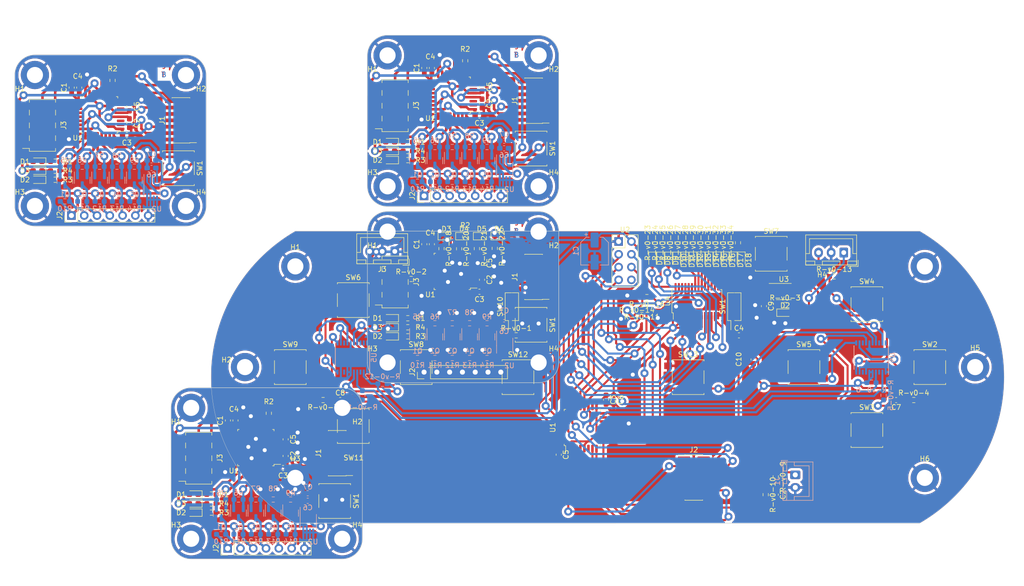
<source format=kicad_pcb>
(kicad_pcb (version 20221018) (generator pcbnew)
  (layers (0 "F.Cu" signal) (31 "B.Cu" signal) (34 "B.Paste" user) (35 "F.Paste" user) (36 "B.SilkS" user "B.Silkscreen") (37 "F.SilkS" user "F.Silkscreen") (38 "B.Mask" user) (39 "F.Mask" user) (44 "Edge.Cuts" user))
  (net 0 "")
  (net 1 "Glob_Alim-v0-")
  (net 2 "GND-v0-")
  (net 3 "POWER-v0-_CHECK-v0-")
  (net 4 "L-v0-i-ion-v0-")
  (net 5 "Net-(C7-Pad1)-v0-")
  (net 6 "Net-(C8-Pad1)-v0-")
  (net 7 "Net-(U3-BP)-v0-")
  (net 8 "Net-(D2-A)-v0-")
  (net 9 "Net-(D3-K)-v0-")
  (net 10 "Net-(D3-A)-v0-")
  (net 11 "Net-(D4-K)-v0-")
  (net 12 "Net-(D4-A)-v0-")
  (net 13 "Net-(D5-K)-v0-")
  (net 14 "Net-(D5-A)-v0-")
  (net 15 "Net-(D6-K)-v0-")
  (net 16 "Net-(D6-A)-v0-")
  (net 17 "Net-(D7-K)-v0-")
  (net 18 "Net-(D7-A)-v0-")
  (net 19 "Net-(D8-K)-v0-")
  (net 20 "Net-(D8-A)-v0-")
  (net 21 "Net-(D9-K)-v0-")
  (net 22 "Net-(D9-A)-v0-")
  (net 23 "Net-(D10-K)-v0-")
  (net 24 "Net-(D10-A)-v0-")
  (net 25 "Net-(D11-K)-v0-")
  (net 26 "Net-(D11-A)-v0-")
  (net 27 "Net-(D12-K)-v0-")
  (net 28 "Net-(D12-A)-v0-")
  (net 29 "Net-(D13-K)-v0-")
  (net 30 "Net-(D13-A)-v0-")
  (net 31 "Net-(D14-K)-v0-")
  (net 32 "Net-(D14-A)-v0-")
  (net 33 "Net-(D15-K)-v0-")
  (net 34 "Net-(D15-A)-v0-")
  (net 35 "Net-(D16-K)-v0-")
  (net 36 "Net-(D16-A)-v0-")
  (net 37 "Net-(D17-K)-v0-")
  (net 38 "Net-(D17-A)-v0-")
  (net 39 "Net-(D18-K)-v0-")
  (net 40 "Net-(D18-A)-v0-")
  (net 43 "SWDIO-v0-")
  (net 44 "SWDCK-v0-")
  (net 48 "R-v0-eset_Buton -v0-")
  (net 49 "USAR-v0-T2_R-v0-X-v0-")
  (net 50 "USAR-v0-T2_TX-v0-")
  (net 51 "R-v0-")
  (net 52 "L-v0-")
  (net 53 "NES{slash}SNES_switcher-v0-")
  (net 54 "DIO{slash}EX_CL-v0-K")
  (net 55 "DIO{slash}EX_SDA-v0-")
  (net 56 "DIODE_OE-v0-")
  (net 57 "Net-(#FL-v0-G05-pwr)")
  (net 58 "A_Button-v0-")
  (net 59 "B_Button-v0-")
  (net 60 "X_Button-v0-")
  (net 61 "Y_Button-v0-")
  (net 62 "UC_Button-v0-")
  (net 63 "Order_Search-v0-")
  (net 64 "L-v0-C_Button")
  (net 65 "R-v0-C_Button")
  (net 66 "DC_Button-v0-")
  (net 67 "ST_Button-v0-")
  (net 68 "SE_Button-v0-")
  (net 73 "Pin_Clock-v0-")
  (net 74 "Digital_Out_Put-v0-")
  (net 75 "MOSI-v0-")
  (net 79 "R-v0-X{slash}TX")
  (net 81 "CSN_nR-v0-F24")
  (net 99 "+5V-v1-")
  (net 100 "GND-v1-")
  (net 101 "+3.3V-v1-")
  (net 102 "Net-(D1-K)-v1-")
  (net 104 "Net-(D3-K)-v1-")
  (net 105 "Status_LED-v1-")
  (net 106 "Data_Clock_SNES-v1-")
  (net 107 "Data_Latch_SNES-v1-")
  (net 108 "Net-(D2-K)-v1-")
  (net 109 "Serial_Data1_SNES-v1-")
  (net 110 "Serial_Data2_SNES-v1-")
  (net 111 "SPI_Chip_Select-v1-")
  (net 112 "Chip_Enable-v1-")
  (net 113 "SPI_Digital_Input-v1-")
  (net 114 "SPI_Clock-v1-")
  (net 115 "SPI_Digital_Output-v1-")
  (net 116 "IOBit_SNES-v1-")
  (net 117 "Data_Clock_STM32-v1-")
  (net 118 "Data_Latch_STM32-v1-")
  (net 119 "Appairing_Btn-v1-")
  (net 120 "Net-(U2-BP)-v1-")
  (net 121 "SWDIO-v1-")
  (net 122 "SWDCK-v1-")
  (net 125 "NRST-v1-")
  (net 126 "USART2_RX-v1-")
  (net 127 "USART2_TX-v1-")
  (net 128 "Serial_Data1_STM32-v1-")
  (net 129 "IOBit_STM32-v1-")
  (net 130 "Serial_Data2_STM32-v1-")
  (net 144 "+5V-v2-")
  (net 145 "GND-v2-")
  (net 146 "+3.3V-v2-")
  (net 147 "Net-(D1-K)-v2-")
  (net 149 "Net-(D3-K)-v2-")
  (net 150 "Status_LED-v2-")
  (net 151 "Data_Clock_SNES-v2-")
  (net 152 "Data_Latch_SNES-v2-")
  (net 153 "Net-(D2-K)-v2-")
  (net 154 "Serial_Data1_SNES-v2-")
  (net 155 "Serial_Data2_SNES-v2-")
  (net 156 "SPI_Chip_Select-v2-")
  (net 157 "Chip_Enable-v2-")
  (net 158 "SPI_Digital_Input-v2-")
  (net 159 "SPI_Clock-v2-")
  (net 160 "SPI_Digital_Output-v2-")
  (net 161 "IOBit_SNES-v2-")
  (net 162 "Data_Clock_STM32-v2-")
  (net 163 "Data_Latch_STM32-v2-")
  (net 164 "Appairing_Btn-v2-")
  (net 165 "Net-(U2-BP)-v2-")
  (net 166 "SWDIO-v2-")
  (net 167 "SWDCK-v2-")
  (net 170 "NRST-v2-")
  (net 171 "USART2_RX-v2-")
  (net 172 "USART2_TX-v2-")
  (net 173 "Serial_Data1_STM32-v2-")
  (net 174 "IOBit_STM32-v2-")
  (net 175 "Serial_Data2_STM32-v2-")
  (net 189 "+5V-v3-")
  (net 190 "GND-v3-")
  (net 191 "+3.3V-v3-")
  (net 192 "Net-(D1-K)-v3-")
  (net 194 "Net-(D3-K)-v3-")
  (net 195 "Status_LED-v3-")
  (net 196 "Data_Clock_SNES-v3-")
  (net 197 "Data_Latch_SNES-v3-")
  (net 198 "Net-(D2-K)-v3-")
  (net 199 "Serial_Data1_SNES-v3-")
  (net 200 "Serial_Data2_SNES-v3-")
  (net 201 "SPI_Chip_Select-v3-")
  (net 202 "Chip_Enable-v3-")
  (net 203 "SPI_Digital_Input-v3-")
  (net 204 "SPI_Clock-v3-")
  (net 205 "SPI_Digital_Output-v3-")
  (net 206 "IOBit_SNES-v3-")
  (net 207 "Data_Clock_STM32-v3-")
  (net 208 "Data_Latch_STM32-v3-")
  (net 209 "Appairing_Btn-v3-")
  (net 210 "Net-(U2-BP)-v3-")
  (net 211 "SWDIO-v3-")
  (net 212 "SWDCK-v3-")
  (net 215 "NRST-v3-")
  (net 216 "USART2_RX-v3-")
  (net 217 "USART2_TX-v3-")
  (net 218 "Serial_Data1_STM32-v3-")
  (net 219 "IOBit_STM32-v3-")
  (net 220 "Serial_Data2_STM32-v3-")
  (net 234 "+5V-v4-")
  (net 235 "GND-v4-")
  (net 236 "+3.3V-v4-")
  (net 237 "Net-(D1-K)-v4-")
  (net 239 "Net-(D3-K)-v4-")
  (net 240 "Status_LED-v4-")
  (net 241 "Data_Clock_SNES-v4-")
  (net 242 "Data_Latch_SNES-v4-")
  (net 243 "Net-(D2-K)-v4-")
  (net 244 "Serial_Data1_SNES-v4-")
  (net 245 "Serial_Data2_SNES-v4-")
  (net 246 "SPI_Chip_Select-v4-")
  (net 247 "Chip_Enable-v4-")
  (net 248 "SPI_Digital_Input-v4-")
  (net 249 "SPI_Clock-v4-")
  (net 250 "SPI_Digital_Output-v4-")
  (net 251 "IOBit_SNES-v4-")
  (net 252 "Data_Clock_STM32-v4-")
  (net 253 "Data_Latch_STM32-v4-")
  (net 254 "Appairing_Btn-v4-")
  (net 255 "Net-(U2-BP)-v4-")
  (net 256 "SWDIO-v4-")
  (net 257 "SWDCK-v4-")
  (net 260 "NRST-v4-")
  (net 261 "USART2_RX-v4-")
  (net 262 "USART2_TX-v4-")
  (net 263 "Serial_Data1_STM32-v4-")
  (net 264 "IOBit_STM32-v4-")
  (net 265 "Serial_Data2_STM32-v4-")
  (footprint "Button_Switch_SMD:SW_SPST_B3S-1000" (layer "F.Cu") (at 291.14 175.35)
    (fp_text reference "SW4")
    (fp_text value "SW_Push")
  )
  (footprint "Resistor_SMD:R_0603_1608Metric_Pad0.98x0.95mm_HandSolder" (layer "F.Cu") (at 199.96875 179.95)
    (fp_text reference "R4")
    (fp_text value "1k")
  )
  (footprint "Resistor_SMD:R_0603_1608Metric_Pad0.98x0.95mm_HandSolder" (layer "F.Cu") (at 141.341842 130.919999 90)
    (fp_text reference "R2")
    (fp_text value "10k")
  )
  (footprint "Diode_SMD:D_0603_1608Metric_Pad1.05x0.95mm_HandSolder" (layer "F.Cu") (at 196.46875 143.15 180)
    (fp_text reference "D1")
    (fp_text value "LED_Small")
  )
  (footprint "Package_QFP:L-v0-QFP-32_7x7mm_P0.8mm" (layer "F.Cu") (at 234.64 199.85 90)
    (fp_text reference "U1")
    (fp_text value "STM32L-v0-412KBTx")
  )
  (footprint "R-v0-esistor_SMD:R-v0-_0603_1608Metric_Pad0.98x0.95mm_HandSolder" (layer "F.Cu") (at 273.04 209.65 -90)
    (fp_text reference "R-v0-9")
    (fp_text value "1M")
  )
  (footprint "R-v0-esistor_SMD:R-v0-_0603_1608Metric_Pad0.98x0.95mm_HandSolder" (layer "F.Cu") (at 252.01 163.1625 90)
    (fp_text reference "R-v0-25")
    (fp_text value "1K")
  )
  (footprint "Capacitor_SMD:C_0603_1608Metric_Pad1.08x0.95mm_HandSolder" (layer "F.Cu") (at 240.864 194.322 -90)
    (fp_text reference "C6")
    (fp_text value "10u")
  )
  (footprint "MountingHole:MountingHole_3.2mm_M3_DIN965_Pad" (layer "F.Cu") (at 225.95 186.95)
    (fp_text reference "H4")
    (fp_text value "MountingHole_Pad")
  )
  (footprint "Resistor_SMD:R_0603_1608Metric_Pad0.98x0.95mm_HandSolder" (layer "F.Cu") (at 199.96875 143.15)
    (fp_text reference "R1")
    (fp_text value "1k")
  )
  (footprint "MountingHole:MountingHole_3.2mm_M3_DIN965_Pad" (layer "F.Cu") (at 186.95 221.95)
    (fp_text reference "H4")
    (fp_text value "MountingHole_Pad")
  )
  (footprint "L-v0-ED_SMD:L-v0-ED_0603_1608Metric_Pad1.05x0.95mm_HandSolder" (layer "F.Cu") (at 214.64 161.85)
    (fp_text reference "D5")
    (fp_text value "G3")
  )
  (footprint "R-v0-esistor_SMD:R-v0-_0603_1608Metric_Pad0.98x0.95mm_HandSolder" (layer "F.Cu") (at 264.04 163.1625 90)
    (fp_text reference "R-v0-33")
    (fp_text value "1K")
  )
  (footprint "Connector_PinHeader_2.54mm:PinHeader_1x07_P2.54mm_Vertical" (layer "F.Cu") (at 164.2 223.85 90)
    (fp_text reference "J2")
    (fp_text value "Conn_01x07_Socket")
  )
  (footprint "Capacitor_SMD:C_0603_1608Metric_Pad1.08x0.95mm_HandSolder" (layer "F.Cu") (at 165.75 198.45 90)
    (fp_text reference "C4")
    (fp_text value "100n")
  )
  (footprint "Capacitor_SMD:C_0603_1608Metric_Pad1.08x0.95mm_HandSolder" (layer "F.Cu") (at 175.2025 207.89)
    (fp_text reference "C3")
    (fp_text value "100n")
  )
  (footprint "Package_QFP:LQFP-32_7x7mm_P0.8mm" (layer "F.Cu") (at 208.8 133.85 180)
    (fp_text reference "U1")
    (fp_text value "STM32L412KBTx")
  )
  (footprint "L-v0-ED_SMD:L-v0-ED_0603_1608Metric_Pad1.05x0.95mm_HandSolder" (layer "F.Cu") (at 259.815 166.65 -90)
    (fp_text reference "D14")
    (fp_text value "O4")
  )
  (footprint "R-v0-esistor_SMD:R-v0-_0603_1608Metric_Pad0.98x0.95mm_HandSolder" (layer "F.Cu") (at 265.54 163.1625 90)
    (fp_text reference "R-v0-34")
    (fp_text value "1K")
  )
  (footprint "MountingHole:MountingHole_3.2mm_M3_DIN965_Pad" (layer "F.Cu") (at 225.95 125.95)
    (fp_text reference "H2")
    (fp_text value "MountingHole_Pad")
  )
  (footprint "Capacitor_SMD:C_0603_1608Metric_Pad1.08x0.95mm_HandSolder" (layer "F.Cu") (at 134.721842 132.349999 90)
    (fp_text reference "C4")
    (fp_text value "100n")
  )
  (footprint "Diode_SMD:D_0603_1608Metric_Pad1.05x0.95mm_HandSolder" (layer "F.Cu") (at 157.46875 216.75 180)
    (fp_text reference "D2")
    (fp_text value "LED_Small")
  )
  (footprint "MountingHole:MountingHole_3.2mm_M3_DIN965_Pad" (layer "F.Cu") (at 195.95 160.95)
    (fp_text reference "H1")
    (fp_text value "MountingHole_Pad")
  )
  (footprint "Connector_PinSocket_2.54mm:PinSocket_2x04_P2.54mm_Vertical_SMD" (layer "F.Cu") (at 127.421842 139.849999 180)
    (fp_text reference "J3")
    (fp_text value "Conn_01x08_Socket")
  )
  (footprint "Diode_SMD:D_0603_1608Metric_Pad1.05x0.95mm_HandSolder" (layer "F.Cu") (at 196.46875 146.75 180)
    (fp_text reference "D2")
    (fp_text value "LED_Small")
  )
  (footprint "Capacitor_SMD:C_0603_1608Metric_Pad1.08x0.95mm_HandSolder" (layer "F.Cu") (at 265.735 181.55)
    (fp_text reference "C4")
    (fp_text value "1u")
  )
  (footprint "Package_SO:MSOP-8_3x3mm_P0.65mm" (layer "F.Cu") (at 274.64 172.85)
    (fp_text reference "U3")
    (fp_text value "MIC5219-3.3YMM")
  )
  (footprint "MountingHole:MountingHole_3.2mm_M3_DIN965_Pad" (layer "F.Cu") (at 312.64 187.85)
    (fp_text reference "H5")
    (fp_text value "MountingHole_Pad")
  )
  (footprint "Diode_SMD:D_0603_1608Metric_Pad1.05x0.95mm_HandSolder" (layer "F.Cu") (at 157.46875 213.15 180)
    (fp_text reference "D1")
    (fp_text value "LED_Small")
  )
  (footprint "L-v0-ED_SMD:L-v0-ED_0603_1608Metric_Pad1.05x0.95mm_HandSolder" (layer "F.Cu") (at 248.565 166.675 -90)
    (fp_text reference "D7")
    (fp_text value "G5")
  )
  (footprint "R-v0-esistor_SMD:R-v0-_0603_1608Metric_Pad0.98x0.95mm_HandSolder" (layer "F.Cu") (at 255.04 163.1625 90)
    (fp_text reference "R-v0-27")
    (fp_text value "1K")
  )
  (footprint "R-v0-esistor_SMD:R-v0-_0603_1608Metric_Pad0.98x0.95mm_HandSolder" (layer "F.Cu") (at 284.64 169.85)
    (fp_text reference "R-v0-13")
    (fp_text value "1K")
  )
  (footprint "L-v0-ED_SMD:L-v0-ED_0603_1608Metric_Pad1.05x0.95mm_HandSolder" (layer "F.Cu") (at 251.765 166.675 -90)
    (fp_text reference "D9")
    (fp_text value "G7")
  )
  (footprint "L-v0-ED_SMD:L-v0-ED_0603_1608Metric_Pad1.05x0.95mm_HandSolder" (layer "F.Cu") (at 256.6 166.6625 -90)
    (fp_text reference "D12")
    (fp_text value "O2")
  )
  (footprint "MountingHole:MountingHole_3.2mm_M3_DIN965_Pad" (layer "F.Cu") (at 125.921842 129.849999)
    (fp_text reference "H1")
    (fp_text value "MountingHole_Pad")
  )
  (footprint "R-v0-esistor_SMD:R-v0-_0603_1608Metric_Pad0.98x0.95mm_HandSolder" (layer "F.Cu") (at 245.45 177.95)
    (fp_text reference "R-v0-14")
    (fp_text value "10K")
  )
  (footprint "R-v0-esistor_SMD:R-v0-_0603_1608Metric_Pad0.98x0.95mm_HandSolder" (layer "F.Cu") (at 249.04 163.1625 90)
    (fp_text reference "R-v0-23")
    (fp_text value "1K")
  )
  (footprint "Resistor_SMD:R_0603_1608Metric_Pad0.98x0.95mm_HandSolder" (layer "F.Cu") (at 129.940592 148.849999)
    (fp_text reference "R4")
    (fp_text value "1k")
  )
  (footprint "Diode_SMD:D_0603_1608Metric_Pad1.05x0.95mm_HandSolder" (layer "F.Cu") (at 126.440592 147.049999 180)
    (fp_text reference "D1")
    (fp_text value "LED_Small")
  )
  (footprint "R-v0-esistor_SMD:R-v0-_0603_1608Metric_Pad0.98x0.95mm_HandSolder" (layer "F.Cu") (at 274.9 175.526)
    (fp_text reference "R-v0-3")
    (fp_text value "1K")
  )
  (footprint "Capacitor_SMD:C_0603_1608Metric_Pad1.08x0.95mm_HandSolder" (layer "F.Cu") (at 164.25 198.45 90)
    (fp_text reference "C1")
    (fp_text value "10u")
  )
  (footprint "Diode_SMD:D_0603_1608Metric_Pad1.05x0.95mm_HandSolder" (layer "F.Cu") (at 157.46875 214.95 180)
    (fp_text reference "D3")
    (fp_text value "LED")
  )
  (footprint "L-v0-ED_SMD:L-v0-ED_0603_1608Metric_Pad1.05x0.95mm_HandSolder" (layer "F.Cu") (at 264.615 166.65 -90)
    (fp_text reference "D17")
    (fp_text value "R-v0-3")
  )
  (footprint "R-v0-esistor_SMD:R-v0-_0603_1608Metric_Pad0.98x0.95mm_HandSolder" (layer "F.Cu") (at 200.64 170.35)
    (fp_text reference "R-v0-2")
    (fp_text value "1K")
  )
  (footprint "Button_Switch_SMD:SW_SPST_B3S-1000" (layer "F.Cu") (at 291.14 200.35)
    (fp_text reference "SW3")
    (fp_text value "SW_Push")
  )
  (footprint "Diode_SMD:D_0603_1608Metric_Pad1.05x0.95mm_HandSolder" (layer "F.Cu") (at 196.46875 144.95 180)
    (fp_text reference "D3")
    (fp_text value "LED")
  )
  (footprint "Package_QFP:LQFP-32_7x7mm_P0.8mm" (layer "F.Cu") (at 169.8 203.85 180)
    (fp_text reference "U1")
    (fp_text value "STM32L412KBTx")
  )
  (footprint "Package_QFP:LQFP-32_7x7mm_P0.8mm" (layer "F.Cu") (at 138.771842 137.749999 180)
    (fp_text reference "U1")
    (fp_text value "STM32L412KBTx")
  )
  (footprint "R-v0-esistor_SMD:R-v0-_0603_1608Metric_Pad0.98x0.95mm_HandSolder" (layer "F.Cu") (at 253.54 163.1625 90)
    (fp_text reference "R-v0-26")
    (fp_text value "1K")
  )
  (footprint "Button_Switch_SMD:SW_DIP_SPSTx01_Slide_Copal_CHS-01B_W7.62mm_P1.27mm" (layer "F.Cu") (at 220.64 175.85 90)
    (fp_text reference "SW10")
    (fp_text value "SW_DIP_x01")
  )
  (footprint "Capacitor_SMD:C_0603_1608Metric_Pad1.08x0.95mm_HandSolder" (layer "F.Cu") (at 133.221842 132.349999 90)
    (fp_text reference "C1")
    (fp_text value "10u")
  )
  (footprint "R-v0-esistor_SMD:R-v0-_0603_1608Metric_Pad0.98x0.95mm_HandSolder" (layer "F.Cu") (at 246.45 176.45 180)
    (fp_text reference "R-v0-11")
    (fp_text value "10K")
  )
  (footprint "L-v0-ED_SMD:L-v0-ED_0603_1608Metric_Pad1.05x0.95mm_HandSolder" (layer "F.Cu") (at 254.965 166.675 -90)
    (fp_text reference "D11")
    (fp_text value "O1")
  )
  (footprint "MountingHole:MountingHole_3.2mm_M3_DIN965_Pad" (layer "F.Cu") (at 302.64 209.85)
    (fp_text reference "H6")
    (fp_text value "MountingHole_Pad")
  )
  (footprint "Button_Switch_SMD:SW_SPST_B3S-1000" (layer "F.Cu") (at 176.64 187.85)
    (fp_text reference "SW9")
    (fp_text value "SW_Push")
  )
  (footprint "Capacitor_SMD:C_0603_1608Metric_Pad1.08x0.95mm_HandSolder" (layer "F.Cu") (at 268.635 186.3325 -90)
    (fp_text reference "C10")
    (fp_text value "100nF")
  )
  (footprint "MountingHole:MountingHole_3.2mm_M3_DIN965_Pad" (layer "F.Cu") (at 177.64 167.85)
    (fp_text reference "H1")
    (fp_text value "MountingHole_Pad")
  )
  (footprint "R-v0-esistor_SMD:R-v0-_0603_1608Metric_Pad0.98x0.95mm_HandSolder" (layer "F.Cu") (at 262.54 163.1625 90)
    (fp_text reference "R-v0-32")
    (fp_text value "1K")
  )
  (footprint "Package_SO:TSSOP-28_4.4x9.7mm_P0.65mm" (layer "F.Cu") (at 257.374 174.764 90)
    (fp_text reference "U4")
    (fp_text value "PCA9685PW")
  )
  (footprint "Resistor_SMD:R_0603_1608Metric_Pad0.98x0.95mm_HandSolder" (layer "F.Cu") (at 199.96875 178.15)
    (fp_text reference "R1")
    (fp_text value "1k")
  )
  (footprint "R-v0-esistor_SMD:R-v0-_0603_1608Metric_Pad0.98x0.95mm_HandSolder" (layer "F.Cu") (at 256.54 163.1625 90)
    (fp_text reference "R-v0-28")
    (fp_text value "1K")
  )
  (footprint "MountingHole:MountingHole_3.2mm_M3_DIN965_Pad" (layer "F.Cu") (at 125.921842 155.849999)
    (fp_text reference "H3")
    (fp_text value "MountingHole_Pad")
  )
  (footprint "Button_Switch_SMD:SW_SPST_B3S-1000" (layer "F.Cu") (at 272.14 165.35)
    (fp_text reference "SW7")
    (fp_text value "SW_SPST")
  )
  (footprint "Capacitor_SMD:C_0603_1608Metric_Pad1.08x0.95mm_HandSolder" (layer "F.Cu") (at 144.174342 141.789999)
    (fp_text reference "C3")
    (fp_text value "100n")
  )
  (footprint "MountingHole:MountingHole_3.2mm_M3_DIN965_Pad" (layer "F.Cu") (at 177.64 209.85)
    (fp_text reference "H3")
    (fp_text value "MountingHole_Pad")
  )
  (footprint "Resistor_SMD:R_0603_1608Metric_Pad0.98x0.95mm_HandSolder" (layer "F.Cu") (at 172.37 197.02 90)
    (fp_text reference "R2")
    (fp_text value "10k")
  )
  (footprint "Capacitor_SMD:C_0603_1608Metric_Pad1.08x0.95mm_HandSolder" (layer "F.Cu") (at 186.547976 194.4)
    (fp_text reference "C8")
    (fp_text value "100nF")
  )
  (footprint "Capacitor_SMD:C_0603_1608Metric_Pad1.08x0.95mm_HandSolder" (layer "F.Cu") (at 296.952024 194.4 180)
    (fp_text reference "C7")
    (fp_text value "100nF")
  )
  (footprint "Capacitor_SMD:C_0603_1608Metric_Pad1.08x0.95mm_HandSolder" (layer "F.Cu") (at 270.69 175.75 -90)
    (fp_text reference "C9")
    (fp_text value "470p")
  )
  (footprint "Button_Switch_SMD:SW_SPST_B3S-1000" (layer "F.Cu") (at 224.45 144.45 180)
    (fp_text reference "SW1")
    (fp_text value "SW_SPST")
  )
  (footprint "Connector_PinSocket_2.54mm:PinSocket_2x04_P2.54mm_Vertical_SMD" (layer "F.Cu") (at 158.45 205.95 180)
    (fp_text reference "J3")
    (fp_text value "Conn_01x08_Socket")
  )
  (footprint "R-v0-esistor_SMD:R-v0-_0603_1608Metric_Pad0.98x0.95mm_HandSolder" (layer "F.Cu") (at 213.69 164.325 -90)
    (fp_text reference "R-v0-21")
    (fp_text value "1K")
  )
  (footprint "Resistor_SMD:R_0603_1608Metric_Pad0.98x0.95mm_HandSolder" (layer "F.Cu") (at 211.37 127.02 90)
    (fp_text reference "R2")
    (fp_text value "10k")
  )
  (footprint "Button_Switch_SMD:SW_SPST_B3S-1000" (layer "F.Cu") (at 201.64 187.85)
    (fp_text reference "SW8")
    (fp_text value "SW_Push")
  )
  (footprint "Resistor_SMD:R_0603_1608Metric_Pad0.98x0.95mm_HandSolder" (layer "F.Cu") (at 129.940592 150.649999)
    (fp_text reference "R3")
    (fp_text value "1k")
  )
  (footprint "MountingHole:MountingHole_3.2mm_M3_DIN965_Pad" (layer "F.Cu") (at 225.95 151.95)
    (fp_text reference "H4")
    (fp_text value "MountingHole_Pad")
  )
  (footprint "Connector_JST:JST_XH_B3B-XH-A_1x03_P2.50mm_Vertical" (layer "F.Cu") (at 286.544 165.112 180)
    (fp_text reference "J4")
    (fp_text value "Conn_01x03")
  )
  (footprint "MountingHole:MountingHole_3.2mm_M3_DIN965_Pad" (layer "F.Cu") (at 156.95 221.95)
    (fp_text reference "H3")
    (fp_text value "MountingHole_Pad")
  )
  (footprint "Capacitor_SMD:C_0603_1608Metric_Pad1.08x0.95mm_HandSolder" (layer "F.Cu") (at 203.25 163.45 90)
    (fp_text reference "C1")
    (fp_text value "10u")
  )
  (footprint "Button_Switch_SMD:SW_SPST_B3S-1000" (layer "F.Cu") (at 278.64 187.85)
    (fp_text reference "SW5")
    (fp_text value "SW_Push")
  )
  (footprint "L-v0-ED_SMD:L-v0-ED_0603_1608Metric_Pad1.05x0.95mm_HandSolder" (layer "F.Cu") (at 266.24 166.65 -90)
    (fp_text reference "D18")
    (fp_text value "R-v0-4")
  )
  (footprint "L-v0-ED_SMD:L-v0-ED_0603_1608Metric_Pad1.05x0.95mm_HandSolder" (layer "F.Cu") (at 211.14 161.85)
    (fp_text reference "D4")
    (fp_text value "G2")
  )
  (footprint "R-v0-esistor_SMD:R-v0-_0603_1608Metric_Pad0.98x0.95mm_HandSolder" (layer "F.Cu") (at 250.54 163.1625 90)
    (fp_text reference "R-v0-24")
    (fp_text value "1K")
  )
  (footprint "MountingHole:MountingHole_3.2mm_M3_DIN965_Pad" (layer "F.Cu") (at 225.95 160.95)
    (fp_text reference "H2")
    (fp_text value "MountingHole_Pad")
  )
  (footprint "Capacitor_SMD:C_0603_1608Metric_Pad1.08x0.95mm_HandSolder" (layer "F.Cu") (at 175.71 202.2 90)
    (fp_text reference "C5")
    (fp_text value "100n")
  )
  (footprint "Diode_SMD:D_0603_1608Metric_Pad1.05x0.95mm_HandSolder" (layer "F.Cu") (at 196.46875 178.15 180)
    (fp_text reference "D1")
    (fp_text value "LED_Small")
  )
  (footprint "Diode_SMD:D_0603_1608Metric_Pad1.05x0.95mm_HandSolder" (layer "F.Cu") (at 196.46875 179.95 180)
    (fp_text reference "D3")
    (fp_text value "LED")
  )
  (footprint "R-v0-esistor_SMD:R-v0-_0603_1608Metric_Pad0.98x0.95mm_HandSolder" (layer "F.Cu") (at 259.54 163.1625 90)
    (fp_text reference "R-v0-30")
    (fp_text value "1K")
  )
  (footprint "Button_Switch_SMD:SW_DIP_SPSTx01_Slide_Copal_CHS-01B_W7.62mm_P1.27mm" (layer "F.Cu") (at 264.81 175.85 90)
    (fp_text reference "SW1")
    (fp_text value "SW_DIP_x01")
  )
  (footprint "Capacitor_SMD:C_0603_1608Metric_Pad1.08x0.95mm_HandSolder" (layer "F.Cu") (at 214.71 167.2 90)
    (fp_text reference "C5")
    (fp_text value "100n")
  )
  (footprint "Button_Switch_SMD:SW_SPST_B3S-1000" (layer "F.Cu") (at 303.64 187.85)
    (fp_text reference "SW2")
    (fp_text value "SW_Push")
  )
  (footprint "Button_Switch_SMD:SW_SPST_B3S-1000" (layer "F.Cu") (at 189.14 199.55)
    (fp_text reference "SW11")
    (fp_text value "SW_Push")
  )
  (footprint "L-v0-ED_SMD:L-v0-ED_0603_1608Metric_Pad1.05x0.95mm_HandSolder" (layer "F.Cu") (at 261.415 166.65 -90)
    (fp_text reference "D15")
    (fp_text value "R-v0-1")
  )
  (footprint "L-v0-ED_SMD:L-v0-ED_0603_1608Metric_Pad1.05x0.95mm_HandSolder" (layer "F.Cu") (at 218.14 161.85)
    (fp_text reference "D6")
    (fp_text value "G4")
  )
  (footprint "R-v0-esistor_SMD:R-v0-_0603_1608Metric_Pad0.98x0.95mm_HandSolder" (layer "F.Cu") (at 183.147976 194.4 180)
    (fp_text reference "R-v0-7")
    (fp_text value "1k")
  )
  (footprint "Capacitor_SMD:C_0603_1608Metric_Pad1.08x0.95mm_HandSolder" (layer "F.Cu") (at 203.25 128.45 90)
    (fp_text reference "C1")
    (fp_text value "10u")
  )
  (footprint "Connector_PinHeader_2.54mm:PinHeader_1x07_P2.54mm_Vertical" (layer "F.Cu") (at 133.171842 157.749999 90)
    (fp_text reference "J2")
    (fp_text value "Conn_01x07_Socket")
  )
  (footprint "L-v0-ED_SMD:L-v0-ED_0603_1608Metric_Pad1.05x0.95mm_HandSolder" (layer "F.Cu") (at 250.164 166.675 -90)
    (fp_text reference "D8")
    (fp_text value "G6")
  )
  (footprint "R-v0-esistor_SMD:R-v0-_0603_1608Metric_Pad0.98x0.95mm_HandSolder" (layer "F.Cu") (at 300.452024 194.4)
    (fp_text reference "R-v0-4")
    (fp_text value "1k")
  )
  (footprint "Button_Switch_SMD:SW_SPST_B3S-1000" (layer "F.Cu") (at 185.45 214.45 180)
    (fp_text reference "SW1")
    (fp_text value "SW_SPST")
  )
  (footprint "Resistor_SMD:R_0603_1608Metric_Pad0.98x0.95mm_HandSolder" (layer "F.Cu") (at 160.96875 216.75)
    (fp_text reference "R3")
    (fp_text value "1k")
  )
  (footprint "Button_Switch_SMD:SW_SPST_B3S-1000" (layer "F.Cu") (at 224.45 179.45 180)
    (fp_text reference "SW1")
    (fp_text value "SW_SPST")
  )
  (footprint "Capacitor_SMD:C_0603_1608Metric_Pad1.08x0.95mm_HandSolder" (layer "F.Cu") (at 214.2025 137.89)
    (fp_text reference "C3")
    (fp_text value "100n")
  )
  (footprint "Connector_PinHeader_2.54mm:PinHeader_1x07_P2.54mm_Vertical" (layer "F.Cu") (at 203.2 188.85 90)
    (fp_text reference "J2")
    (fp_text value "Conn_01x07_Socket")
  )
  (footprint "Resistor_SMD:R_0603_1608Metric_Pad0.98x0.95mm_HandSolder" (layer "F.Cu") (at 199.96875 144.95)
    (fp_text reference "R4")
    (fp_text value "1k")
  )
  (footprint "L-v0-ED_SMD:L-v0-ED_0603_1608Metric_Pad1.05x0.95mm_HandSolder" (layer "F.Cu") (at 253.365 166.675 -90)
    (fp_text reference "D10")
    (fp_text value "G8")
  )
  (footprint "Resistor_SMD:R_0603_1608Metric_Pad0.98x0.95mm_HandSolder" (layer "F.Cu") (at 211.37 162.02 90)
    (fp_text reference "R2")
    (fp_text value "10k")
  )
  (footprint "Capacitor_SMD:C_0603_1608Metric_Pad1.08x0.95mm_HandSolder" (layer "F.Cu") (at 229.942 205.244 -90)
    (fp_text reference "C5")
    (fp_text value "100n")
  )
  (footprint "Resistor_SMD:R_0603_1608Metric_Pad0.98x0.95mm_HandSolder" (layer "F.Cu") (at 199.96875 146.75)
    (fp_text reference "R3")
    (fp_text value "1k")
  )
  (footprint "Resistor_SMD:R_0603_1608Metric_Pad0.98x0.95mm_HandSolder" (layer "F.Cu") (at 160.96875 213.15)
    (fp_text reference "R1")
    (fp_text value "1k")
  )
  (footprint "R-v0-esistor_SMD:R-v0-_0603_1608Metric_Pad0.98x0.95mm_HandSolder" (layer "F.Cu") (at 261.04 163.1625 90)
    (fp_text reference "R-v0-31")
    (fp_text value "1K")
  )
  (footprint "L-v0-ED_SMD:L-v0-ED_0603_1608Metric_Pad1.05x0.95mm_HandSolder" (layer "F.Cu") (at 274.9 177.05)
    (fp_text reference "D2")
    (fp_text value "L-v0-ED_Small")
  )
  (footprint "Button_Switch_SMD:SW_SPST_B3S-1000" (layer "F.Cu") (at 154.421842 148.349999 180)
    (fp_text reference "SW1")
    (fp_text value "SW_SPST")
  )
  (footprint "R-v0-esistor_SMD:R-v0-_0603_1608Metric_Pad0.98x0.95mm_HandSolder" (layer "F.Cu") (at 247.45 173.95 180)
    (fp_text reference "R-v0-16")
    (fp_text value "10K")
  )
  (footprint "Connector_PinHeader_1.27mm:PinHeader_2x07_P1.27mm_Vertical_SMD" (layer "F.Cu") (at 256.765 209.79)
    (fp_text reference "J2")
    (fp_text value "Conn_02x07_Odd_Even")
  )
  (footprint "Capacitor_SMD:C_0603_1608Metric_Pad1.08x0.95mm_HandSolder" (layer "F.Cu") (at 175.71 205.5025 90)
    (fp_text reference "C2")
    (fp_text value "100n")
  )
  (footprint "Capacitor_SMD:C_0603_1608Metric_Pad1.08x0.95mm_HandSolder" (layer "F.Cu") (at 204.75 128.45 90)
    (fp_text reference "C4")
    (fp_text value "100n")
  )
  (footprint "Connector_PinHeader_2.54mm:PinHeader_1x07_P2.54mm_Vertical" (layer "F.Cu") (at 203.2 153.85 90)
    (fp_text reference "J2")
    (fp_text value "Conn_01x07_Socket")
  )
  (footprint "Button_Switch_SMD:SW_SPST_B3S-1000" (layer "F.Cu") (at 189.14 174.55)
    (fp_text reference "SW6")
    (fp_text value "SW_Push")
  )
  (footprint "Button_Switch_SMD:SW_SPST_B3S-1000" (layer "F.Cu") (at 221.85 189.85)
    (fp_text reference "SW12")
    (fp_text value "SW_Push")
  )
  (footprint "Capacitor_SMD:C_0603_1608Metric_Pad1.08x0.95mm_HandSolder" (layer "F.Cu") (at 144.681842 139.402499 90)
    (fp_text reference "C2")
    (fp_text value "100n")
  )
  (footprint "R-v0-esistor_SMD:R-v0-_0603_1608Metric_Pad0.98x0.95mm_HandSolder" (layer "F.Cu") (at 206.665 164.325 -90)
    (fp_text reference "R-v0-18")
    (fp_text value "1K")
  )
  (footprint "Connector_PinHeader_1.27mm:PinHeader_2x07_P1.27mm_Vertical_SMD" (layer "F.Cu") (at 185.95 204.95 180)
    (fp_text reference "J1")
    (fp_text value "Conn_02x07_Odd_Even")
  )
  (footprint "Capacitor_SMD:C_0603_1608Metric_Pad1.08x0.95mm_HandSolder" (layer "F.Cu") (at 214.2025 172.89)
    (fp_text reference "C3")
    (fp_text value "100n")
  )
  (footprint "Connector_PinSocket_2.54mm:PinSocket_2x04_P2.54mm_Vertical_SMD" (layer "F.Cu") (at 197.45 170.95 180)
    (fp_text reference "J3")
    (fp_text value "Conn_01x08_Socket")
  )
  (footprint "Capacitor_SMD:C_0603_1608Metric_Pad1.08x0.95mm_HandSolder" (layer "F.Cu") (at 204.75 163.45 90)
    (fp_text reference "C4")
    (fp_text value "100n")
  )
  (footprint "R-v0-esistor_SMD:R-v0-_0603_1608Metric_Pad0.98x0.95mm_HandSolder" (layer "F.Cu") (at 217.24 164.275 -90)
    (fp_text reference "R-v0-22")
    (fp_text value "1K")
  )
  (footprint "MountingHole:MountingHole_3.2mm_M3_DIN965_Pad" (layer "F.Cu") (at 155.921842 129.849999)
    (fp_text reference "H2")
    (fp_text value "MountingHole_Pad")
  )
  (footprint "Diode_SMD:D_0603_1608Metric_Pad1.05x0.95mm_HandSolder" (layer "F.Cu") (at 126.440592 148.849999 180)
    (fp_text reference "D3")
    (fp_text value "LED")
  )
  (footprint "Resistor_SMD:R_0603_1608Metric_Pad0.98x0.95mm_HandSolder" (layer "F.Cu") (at 199.96875 181.75)
    (fp_text reference "R3")
    (fp_text value "1k")
  )
  (footprint "Resistor_SMD:R_0603_1608Metric_Pad0.98x0.95mm_HandSolder" (layer "F.Cu") (at 129.940592 147.049999)
    (fp_text reference "R1")
    (fp_text value "1k")
  )
  (footprint "L-v0-ED_SMD:L-v0-ED_0603_1608Metric_Pad1.05x0.95mm_HandSolder" (layer "F.Cu") (at 258.215 166.65 -90)
    (fp_text reference "D13")
    (fp_text value "O3")
  )
  (footprint "Connector_PinHeader_1.27mm:PinHeader_2x07_P1.27mm_Vertical_SMD" (layer "F.Cu") (at 224.95 134.95 180)
    (fp_text reference "J1")
    (fp_text value "Conn_02x07_Odd_Even")
  )
  (footprint "Capacitor_SMD:C_0603_1608Metric_Pad1.08x0.95mm_HandSolder" (layer "F.Cu") (at 239.34 194.322 -90)
    (fp_text reference "C3")
    (fp_text value "100n")
  )
  (footprint "Package_QFP:LQFP-32_7x7mm_P0.8mm" (layer "F.Cu") (at 208.8 168.85 180)
    (fp_text reference "U1")
    (fp_text value "STM32L412KBTx")
  )
  (footprint "Capacitor_SMD:C_0603_1608Metric_Pad1.08x0.95mm_HandSolder" (layer "F.Cu") (at 214.71 132.2 90)
    (fp_text reference "C5")
    (fp_text value "100n")
  )
  (footprint "Connector_PinHeader_1.27mm:PinHeader_2x07_P1.27mm_Vertical_SMD" (layer "F.Cu") (at 154.921842 138.849999 180)
    (fp_text reference "J1")
    (fp_text value "Conn_02x07_Odd_Even")
  )
  (footprint "Button_Switch_SMD:SW_SPST_B3S-1000" (layer "F.Cu") (at 255.64 189.85)
    (fp_text reference "SW13")
    (fp_text value "SW_Push")
  )
  (footprint "L-v0-ED_SMD:L-v0-ED_0603_1608Metric_Pad1.05x0.95mm_HandSolder" (layer "F.Cu") (at 207.64 161.85)
    (fp_text reference "D3")
    (fp_text value "G1")
  )
  (footprint "MountingHole:MountingHole_3.2mm_M3_DIN965_Pad" (layer "F.Cu") (at 156.95 195.95)
    (fp_text reference "H1")
    (fp_text value "MountingHole_Pad")
  )
  (footprint "MountingHole:MountingHole_3.2mm_M3_DIN965_Pad" (layer "F.Cu") (at 167.64 187.85)
    (fp_text reference "H2")
    (fp_text value "MountingHole_Pad")
  )
  (footprint "MountingHole:MountingHole_3.2mm_M3_DIN965_Pad" (layer "F.Cu") (at 195.95 151.95)
    (fp_text reference "H3")
    (fp_text value "MountingHole_Pad")
  )
  (footprint "Connector_PinHeader_2.54mm:PinHeader_2x04_P2.54mm_Vertical" (layer "F.Cu") (at 241.84 162.91)
    (fp_text reference "U2")
    (fp_text value "nR-v0-F24_Full")
  )
  (footprint "MountingHole:MountingHole_3.2mm_M3_DIN965_Pad" (layer "F.Cu") (at 195.95 125.95)
    (fp_text reference "H1")
    (fp_text value "MountingHole_Pad")
  )
  (footprint "Connector_PinHeader_1.27mm:PinHeader_2x07_P1.27mm_Vertical_SMD" (layer "F.Cu") (at 224.95 169.95 180)
    (fp_text reference "J1")
    (fp_text value "Conn_02x07_Odd_Even")
  )
  (footprint "Diode_SMD:D_0603_1608Metric_Pad1.05x0.95mm_HandSolder" (layer "F.Cu") (at 126.440592 150.649999 180)
    (fp_text reference "D2")
    (fp_text value "LED_Small")
  )
  (footprint "Capacitor_SMD:C_0603_1608Metric_Pad1.08x0.95mm_HandSolder" (layer "F.Cu") (at 273.04 213.1875 -90)
    (fp_text reference "C2")
    (fp_text value "1nF")
  )
  (footprint "Capacitor_SMD:C_0603_1608Metric_Pad1.08x0.95mm_HandSolder" (layer "F.Cu") (at 144.681842 136.099999 90)
    (fp_text reference "C5")
    (fp_text value "100n")
  )
  (footprint "Connector_JST:JST_XH_B3B-XH-A_1x03_P2.50mm_Vertical" (layer "F.Cu") (at 197.39 164.875 180)
    (fp_text reference "J3")
    (fp_text value "Conn_01x03")
  )
  (footprint "L-v0-ED_SMD:L-v0-ED_0603_1608Metric_Pad1.05x0.95mm_HandSolder" (layer "F.Cu") (at 263.015 166.65 -90)
    (fp_text reference "D16")
    (fp_text value "R-v0-2")
  )
  (footprint "Resistor_SMD:R_0603_1608Metric_Pad0.98x0.95mm_HandSolder" (layer "F.Cu") (at 160.96875 214.95)
    (fp_text reference "R4")
    (fp_text value "1k")
  )
  (footprint "MountingHole:MountingHole_3.2mm_M3_DIN965_Pad" (layer "F.Cu") (at 155.921842 155.849999)
    (fp_text reference "H4")
    (fp_text value "MountingHole_Pad")
  )
  (footprint "Capacitor_SMD:C_0603_1608Metric_Pad1.08x0.95mm_HandSolder" (layer "F.Cu") (at 214.71 135.5025 90)
    (fp_text reference "C2")
    (fp_text value "100n")
  )
  (footprint "R-v0-esistor_SMD:R-v0-_0603_1608Metric_Pad0.98x0.95mm_HandSolder" (layer "F.Cu") (at 221.49 181.55)
    (fp_text reference "R-v0-1")
    (fp_text value "1K")
  )
  (footprint "R-v0-esistor_SMD:R-v0-_0603_1608Metric_Pad0.98x0.95mm_HandSolder" (layer "F.Cu") (at 258.04 163.1625 90)
    (fp_text reference "R-v0-29")
    (fp_text value "1K")
  )
  (footprint "MountingHole:MountingHole_3.2mm_M3_DIN965_Pad" (layer "F.Cu") (at 302.64 167.85)
    (fp_text reference "H4")
    (fp_text value "MountingHole_Pad")
  )
  (footprint "Diode_SMD:D_0603_1608Metric_Pad1.05x0.95mm_HandSolder" (layer "F.Cu") (at 196.46875 181.75 180)
    (fp_text reference "D2")
    (fp_text value "LED_Small")
  )
  (footprint "Connector_PinSocket_2.54mm:PinSocket_2x04_P2.54mm_Vertical_SMD" (layer "F.Cu") (at 197.45 135.95 180)
    (fp_text reference "J3")
    (fp_text value "Conn_01x08_Socket")
  )
  (footprint "Capacitor_SMD:C_0603_1608Metric_Pad1.08x0.95mm_HandSolder" (layer "F.Cu") (at 214.71 170.5025 90)
    (fp_text reference "C2")
    (fp_text value "100n")
  )
  (footprint "R-v0-esistor_SMD:R-v0-_0603_1608Metric_Pad0.98x0.95mm_HandSolder" (layer "F.Cu") (at 271.04 213.1875 -90)
    (fp_text reference "R-v0-10")
    (fp_text value "1M")
  )
  (footprint "R-v0-esistor_SMD:R-v0-_0603_1608Metric_Pad0.98x0.95mm_HandSolder" (layer "F.Cu") (at 210.165 164.35 -90)
    (fp_text reference "R-v0-20")
    (fp_text value "1K")
  )
  (footprint "MountingHole:MountingHole_3.2mm_M3_DIN965_Pad" (layer "F.Cu") (at 195.95 186.95)
    (fp_text reference "H3")
    (fp_text value "MountingHole_Pad")
  )
  (footprint "MountingHole:MountingHole_3.2mm_M3_DIN965_Pad" (layer "F.Cu") (at 186.95 195.95)
    (fp_text reference "H2")
    (fp_text value "MountingHole_Pad")
  )
  (footprint "Resistor_SMD:R_0603_1608Metric_Pad0.98x0.95mm_HandSolder" (layer "B.Cu") (at 201.9 186.05)
    (fp_text reference "R10")
    (fp_text value "10k")
  )
  (footprint "Resistor_SMD:R_0603_1608Metric_Pad0.98x0.95mm_HandSolder" (layer "B.Cu") (at 212.25 186.05)
    (fp_text reference "R13")
    (fp_text value "10k")
  )
  (footprint "Capacitor_SMD:C_0603_1608Metric_Pad1.08x0.95mm_HandSolder" (layer "B.Cu") (at 180.1 212.9 180)
    (fp_text reference "C7")
    (fp_text value "2.2u")
  )
  (footprint "Package_TO_SOT_SMD:SOT-23" (layer "B.Cu") (at 145.671842 150.749999 -90)
    (fp_text reference "Q5")
    (fp_text value "2N7002")
  )
  (footprint "Capacitor_SMD:C_0603_1608Metric_Pad1.08x0.95mm_HandSolder" (layer "B.Cu") (at 219.1 179.4 180)
    (fp_text reference "C6")
    (fp_text value "470p")
  )
  (footprint "Package_TO_SOT_SMD:SOT-23" (layer "B.Cu") (at 201.9 181.85 -90)
    (fp_text reference "Q1")
    (fp_text value "2N7002")
  )
  (footprint "Package_TO_SOT_SMD:SOT-23" (layer "B.Cu") (at 212.25 181.85 -90)
    (fp_text reference "Q4")
    (fp_text value "2N7002")
  )
  (footprint "Package_TO_SOT_SMD:SOT-23" (layer "B.Cu") (at 208.8 181.85 -90)
    (fp_text reference "Q3")
    (fp_text value "2N7002")
  )
  (footprint "Resistor_SMD:R_0603_1608Metric_Pad0.98x0.95mm_HandSolder" (layer "B.Cu") (at 176.7 221.05)
    (fp_text reference "R14")
    (fp_text value "10k")
  )
  (footprint "Resistor_SMD:R_0603_1608Metric_Pad0.98x0.95mm_HandSolder" (layer "B.Cu") (at 212.25 179.15)
    (fp_text reference "R8")
    (fp_text value "10k")
  )
  (footprint "Resistor_SMD:R_0603_1608Metric_Pad0.98x0.95mm_HandSolder" (layer "B.Cu") (at 215.7 151.05)
    (fp_text reference "R14")
    (fp_text value "10k")
  )
  (footprint "Package_SO:SSOP-20_4.4x6.5mm_P0.65mm" (layer "B.Cu") (at 291.95 185.95 90)
    (fp_text reference "U6")
    (fp_text value "PCF8574TS")
  )
  (footprint "Resistor_SMD:R_0603_1608Metric_Pad0.98x0.95mm_HandSolder" (layer "B.Cu") (at 215.7 179.15)
    (fp_text reference "R9")
    (fp_text value "10k")
  )
  (footprint "Resistor_SMD:R_0603_1608Metric_Pad0.98x0.95mm_HandSolder" (layer "B.Cu") (at 212.25 151.05)
    (fp_text reference "R13")
    (fp_text value "10k")
  )
  (footprint "Package_SO:MSOP-8_3x3mm_P0.65mm" (layer "B.Cu") (at 219.2125 148.6 -90)
    (fp_text reference "U2")
    (fp_text value "MIC5219-3.3YMM")
  )
  (footprint "Resistor_SMD:R_0603_1608Metric_Pad0.98x0.95mm_HandSolder" (layer "B.Cu") (at 208.8 186.05)
    (fp_text reference "R12")
    (fp_text value "10k")
  )
  (footprint "Resistor_SMD:R_0603_1608Metric_Pad0.98x0.95mm_HandSolder" (layer "B.Cu") (at 205.35 151.05)
    (fp_text reference "R11")
    (fp_text value "10k")
  )
  (footprint "Capacitor_SMD:C_0603_1608Metric_Pad1.08x0.95mm_HandSolder" (layer "B.Cu") (at 149.071842 146.799999 180)
    (fp_text reference "C7")
    (fp_text value "2.2u")
  )
  (footprint "Resistor_SMD:R_0603_1608Metric_Pad0.98x0.95mm_HandSolder" (layer "B.Cu") (at 166.35 221.05)
    (fp_text reference "R11")
    (fp_text value "10k")
  )
  (footprint "Package_TO_SOT_SMD:SOT-23" (layer "B.Cu") (at 212.25 146.85 -90)
    (fp_text reference "Q4")
    (fp_text value "2N7002")
  )
  (footprint "Resistor_SMD:R_0603_1608Metric_Pad0.98x0.95mm_HandSolder" (layer "B.Cu") (at 169.8 221.05)
    (fp_text reference "R12")
    (fp_text value "10k")
  )
  (footprint "Resistor_SMD:R_0603_1608Metric_Pad0.98x0.95mm_HandSolder" (layer "B.Cu") (at 162.9 214.15)
    (fp_text reference "R5")
    (fp_text value "10k")
  )
  (footprint "Resistor_SMD:R_0603_1608Metric_Pad0.98x0.95mm_HandSolder" (layer "B.Cu") (at 212.25 144.15)
    (fp_text reference "R8")
    (fp_text value "10k")
  )
  (footprint "Package_TO_SOT_SMD:SOT-23" (layer "B.Cu") (at 131.871842 150.749999 -90)
    (fp_text reference "Q1")
    (fp_text value "2N7002")
  )
  (footprint "Resistor_SMD:R_0603_1608Metric_Pad0.98x0.95mm_HandSolder" (layer "B.Cu") (at 208.8 179.15)
    (fp_text reference "R7")
    (fp_text value "10k")
  )
  (footprint "R-v0-esistor_SMD:R-v0-_0603_1608Metric_Pad0.98x0.95mm_HandSolder" (layer "B.Cu") (at 294.45 193.45 90)
    (fp_text reference "R-v0-5")
    (fp_text value "10K")
  )
  (footprint "Package_SO:MSOP-8_3x3mm_P0.65mm" (layer "B.Cu") (at 219.2125 183.6 -90)
    (fp_text reference "U2")
    (fp_text value "MIC5219-3.3YMM")
  )
  (footprint "Resistor_SMD:R_0603_1608Metric_Pad0.98x0.95mm_HandSolder" (layer "B.Cu") (at 215.7 186.05)
    (fp_text reference "R14")
    (fp_text value "10k")
  )
  (footprint "Resistor_SMD:R_0603_1608Metric_Pad0.98x0.95mm_HandSolder" (layer "B.Cu") (at 135.321842 154.949999)
    (fp_text reference "R11")
    (fp_text value "10k")
  )
  (footprint "Resistor_SMD:R_0603_1608Metric_Pad0.98x0.95mm_HandSolder" (layer "B.Cu") (at 131.871842 148.049999)
    (fp_text reference "R5")
    (fp_text value "10k")
  )
  (footprint "Resistor_SMD:R_0603_1608Metric_Pad0.98x0.95mm_HandSolder" (layer "B.Cu") (at 205.35 186.05)
    (fp_text reference "R11")
    (fp_text value "10k")
  )
  (footprint "R-v0-esistor_SMD:R-v0-_0603_1608Metric_Pad0.98x0.95mm_HandSolder" (layer "B.Cu") (at 292.05 190.95)
    (fp_text reference "R-v0-6")
    (fp_text value "10K")
  )
  (footprint "Resistor_SMD:R_0603_1608Metric_Pad0.98x0.95mm_HandSolder" (layer "B.Cu") (at 208.8 144.15)
    (fp_text reference "R7")
    (fp_text value "10k")
  )
  (footprint "Resistor_SMD:R_0603_1608Metric_Pad0.98x0.95mm_HandSolder" (layer "B.Cu") (at 176.7 214.15)
    (fp_text reference "R9")
    (fp_text value "10k")
  )
  (footprint "Package_TO_SOT_SMD:SOT-23" (layer "B.Cu") (at 201.9 146.85 -90)
    (fp_text reference "Q1")
    (fp_text value "2N7002")
  )
  (footprint "Package_TO_SOT_SMD:SOT-23" (layer "B.Cu") (at 173.25 216.85 -90)
    (fp_text reference "Q4")
    (fp_text value "2N7002")
  )
  (footprint "Resistor_SMD:R_0603_1608Metric_Pad0.98x0.95mm_HandSolder" (layer "B.Cu") (at 166.35 214.15)
    (fp_text reference "R6")
    (fp_text value "10k")
  )
  (footprint "Resistor_SMD:R_0603_1608Metric_Pad0.98x0.95mm_HandSolder" (layer "B.Cu") (at 162.9 221.05)
    (fp_text reference "R10")
    (fp_text value "10k")
  )
  (footprint "Package_TO_SOT_SMD:SOT-23" (layer "B.Cu") (at 138.771842 150.749999 -90)
    (fp_text reference "Q3")
    (fp_text value "2N7002")
  )
  (footprint "Package_SO:SSOP-20_4.4x6.5mm_P0.65mm" (layer "B.Cu") (at 188.95 185.95 90)
    (fp_text reference "U5")
    (fp_text value "PCF8574TS")
  )
  (footprint "Resistor_SMD:R_0603_1608Metric_Pad0.98x0.95mm_HandSolder" (layer "B.Cu") (at 145.671842 154.949999)
    (fp_text reference "R14")
    (fp_text value "10k")
  )
  (footprint "Package_TO_SOT_SMD:SOT-23" (layer "B.Cu") (at 176.7 216.85 -90)
    (fp_text reference "Q5")
    (fp_text value "2N7002")
  )
  (footprint "Resistor_SMD:R_0603_1608Metric_Pad0.98x0.95mm_HandSolder" (layer "B.Cu") (at 201.9 179.15)
    (fp_text reference "R5")
    (fp_text value "10k")
  )
  (footprint "Resistor_SMD:R_0603_1608Metric_Pad0.98x0.95mm_HandSolder" (layer "B.Cu") (at 208.8 151.05)
    (fp_text reference "R12")
    (fp_text value "10k")
  )
  (footprint "Package_TO_SOT_SMD:SOT-23" (layer "B.Cu") (at 215.7 146.85 -90)
    (fp_text reference "Q5")
    (fp_text value "2N7002")
  )
  (footprint "Connector_JST:JST_XH_B2B-XH-A_1x02_P2.50mm_Vertical" (layer "B.Cu") (at 276.915 209.25 -90)
    (fp_text reference "J1")
    (fp_text value "Conn_01x02")
  )
  (footprint "Package_TO_SOT_SMD:SOT-23" (layer "B.Cu") (at 169.8 216.85 -90)
    (fp_text reference "Q3")
    (fp_text value "2N7002")
  )
  (footprint "Package_SO:MSOP-8_3x3mm_P0.65mm" (layer "B.Cu") (at 149.184342 152.499999 -90)
    (fp_text reference "U2")
    (fp_text value "MIC5219-3.3YMM")
  )
  (footprint "Resistor_SMD:R_0603_1608Metric_Pad0.98x0.95mm_HandSolder" (layer "B.Cu") (at 201.9 144.15)
    (fp_text reference "R5")
    (fp_text value "10k")
  )
  (footprint "Resistor_SMD:R_0603_1608Metric_Pad0.98x0.95mm_HandSolder" (layer "B.Cu") (at 145.671842 148.049999)
    (fp_text reference "R9")
    (fp_text value "10k")
  )
  (footprint "Resistor_SMD:R_0603_1608Metric_Pad0.98x0.95mm_HandSolder" (layer "B.Cu") (at 173.25 221.05)
    (fp_text reference "R13")
    (fp_text value "10k")
  )
  (footprint "Capacitor_SMD:C_0603_1608Metric_Pad1.08x0.95mm_HandSolder" (layer "B.Cu") (at 219.1 144.4 180)
    (fp_text reference "C6")
    (fp_text value "470p")
  )
  (footprint "Resistor_SMD:R_0603_1608Metric_Pad0.98x0.95mm_HandSolder" (layer "B.Cu") (at 173.25 214.15)
    (fp_text reference "R8")
    (fp_text value "10k")
  )
  (footprint "Resistor_SMD:R_0603_1608Metric_Pad0.98x0.95mm_HandSolder" (layer "B.Cu") (at 135.321842 148.049999)
    (fp_text reference "R6")
    (fp_text value "10k")
  )
  (footprint "R-v0-esistor_SMD:R-v0-_0603_1608Metric_Pad0.98x0.95mm_HandSolder" (layer "B.Cu") (at 194.95 191.15 180)
    (fp_text reference "R-v0-12")
    (fp_text value "10K")
  )
  (footprint "Package_TO_SOT_SMD:SOT-23" (layer "B.Cu") (at 205.35 146.85 -90)
    (fp_text reference "Q2")
    (fp_text value "2N7002")
  )
  (footprint "Package_TO_SOT_SMD:SOT-23" (layer "B.Cu") (at 142.221842 150.749999 -90)
    (fp_text reference "Q4")
    (fp_text value "2N7002")
  )
  (footprint "Package_TO_SOT_SMD:SOT-23" (layer "B.Cu") (at 205.35 181.85 -90)
    (fp_text reference "Q2")
    (fp_text value "2N7002")
  )
  (footprint "Resistor_SMD:R_0603_1608Metric_Pad0.98x0.95mm_HandSolder" (layer "B.Cu") (at 169.8 214.15)
    (fp_text reference "R7")
    (fp_text value "10k")
  )
  (footprint "Capacitor_SMD:CP_Elec_5x5.4" (layer "B.Cu") (at 237.07 164.82 -90)
    (fp_text reference "C1")
    (fp_text value "22uF")
  )
  (footprint "Resistor_SMD:R_0603_1608Metric_Pad0.98x0.95mm_HandSolder" (layer "B.Cu") (at 142.221842 154.949999)
    (fp_text reference "R13")
    (fp_text value "10k")
  )
  (footprint "Package_TO_SOT_SMD:SOT-23" (layer "B.Cu") (at 135.321842 150.749999 -90)
    (fp_text reference "Q2")
    (fp_text value "2N7002")
  )
  (footprint "Capacitor_SMD:C_0603_1608Metric_Pad1.08x0.95mm_HandSolder" (layer "B.Cu") (at 149.071842 148.299999 180)
    (fp_text reference "C6")
    (fp_text value "470p")
  )
  (footprint "Package_SO:MSOP-8_3x3mm_P0.65mm" (layer "B.Cu") (at 180.2125 218.6 -90)
    (fp_text reference "U2")
    (fp_text value "MIC5219-3.3YMM")
  )
  (footprint "Resistor_SMD:R_0603_1608Metric_Pad0.98x0.95mm_HandSolder" (layer "B.Cu") (at 138.771842 148.049999)
    (fp_text reference "R7")
    (fp_text value "10k")
  )
  (footprint "Resistor_SMD:R_0603_1608Metric_Pad0.98x0.95mm_HandSolder" (layer "B.Cu") (at 131.871842 154.949999)
    (fp_text reference "R10")
    (fp_text value "10k")
  )
  (footprint "Package_TO_SOT_SMD:SOT-23" (layer "B.Cu") (at 162.9 216.85 -90)
    (fp_text reference "Q1")
    (fp_text value "2N7002")
  )
  (footprint "Capacitor_SMD:C_0603_1608Metric_Pad1.08x0.95mm_HandSolder" (layer "B.Cu") (at 180.1 214.4 180)
    (fp_text reference "C6")
    (fp_text value "470p")
  )
  (footprint "Capacitor_SMD:C_0603_1608Metric_Pad1.08x0.95mm_HandSolder" (layer "B.Cu") (at 219.1 177.9 180)
    (fp_text reference "C7")
    (fp_text value "2.2u")
  )
  (footprint "Resistor_SMD:R_0603_1608Metric_Pad0.98x0.95mm_HandSolder" (layer "B.Cu") (at 201.9 151.05)
    (fp_text reference "R10")
    (fp_text value "10k")
  )
  (footprint "Package_TO_SOT_SMD:SOT-23" (layer "B.Cu") (at 166.35 216.85 -90)
    (fp_text reference "Q2")
    (fp_text value "2N7002")
  )
  (footprint "Capacitor_SMD:C_0603_1608Metric_Pad1.08x0.95mm_HandSolder" (layer "B.Cu") (at 219.1 142.9 180)
    (fp_text reference "C7")
    (fp_text value "2.2u")
  )
  (footprint "Resistor_SMD:R_0603_1608Metric_Pad0.98x0.95mm_HandSolder" (layer "B.Cu") (at 215.7 144.15)
    (fp_text reference "R9")
    (fp_text value "10k")
  )
  (footprint "R-v0-esistor_SMD:R-v0-_0603_1608Metric_Pad0.98x0.95mm_HandSolder" (layer "B.Cu") (at 190.95 193.45 90)
    (fp_text reference "R-v0-8")
    (fp_text value "10K")
  )
  (footprint "Resistor_SMD:R_0603_1608Metric_Pad0.98x0.95mm_HandSolder" (layer "B.Cu") (at 205.35 179.15)
    (fp_text reference "R6")
    (fp_text value "10k")
  )
  (footprint "Resistor_SMD:R_0603_1608Metric_Pad0.98x0.95mm_HandSolder" (layer "B.Cu") (at 142.221842 148.049999)
    (fp_text reference "R8")
    (fp_text value "10k")
  )
  (footprint "Resistor_SMD:R_0603_1608Metric_Pad0.98x0.95mm_HandSolder" (layer "B.Cu") (at 205.35 144.15)
    (fp_text reference "R6")
    (fp_text value "10k")
  )
  (footprint "Package_TO_SOT_SMD:SOT-23" (layer "B.Cu") (at 208.8 146.85 -90)
    (fp_text reference "Q3")
    (fp_text value "2N7002")
  )
  (footprint "Package_TO_SOT_SMD:SOT-23" (layer "B.Cu") (at 215.7 181.85 -90)
    (fp_text reference "Q5")
    (fp_text value "2N7002")
  )
  (footprint "Resistor_SMD:R_0603_1608Metric_Pad0.98x0.95mm_HandSolder" (layer "B.Cu") (at 138.771842 154.949999)
    (fp_text reference "R12")
    (fp_text value "10k")
  )
  (gr_arc (start 191.95 125.95) (mid 193.121573 123.121573) (end 195.95 121.95) (stroke (width 0.1)) (layer "Edge.Cuts"))
  (gr_line (start 229.95 125.95) (end 229.95 151.95) (stroke (width 0.1)) (layer "Edge.Cuts"))
  (gr_line (start 121.921842 155.849999) (end 121.921842 129.849999) (stroke (width 0.1)) (layer "Edge.Cuts"))
  (gr_line (start 155.921842 159.849999) (end 125.921842 159.849999) (stroke (width 0.1)) (layer "Edge.Cuts"))
  (gr_arc (start 186.95 191.95) (mid 189.778427 193.121573) (end 190.95 195.95) (stroke (width 0.1)) (layer "Edge.Cuts"))
  (gr_line (start 156.95 191.95) (end 186.95 191.95) (stroke (width 0.1)) (layer "Edge.Cuts"))
  (gr_line (start 159.921842 129.849999) (end 159.921842 155.849999) (stroke (width 0.1)) (layer "Edge.Cuts"))
  (gr_arc (start 190.95 221.95) (mid 189.778427 224.778427) (end 186.95 225.95) (stroke (width 0.1)) (layer "Edge.Cuts"))
  (gr_line (start 190.95 195.95) (end 190.95 221.95) (stroke (width 0.1)) (layer "Edge.Cuts"))
  (gr_arc (start 125.921842 159.849999) (mid 123.093415 158.678426) (end 121.921842 155.849999) (stroke (width 0.1)) (layer "Edge.Cuts"))
  (gr_arc (start 191.95 160.95) (mid 193.121573 158.121573) (end 195.95 156.95) (stroke (width 0.1)) (layer "Edge.Cuts"))
  (gr_line (start 229.95 160.95) (end 229.95 186.95) (stroke (width 0.1)) (layer "Edge.Cuts"))
  (gr_arc (start 152.95 195.95) (mid 154.121573 193.121573) (end 156.95 191.95) (stroke (width 0.1)) (layer "Edge.Cuts"))
  (gr_line (start 191.95 186.95) (end 191.95 160.95) (stroke (width 0.1)) (layer "Edge.Cuts"))
  (gr_arc (start 195.95 190.95) (mid 193.121573 189.778427) (end 191.95 186.95) (stroke (width 0.1)) (layer "Edge.Cuts"))
  (gr_line (start 177.64 218.85) (end 301.64 218.85) (stroke (width 0.1)) (layer "Edge.Cuts"))
  (gr_arc (start 159.921842 155.849999) (mid 158.750269 158.678426) (end 155.921842 159.849999) (stroke (width 0.1)) (layer "Edge.Cuts"))
  (gr_line (start 191.95 151.95) (end 191.95 125.95) (stroke (width 0.1)) (layer "Edge.Cuts"))
  (gr_arc (start 229.95 151.95) (mid 228.778427 154.778427) (end 225.95 155.95) (stroke (width 0.1)) (layer "Edge.Cuts"))
  (gr_line (start 177.64 160.85) (end 301.64 160.85) (stroke (width 0.1)) (layer "Edge.Cuts"))
  (gr_line (start 225.95 155.95) (end 195.95 155.95) (stroke (width 0.1)) (layer "Edge.Cuts"))
  (gr_line (start 225.95 190.95) (end 195.95 190.95) (stroke (width 0.1)) (layer "Edge.Cuts"))
  (gr_line (start 195.95 121.95) (end 225.95 121.95) (stroke (width 0.1)) (layer "Edge.Cuts"))
  (gr_line (start 125.921842 125.849999) (end 155.921842 125.849999) (stroke (width 0.1)) (layer "Edge.Cuts"))
  (gr_arc (start 225.95 156.95) (mid 228.778427 158.121573) (end 229.95 160.95) (stroke (width 0.1)) (layer "Edge.Cuts"))
  (gr_arc (start 121.921842 129.849999) (mid 123.093415 127.021572) (end 125.921842 125.849999) (stroke (width 0.1)) (layer "Edge.Cuts"))
  (gr_arc (start 225.95 121.95) (mid 228.778427 123.121573) (end 229.95 125.95) (stroke (width 0.1)) (layer "Edge.Cuts"))
  (gr_arc (start 195.95 155.95) (mid 193.121573 154.778427) (end 191.95 151.95) (stroke (width 0.1)) (layer "Edge.Cuts"))
  (gr_line (start 195.95 156.95) (end 225.95 156.95) (stroke (width 0.1)) (layer "Edge.Cuts"))
  (gr_arc (start 155.921842 125.849999) (mid 158.750269 127.021572) (end 159.921842 129.849999) (stroke (width 0.1)) (layer "Edge.Cuts"))
  (gr_arc (start 156.95 225.95) (mid 154.121573 224.778427) (end 152.95 221.95) (stroke (width 0.1)) (layer "Edge.Cuts"))
  (gr_line (start 186.95 225.95) (end 156.95 225.95) (stroke (width 0.1)) (layer "Edge.Cuts"))
  (gr_arc (start 177.64 218.85) (mid 160.896843 189.85) (end 177.64 160.85) (stroke (width 0.05)) (layer "Edge.Cuts"))
  (gr_arc (start 301.64 160.85) (mid 318.383157 189.85) (end 301.64 218.85) (stroke (width 0.05)) (layer "Edge.Cuts"))
  (gr_arc (start 229.95 186.95) (mid 228.778427 189.778427) (end 225.95 190.95) (stroke (width 0.1)) (layer "Edge.Cuts"))
  (gr_line (start 152.95 221.95) (end 152.95 195.95) (stroke (width 0.1)) (layer "Edge.Cuts"))
  (gr_text "SNES Plug" (at 174.95 194.45) (layer "F.Cu") (effects (font (size 1 1)) (justify left bottom)))
  (gr_text "SNES Plug" (at 213.95 124.45) (layer "F.Cu") (effects (font (size 1 1)) (justify left bottom)))
  (gr_text "SNES Plug" (at 143.921842 128.349999) (layer "F.Cu") (effects (font (size 1 1)) (justify left bottom)))
  (gr_text "T" (at 150.921842 130.349999) (layer "F.Cu") (effects (font (size 1 1)) (justify left bottom)))
  (gr_text "T" (at 186.27 211.23) (layer "F.Cu") (effects (font (size 1.5 1.5) (thickness 0.3) bold) (justify left bottom)))
  (gr_text "SNES Plug" (at 213.95 159.45) (layer "F.Cu") (effects (font (size 1 1)) (justify left bottom)))
  (gr_text "T" (at 220.95 126.45) (layer "F.Cu") (effects (font (size 1 1)) (justify left bottom)))
  (gr_text "T" (at 181.95 196.45) (layer "F.Cu") (effects (font (size 1 1)) (justify left bottom)))
  (gr_text "T" (at 220.95 161.45) (layer "F.Cu") (effects (font (size 1 1)) (justify left bottom)))
  (gr_text "B" (at 150.921842 130.349999) (layer "B.Cu") (effects (font (size 1 1)) (justify left bottom)))
  (gr_text "B" (at 181.95 196.45) (layer "B.Cu") (effects (font (size 1 1)) (justify left bottom)))
  (gr_text "B" (at 187.55 211.16) (layer "B.Cu") (effects (font (size 1.5 1.5) (thickness 0.3) bold) (justify left bottom mirror)))
  (gr_text "B" (at 220.95 126.45) (layer "B.Cu") (effects (font (size 1 1)) (justify left bottom)))
  (gr_text "B" (at 220.95 161.45) (layer "B.Cu") (effects (font (size 1 1)) (justify left bottom)))
  (gr_text_box "AUR-v0-IAC	BIEHL-v0-ER-v0-\nHUBER-v0-T	MASSIN\nPHETSINOR-v0-ATH\n" (start 196.09 206.95) (end 219.41 215.96) (layer "F.Cu") (effects (font (size 1.5 1.5) (thickness 0.3) bold) (justify left top)) (stroke (width 0.2)))
  (segment (start 255.749 178.491817) (end 255.749 177.6265) (width 0.4) (layer "F.Cu") (net 1))
  (segment (start 197.9 192.67) (end 188.61 192.67) (width 0.4) (layer "F.Cu") (net 1))
  (segment (start 231.84 210.77) (end 231.84 216.53) (width 0.4) (layer "F.Cu") (net 1))
  (segment (start 267.25 174.65) (end 268.725 173.175) (width 0.4) (layer "F.Cu") (net 1))
  (segment (start 237.44 195.675) (end 237.44 201.18) (width 0.4) (layer "F.Cu") (net 1))
  (segment (start 267.25 179.4935) (end 267.25 174.65) (width 0.4) (layer "F.Cu") (net 1))
  (segment (start 252.61 180.05) (end 252.61 178.1655) (width 0.4) (layer "F.Cu") (net 1))
  (segment (start 253.149 171.9015) (end 248.9615 171.9015) (width 0.4) (layer "F.Cu") (net 1))
  (segment (start 290.36 192) (end 295.54 192) (width 0.4) (layer "F.Cu") (net 1))
  (segment (start 246.71 169.65) (end 246.71 173.7775) (width 0.4) (layer "F.Cu") (net 1))
  (segment (start 268.635 180.8785) (end 267.25 179.4935) (width 0.4) (layer "F.Cu") (net 1))
  (segment (start 231.84 216.53) (end 231.83 216.54) (width 0.4) (layer "F.Cu") (net 1))
  (segment (start 252.61 180.05) (end 254.190817 180.05) (width 0.4) (layer "F.Cu") (net 1))
  (segment (start 243.5595 176.972) (end 243.5595 176.585804) (width 0.4) (layer "F.Cu") (net 1))
  (segment (start 268.635 185.47) (end 269.56 186.395) (width 0.4) (layer "F.Cu") (net 1))
  (segment (start 241.3795 193.4595) (end 242.55 194.63) (width 0.4) (layer "F.Cu") (net 1))
  (segment (start 268.635 180.8785) (end 273.9875 175.526) (width 0.4) (layer "F.Cu") (net 1))
  (segment (start 187.710476 194.7) (end 187.410476 194.4) (width 0.4) (layer "F.Cu") (net 1))
  (segment (start 276.4215 180.8785) (end 279.63 177.67) (width 0.4) (layer "F.Cu") (net 1))
  (segment (start 240.864 193.4595) (end 240.864 190.906) (width 0.4) (layer "F.Cu") (net 1))
  (segment (start 235.701827 202.6) (end 235.04 203.261827) (width 0.4) (layer "F.Cu") (net 1))
  (segment (start 235.04 203.261827) (end 235.04 204.025) (width 0.4) (layer "F.Cu") (net 1))
  (segment (start 236.02 202.6) (end 235.701827 202.6) (width 0.4) (layer "F.Cu") (net 1))
  (segment (start 244.5375 177.95) (end 243.5595 176.972) (width 0.4) (layer "F.Cu") (net 1))
  (segment (start 246.71 165.24) (end 246.71 167.07) (width 0.4) (layer "F.Cu") (net 1))
  (segment (start 246.5375 173.95) (end 246.5375 175.45) (width 0.4) (layer "F.Cu") (net 1))
  (segment (start 244.38 162.91) (end 246.71 165.24) (width 0.4) (layer "F.Cu") (net 1))
  (segment (start 269.56 186.395) (end 269.56 188.74) (width 0.4) (layer "F.Cu") (net 1))
  (segment (start 229.942 204.3815) (end 204.5415 204.3815) (width 0.4) (layer "F.Cu") (net 1))
  (segment (start 240.864 193.4595) (end 241.3795 193.4595) (width 0.4) (layer "F.Cu") (net 1))
  (segment (start 194.86 194.7) (end 187.710476 194.7) (width 0.4) (layer "F.Cu") (net 1))
  (segment (start 293.33 195.53) (end 294.959524 195.53) (width 0.4) (layer "F.Cu") (net 1))
  (segment (start 187.410476 192.059524) (end 187.71 191.76) (width 0.4) (layer "F.Cu") (net 1))
  (segment (start 268.635 180.8785) (end 276.4215 180.8785) (width 0.4) (layer "F.Cu") (net 1))
  (segment (start 239.34 193.4595) (end 237.44 195.3595) (width 0.4) (layer "F.Cu") (net 1))
  (segment (start 254.190817 180.05) (end 255.749 178.491817) (width 0.4) (layer "F.Cu") (net 1))
  (segment (start 204.5415 204.3815) (end 194.86 194.7) (width 0.4) (layer "F.Cu") (net 1))
  (segment (start 252.61 178.1655) (end 253.149 177.6265) (width 0.4) (layer "F.Cu") (net 1))
  (segment (start 295.54 192) (end 296.089524 192.549524) (width 0.4) (layer "F.Cu") (net 1))
  (segment (start 246.5375 175.45) (end 245.5375 176.45) (width 0.4) (layer "F.Cu") (net 1))
  (segment (start 188.61 192.67) (end 187.71 191.77) (width 0.4) (layer "F.Cu") (net 1))
  (segment (start 245.835 186.825) (end 252.61 180.05) (width 0.4) (layer "F.Cu") (net 1))
  (segment (start 269.56 190.45) (end 270.69 191.58) (width 0.4) (layer "F.Cu") (net 1))
  (segment (start 268.635 185.47) (end 268.635 180.8785) (width 0.4) (layer "F.Cu") (net 1))
  (segment (start 252.61 180.05) (end 252.890817 180.05) (width 0.4) (layer "F.Cu") (net 1))
  (segment (start 230.2985 204.025) (end 229.942 204.3815) (width 0.4) (layer "F.Cu") (net 1))
  (segment (start 223.3495 172.04) (end 223.35 172.0395) (width 0.4) (layer "F.Cu") (net 1))
  (segment (start 279.63 177.67) (end 279.63 174.13) (width 0.4) (layer "F.Cu") (net 1))
  (segment (start 244.945 186.825) (end 245.835 186.825) (width 0.4) (layer "F.Cu") (net 1))
  (segment (start 231.84 204.025) (end 230.2985 204.025) (width 0.4) (layer "F.Cu") (net 1))
  (segment (start 294.959524 195.53) (end 296.089524 194.4) (width 0.4) (layer "F.Cu") (net 1))
  (segment (start 240.864 190.906) (end 244.945 186.825) (width 0.4) (layer "F.Cu") (net 1))
  (segment (start 289.35 190.99) (end 290.36 192) (width 0.4) (layer "F.Cu") (net 1))
  (segment (start 296.089524 192.549524) (end 296.089524 194.4) (width 0.4) (layer "F.Cu") (net 1))
  (segment (start 245.5375 176.45) (end 245.5375 176.95) (width 0.4) (layer "F.Cu") (net 1))
  (segment (start 254.449 178.491817) (end 254.449 177.6265) (width 0.4) (layer "F.Cu") (net 1))
  (segment (start 268.725 173.175) (end 272.5275 173.175) (width 0.4) (layer "F.Cu") (net 1))
  (segment (start 187.71 191.77) (end 187.71 191.76) (width 0.4) (layer "F.Cu") (net 1))
  (segment (start 187.410476 194.4) (end 187.410476 192.059524) (width 0.4) (layer "F.Cu") (net 1))
  (segment (start 251.86 207.52) (end 254.545 207.52) (width 0.4) (layer "F.Cu") (net 1))
  (segment (start 240.864 193.4595) (end 239.34 193.4595) (width 0.4) (layer "F.Cu") (net 1))
  (segment (start 231.84 204.025) (end 231.84 203.261827) (width 0.4) (layer "F.Cu") (net 1))
  (segment (start 246.71 169.65) (end 246.71 167.07) (width 0.4) (layer "F.Cu") (net 1))
  (segment (start 231.84 203.261827) (end 232.501827 202.6) (width 0.4) (layer "F.Cu") (net 1))
  (segment (start 246.71 173.7775) (end 246.5375 173.95) (width 0.4) (layer "F.Cu") (net 1))
  (segment (start 232.501827 202.6) (end 235.701827 202.6) (width 0.4) (layer "F.Cu") (net 1))
  (segment (start 231.84 204.025) (end 231.84 210.77) (width 0.4) (layer "F.Cu") (net 1))
  (segment (start 245.5375 176.95) (end 244.5375 177.95) (width 0.4) (layer "F.Cu") (net 1))
  (segment (start 254.545 207.52) (end 254.815 207.25) (width 0.4) (layer "F.Cu") (net 1))
  (segment (start 269.56 188.74) (end 269.56 190.45) (width 0.4) (layer "F.Cu") (net 1))
  (segment (start 220.64 172.04) (end 223.3495 172.04) (width 0.4) (layer "F.Cu") (net 1))
  (segment (start 237.44 195.3595) (end 237.44 195.675) (width 0.4) (layer "F.Cu") (net 1))
  (segment (start 252.890817 180.05) (end 254.449 178.491817) (width 0.4) (layer "F.Cu") (net 1))
  (segment (start 248.9615 171.9015) (end 246.71 169.65) (width 0.4) (layer "F.Cu") (net 1))
  (segment (start 237.44 201.18) (end 236.02 202.6) (width 0.4) (layer "F.Cu") (net 1))
  (via (at 251.86 207.52) (size 1.6) (drill 0.8) (layers "F.Cu" "B.Cu") (net 1))
  (via (at 223.35 172.0395) (size 1.6) (drill 0.8) (layers "F.Cu" "B.Cu") (net 1))
  (via (at 252.61 180.05) (size 1.6) (drill 0.8) (layers "F.Cu" "B.Cu") (net 1))
  (via (at 279.63 174.13) (size 1.6) (drill 0.8) (layers "F.Cu" "B.Cu") (net 1))
  (via (at 187.71 191.76) (size 1.6) (drill 0.8) (layers "F.Cu" "B.Cu") (net 1))
  (via (at 270.69 191.58) (size 1.6) (drill 0.8) (layers "F.Cu" "B.Cu") (net 1))
  (via (at 293.33 195.53) (size 1.6) (drill 0.8) (layers "F.Cu" "B.Cu") (net 1))
  (via (at 231.83 216.54) (size 1.6) (drill 0.8) (layers "F.Cu" "B.Cu") (net 1))
  (via (at 197.9 192.67) (size 1.6) (drill 0.8) (layers "F.Cu" "B.Cu") (net 1))
  (via (at 289.35 190.99) (size 1.6) (drill 0.8) (layers "F.Cu" "B.Cu") (net 1))
  (via (at 242.55 194.63) (size 1.6) (drill 0.8) (layers "F.Cu" "B.Cu") (net 1))
  (via (at 243.5595 176.585804) (size 1.6) (drill 0.8) (layers "F.Cu" "B.Cu") (net 1))
  (segment (start 223.5105 172.2) (end 223.35 172.0395) (width 0.4) (layer "B.Cu") (net 1))
  (segment (start 237.07 162.62) (end 234.1 162.62) (width 0.4) (layer "B.Cu") (net 1))
  (segment (start 187.71 191.76) (end 189.275 190.195) (width 0.4) (layer "B.Cu") (net 1))
  (segment (start 267.07 195.2) (end 243.12 195.2) (width 0.4) (layer "B.Cu") (net 1))
  (segment (start 190.95 194.3625) (end 188.3475 191.76) (width 0.4) (layer "B.Cu") (net 1))
  (segment (start 270.69 191.58) (end 267.07 195.2) (width 0.4) (layer "B.Cu") (net 1))
  (segment (start 199.645 162.62) (end 197.39 164.875) (width 0.4) (layer "B.Cu") (net 1))
  (segment (start 234.1 162.62) (end 224.52 172.2) (width 0.4) (layer "B.Cu") (net 1))
  (segment (start 245.113696 178.14) (end 243.5595 176.585804) (width 0.4) (layer "B.Cu") (net 1))
  (segment (start 294.45 194.3625) (end 293.33 195.4825) (width 0.4) (layer "B.Cu") (net 1))
  (segment (start 252.61 180.05) (end 249.23 180.05) (width 0.4) (layer "B.Cu") (net 1))
  (segment (start 293.33 195.4825) (end 293.33 195.53) (width 0.4) (layer "B.Cu") (net 1))
  (segment (start 249.23 180.05) (end 247.32 178.14) (width 0.4) (layer "B.Cu") (net 1))
  (segment (start 279.63 174.07) (end 286.544 167.156) (width 0.4) (layer "B.Cu") (net 1))
  (segment (start 292.275 189.8125) (end 291.1375 190.95) (width 0.4) (layer "B.Cu") (net 1))
  (segment (start 196.38 191.15) (end 197.9 192.67) (width 0.4) (layer "B.Cu") (net 1))
  (segment (start 286.544 167.156) (end 286.544 165.112) (width 0.4) (layer "B.Cu") (net 1))
  (segment (start 188.3475 191.76) (end 187.71 191.76) (width 0.4) (layer "B.Cu") (net 1))
  (segment (start 270.69 191.58) (end 288.76 191.58) (width 0.4) (layer "B.Cu") (net 1))
  (segment (start 242.84 216.54) (end 251.86 207.52) (width 0.4) (layer "B.Cu") (net 1))
  (segment (start 288.76 191.58) (end 289.35 190.99) (width 0.4) (layer "B.Cu") (net 1))
  (segment (start 195.8625 191.15) (end 196.38 191.15) (width 0.4) (layer "B.Cu") (net 1))
  (segment (start 292.275 188.85) (end 292.275 189.8125) (width 0.4) (layer "B.Cu") (net 1))
  (segment (start 243.12 195.2) (end 242.55 194.63) (width 0.4) (layer "B.Cu") (net 1))
  (segment (start 292.275 188.85) (end 291.625 188.85) (width 0.4) (layer "B.Cu") (net 1))
  (segment (start 279.63 174.13) (end 279.63 174.07) (width 0.4) (layer "B.Cu") (net 1))
  (segment (start 291.1375 190.95) (end 289.39 190.95) (width 0.4) (layer "B.Cu") (net 1))
  (segment (start 244.38 162.91) (end 242.76 161.29) (width 0.4) (layer "B.Cu") (net 1))
  (segment (start 242.76 161.29) (end 238.4 161.29) (width 0.4) (layer "B.Cu") (net 1))
  (segment (start 291.625 188.85) (end 291.625 190.4625) (width 0.4) (layer "B.Cu") (net 1))
  (segment (start 291.625 190.4625) (end 291.1375 190.95) (width 0.4) (layer "B.Cu") (net 1))
  (segment (start 189.275 190.195) (end 189.275 188.85) (width 0.4) (layer "B.Cu") (net 1))
  (segment (start 234.1 162.62) (end 199.645 162.62) (width 0.4) (layer "B.Cu") (net 1))
  (segment (start 224.52 172.2) (end 223.5105 172.2) (width 0.4) (layer "B.Cu") (net 1))
  (segment (start 231.83 216.54) (end 242.84 216.54) (width 0.4) (layer "B.Cu") (net 1))
  (segment (start 238.4 161.29) (end 237.07 162.62) (width 0.4) (layer "B.Cu") (net 1))
  (segment (start 247.32 178.14) (end 245.113696 178.14) (width 0.4) (layer "B.Cu") (net 1))
  (segment (start 289.39 190.95) (end 289.35 190.99) (width 0.4) (layer "B.Cu") (net 1))
  (segment (start 255.099 171.9015) (end 255.749 171.9015) (width 0.4) (layer "F.Cu") (net 2))
  (segment (start 262.19 177.0355) (end 261.599 177.6265) (width 0.4) (layer "F.Cu") (net 2))
  (segment (start 255.099 174.05) (end 255.099 175.461183) (width 0.4) (layer "F.Cu") (net 2))
  (segment (start 255.099 175.461183) (end 255.099 175.5) (width 0.4) (layer "F.Cu") (net 2))
  (segment (start 244.84 194.4) (end 243.12 196.12) (width 0.4) (layer "F.Cu") (net 2))
  (segment (start 240.864 195.1845) (end 239.34 195.1845) (width 0.4) (layer "F.Cu") (net 2))
  (segment (start 264.2 170.07) (end 267.98 170.07) (width 0.4) (layer "F.Cu") (net 2))
  (segment (start 255.099 175.5) (end 253.54 175.5) (width 0.4) (layer "F.Cu") (net 2))
  (segment (start 242.1 196.12) (end 241.1645 195.1845) (width 0.4) (layer "F.Cu") (net 2))
  (segment (start 244.65 189.35) (end 244.84 189.54) (width 0.4) (layer "F.Cu") (net 2))
  (segment (start 255.099 171.9015) (end 255.099 174.05) (width 0.4) (layer "F.Cu") (net 2))
  (segment (start 255.749 171.9015) (end 255.749 175.651) (width 0.4) (layer "F.Cu") (net 2))
  (segment (start 255.749 173.4) (end 255.099 174.05) (width 0.4) (layer "F.Cu") (net 2))
  (segment (start 263.71 170.56) (end 264.2 170.07) (width 0.4) (layer "F.Cu") (net 2))
  (segment (start 255.099 175.5) (end 255.4995 175.9005) (width 0.4) (layer "F.Cu") (net 2))
  (segment (start 244.84 189.54) (end 244.84 194.4) (width 0.4) (layer "F.Cu") (net 2))
  (segment (start 255.999 176.4) (end 261.7 176.4) (width 0.4) (layer "F.Cu") (net 2))
  (segment (start 241.1645 195.1845) (end 240.864 195.1845) (width 0.4) (layer "F.Cu") (net 2))
  (segment (start 255.099 175.461183) (end 253.799 176.761183) (width 0.4) (layer "F.Cu") (net 2))
  (segment (start 243.12 196.12) (end 242.1 196.12) (width 0.4) (layer "F.Cu") (net 2))
  (segment (start 242.31 178.28) (end 242.31 174.89) (width 0.4) (layer "F.Cu") (net 2))
  (segment (start 253.54 175.5) (end 253.23 175.81) (width 0.4) (layer "F.Cu") (net 2))
  (segment (start 255.099 175.5) (end 255.099 177.6265) (width 0.4) (layer "F.Cu") (net 2))
  (segment (start 242.31 174.89) (end 243.56 173.64) (width 0.4) (layer "F.Cu") (net 2))
  (segment (start 253.799 176.761183) (end 253.799 177.6265) (width 0.4) (layer "F.Cu") (net 2))
  (segment (start 255.749 175.651) (end 255.4995 175.9005) (width 0.4) (layer "F.Cu") (net 2))
  (segment (start 261.7 176.4) (end 263.71 174.39) (width 0.4) (layer "F.Cu") (net 2))
  (segment (start 261.7 176.4) (end 262.19 176.4) (width 0.4) (layer "F.Cu") (net 2))
  (segment (start 262.19 176.4) (end 262.19 177.0355) (width 0.4) (layer "F.Cu") (net 2))
  (segment (start 255.749 171.9015) (end 255.749 173.4) (width 0.4) (layer "F.Cu") (net 2))
  (segment (start 263.71 174.39) (end 263.71 170.56) (width 0.4) (layer "F.Cu") (net 2))
  (segment (start 255.4995 175.9005) (end 255.999 176.4) (width 0.4) (layer "F.Cu") (net 2))
  (via (at 242.31 178.28) (size 1.6) (drill 0.8) (layers "F.Cu" "B.Cu") (net 2))
  (via (at 210.3 167.29) (size 1.6) (drill 0.8) (layers "F.Cu" "B.Cu") (net 2))
  (via (at 219.02 166.89) (size 1.6) (drill 0.8) (layers "F.Cu" "B.Cu") (net 2))
  (via (at 243.85 199.05) (size 1.6) (drill 0.8) (layers "F.Cu" "B.Cu") (net 2))
  (via (at 249.62 178.09) (size 1.6) (drill 0.8) (layers "F.Cu" "B.Cu") (net 2))
  (via (at 267.98 170.07) (size 1.6) (drill 0.8) (layers "F.Cu" "B.Cu") (net 2))
  (via (at 243.56 173.64) (size 1.6) (drill 0.8) (layers "F.Cu" "B.Cu") (net 2))
  (via (at 213.85 167.2) (size 1.6) (drill 0.8) (layers "F.Cu" "B.Cu") (net 2))
  (via (at 244.65 189.35) (size 1.6) (drill 0.8) (layers "F.Cu" "B.Cu") (net 2))
  (via (at 253.23 175.81) (size 1.6) (drill 0.8) (layers "F.Cu" "B.Cu") (net 2))
  (via (at 269.25 178.05) (size 1.6) (drill 0.8) (layers "F.Cu" "B.Cu") (net 2))
  (via (at 268.95 175.55) (size 1.6) (drill 0.8) (layers "F.Cu" "B.Cu") (net 2))
  (via (at 274.95 179.15) (size 1.6) (drill 0.8) (layers "F.Cu" "B.Cu") (net 2))
  (via (at 272.75 179.05) (size 1.6) (drill 0.8) (layers "F.Cu" "B.Cu") (net 2))
  (segment (start 188.625 188.85) (end 188.625 184) (width 0.4) (layer "B.Cu") (net 2))
  (segment (start 298.02 185.05) (end 298.02 187.4) (width 0.4) (layer "B.Cu") (net 2))
  (segment (start 188.625 184) (end 188.625 183.389949) (width 0.4) (layer "B.Cu") (net 2))
  (segment (start 251.9 175.81) (end 249.62 178.09) (width 0.4) (layer "B.Cu") (net 2))
  (segment (start 213.85 167.2) (end 210.39 167.2) (width 0.4) (layer "B.Cu") (net 2))
  (segment (start 290.975 187.995) (end 291.07 187.9) (width 0.4) (layer "B.Cu") (net 2))
  (segment (start 186.675 190.125) (end 186.05 190.75) (width 0.4) (layer "B.Cu") (net 2))
  (segment (start 187.975 188.85) (end 187.975 186.975) (width 0.4) (layer "B.Cu") (net 2))
  (segment (start 187.5 186.5) (end 188.625 185.375) (width 0.4) (layer "B.Cu") (net 2))
  (segment (start 187.975 186.975) (end 187.5 186.5) (width 0.4) (layer "B.Cu") (net 2))
  (segment (start 188.625 184) (end 188.625 185.55) (width 0.4) (layer "B.Cu") (net 2))
  (segment (start 289.725 187.9) (end 289.675 187.95) (width 0.4) (layer "B.Cu") (net 2))
  (segment (start 290.975 188.85) (end 290.975 187.995) (width 0.4) (layer "B.Cu") (net 2))
  (segment (start 294.875 188.85) (end 294.875 188.005) (width 0.4) (layer "B.Cu") (net 2))
  (segment (start 294.98 187.9) (end 291.07 187.9) (width 0.4) (layer "B.Cu") (net 2))
  (segment (start 294.875 188.005) (end 294.98 187.9) (width 0.4) (layer "B.Cu") (net 2))
  (segment (start 289.675 187.95) (end 289.675 188.85) (width 0.4) (layer "B.Cu") (net 2))
  (segment (start 188.625 185.55) (end 190.75 185.55) (width 0.4) (layer "B.Cu") (net 2))
  (segment (start 186.675 188.85) (end 186.675 189.95) (width 0.4) (layer "B.Cu") (net 2))
  (segment (start 188.625 185.375) (end 188.625 184) (width 0.4) (layer "B.Cu") (net 2))
  (segment (start 298.02 187.4) (end 297.52 187.9) (width 0.4) (layer "B.Cu") (net 2))
  (segment (start 190.75 185.55) (end 191.875 186.675) (width 0.4) (layer "B.Cu") (net 2))
  (segment (start 188.625 189.475) (end 187.975 190.125) (width 0.4) (layer "B.Cu") (net 2))
  (segment (start 187.975 190.125) (end 187.975 188.85) (width 0.4) (layer "B.Cu") (net 2))
  (segment (start 291.625 183.95) (end 292.025 184.35) (width 0.4) (layer "B.Cu") (net 2))
  (segment (start 218.71 167.2) (end 219.02 166.89) (width 0.4) (layer "B.Cu") (net 2))
  (segment (start 191.875 186.675) (end 191.875 188.85) (width 0.4) (layer "B.Cu") (net 2))
  (segment (start 291.625 183.05) (end 291.625 183.95) (width 0.4) (layer "B.Cu") (net 2))
  (segment (start 210.39 167.2) (end 210.3 167.29) (width 0.4) (layer "B.Cu") (net 2))
  (segment (start 188.625 188.85) (end 188.625 189.475) (width 0.4) (layer "B.Cu") (net 2))
  (segment (start 292.025 184.35) (end 297.32 184.35) (width 0.4) (layer "B.Cu") (net 2))
  (segment (start 253.23 175.81) (end 251.9 175.81) (width 0.4) (layer "B.Cu") (net 2))
  (segment (start 297.32 184.35) (end 298.02 185.05) (width 0.4) (layer "B.Cu") (net 2))
  (segment (start 291.07 187.9) (end 289.725 187.9) (width 0.4) (layer "B.Cu") (net 2))
  (segment (start 297.52 187.9) (end 294.98 187.9) (width 0.4) (layer "B.Cu") (net 2))
  (segment (start 186.675 188.85) (end 186.675 187.325) (width 0.4) (layer "B.Cu") (net 2))
  (segment (start 186.675 187.325) (end 187.5 186.5) (width 0.4) (layer "B.Cu") (net 2))
  (segment (start 213.85 167.2) (end 218.71 167.2) (width 0.4) (layer "B.Cu") (net 2))
  (segment (start 273.04 212.325) (end 273.04 210.5625) (width 0.4) (layer "F.Cu") (net 3))
  (segment (start 236.64 211.39) (end 242.28 217.03) (width 0.4) (layer "F.Cu") (net 3))
  (segment (start 258.17 217.03) (end 259.45 215.75) (width 0.4) (layer "F.Cu") (net 3))
  (segment (start 271.04 212.275) (end 272.99 212.275) (width 0.4) (layer "F.Cu") (net 3))
  (segment (start 242.28 217.03) (end 258.17 217.03) (width 0.4) (layer "F.Cu") (net 3))
  (segment (start 267.565 215.75) (end 271.04 212.275) (width 0.4) (layer "F.Cu") (net 3))
  (segment (start 259.45 215.75) (end 267.565 215.75) (width 0.4) (layer "F.Cu") (net 3))
  (segment (start 236.64 204.025) (end 236.64 211.39) (width 0.4) (layer "F.Cu") (net 3))
  (segment (start 272.99 212.275) (end 273.04 212.325) (width 0.4) (layer "F.Cu") (net 3))
  (segment (start 264.81 179.66) (end 264.81 181.3875) (width 0.4) (layer "F.Cu") (net 4))
  (segment (start 264.81 181.3875) (end 264.8725 181.45) (width 0.4) (layer "F.Cu") (net 4))
  (segment (start 276.4025 208.7375) (end 276.915 209.25) (width 0.4) (layer "F.Cu") (net 4))
  (segment (start 265.66 201.3575) (end 265.66 192.9075) (width 0.4) (layer "F.Cu") (net 4))
  (segment (start 273.04 208.7375) (end 276.4025 208.7375) (width 0.4) (layer "F.Cu") (net 4))
  (segment (start 265.66 182.2375) (end 264.8725 181.45) (width 0.4) (layer "F.Cu") (net 4))
  (segment (start 273.04 208.7375) (end 265.66 201.3575) (width 0.4) (layer "F.Cu") (net 4))
  (segment (start 265.66 192.9075) (end 265.66 182.2375) (width 0.4) (layer "F.Cu") (net 4))
  (segment (start 299.539524 194.4) (end 297.814524 194.4) (width 0.4) (layer "F.Cu") (net 5))
  (segment (start 185.685476 194.4) (end 184.060476 194.4) (width 0.4) (layer "F.Cu") (net 6))
  (segment (start 271.465 174.8875) (end 272.5275 173.825) (width 0.4) (layer "F.Cu") (net 7))
  (segment (start 270.69 174.8875) (end 271.465 174.8875) (width 0.4) (layer "F.Cu") (net 7))
  (segment (start 275.8125 177.0125) (end 275.775 177.05) (width 0.4) (layer "F.Cu") (net 8))
  (segment (start 275.8125 175.526) (end 275.8125 177.0125) (width 0.4) (layer "F.Cu") (net 8))
  (segment (start 206.665 163.4125) (end 206.665 161.95) (width 0.4) (layer "F.Cu") (net 9))
  (segment (start 206.665 161.95) (end 206.765 161.85) (width 0.4) (layer "F.Cu") (net 9))
  (segment (start 256.99 182.44) (end 256.99 181.28) (width 0.4) (layer "F.Cu") (net 10))
  (segment (start 258.02 183.47) (end 256.99 182.44) (width 0.4) (layer "F.Cu") (net 10))
  (segment (start 208.515 161.85) (end 208.515 168.035) (width 0.4) (layer "F.Cu") (net 10))
  (segment (start 230.935 176.775) (end 230.935 187.655) (width 0.4) (layer "F.Cu") (net 10))
  (segment (start 208.515 168.035) (end 210.92 170.44) (width 0.4) (layer "F.Cu") (net 10))
  (segment (start 230.935 187.655) (end 232.37 189.09) (width 0.4) (layer "F.Cu") (net 10))
  (segment (start 258.02 184.24) (end 258.02 183.47) (width 0.4) (layer "F.Cu") (net 10))
  (segment (start 210.92 170.44) (end 224.6 170.44) (width 0.4) (layer "F.Cu") (net 10))
  (segment (start 232.37 189.09) (end 232.37 190.36) (width 0.4) (layer "F.Cu") (net 10))
  (segment (start 258.349 179.921) (end 258.349 177.6265) (width 0.4) (layer "F.Cu") (net 10))
  (segment (start 224.6 170.44) (end 230.935 176.775) (width 0.4) (layer "F.Cu") (net 10))
  (segment (start 256.99 181.28) (end 258.349 179.921) (width 0.4) (layer "F.Cu") (net 10))
  (via (at 258.02 184.24) (size 1.6) (drill 0.8) (layers "F.Cu" "B.Cu") (net 10))
  (via (at 232.37 190.36) (size 1.6) (drill 0.8) (layers "F.Cu" "B.Cu") (net 10))
  (segment (start 258.02 186.12) (end 250.7595 193.3805) (width 0.4) (layer "B.Cu") (net 10))
  (segment (start 258.02 184.24) (end 258.02 186.12) (width 0.4) (layer "B.Cu") (net 10))
  (segment (start 250.7595 193.3805) (end 235.3905 193.3805) (width 0.4) (layer "B.Cu") (net 10))
  (segment (start 235.3905 193.3805) (end 232.37 190.36) (width 0.4) (layer "B.Cu") (net 10))
  (segment (start 210.165 163.4375) (end 210.165 161.95) (width 0.4) (layer "F.Cu") (net 11))
  (segment (start 210.165 161.95) (end 210.265 161.85) (width 0.4) (layer "F.Cu") (net 11))
  (segment (start 256.03 181.12) (end 257.699 179.451) (width 0.4) (layer "F.Cu") (net 12))
  (segment (start 231.96 176.17) (end 231.96 187.4) (width 0.4) (layer "F.Cu") (net 12))
  (segment (start 212.015 168.135) (end 213.48 169.6) (width 0.4) (layer "F.Cu") (net 12))
  (segment (start 256.03 185.26) (end 256.03 181.12) (width 0.4) (layer "F.Cu") (net 12))
  (segment (start 257.699 179.451) (end 257.699 177.6265) (width 0.4) (layer "F.Cu") (net 12))
  (segment (start 231.96 187.4) (end 234.03 189.47) (width 0.4) (layer "F.Cu") (net 12))
  (segment (start 213.48 169.6) (end 225.39 169.6) (width 0.4) (layer "F.Cu") (net 12))
  (segment (start 225.39 169.6) (end 231.96 176.17) (width 0.4) (layer "F.Cu") (net 12))
  (segment (start 212.015 161.85) (end 212.015 168.135) (width 0.4) (layer "F.Cu") (net 12))
  (via (at 234.03 189.47) (size 1.6) (drill 0.8) (layers "F.Cu" "B.Cu") (net 12))
  (via (at 256.03 185.26) (size 1.6) (drill 0.8) (layers "F.Cu" "B.Cu") (net 12))
  (segment (start 256.03 186.93) (end 250.42 192.54) (width 0.4) (layer "B.Cu") (net 12))
  (segment (start 250.42 192.54) (end 237.1 192.54) (width 0.4) (layer "B.Cu") (net 12))
  (segment (start 256.03 185.26) (end 256.03 186.93) (width 0.4) (layer "B.Cu") (net 12))
  (segment (start 237.1 192.54) (end 234.03 189.47) (width 0.4) (layer "B.Cu") (net 12))
  (segment (start 213.69 163.4125) (end 213.69 161.925) (width 0.4) (layer "F.Cu") (net 13))
  (segment (start 213.69 161.925) (end 213.765 161.85) (width 0.4) (layer "F.Cu") (net 13))
  (segment (start 254.49 182.84) (end 254.49 181.74) (width 0.4) (layer "F.Cu") (net 14))
  (segment (start 225.82 168.55) (end 216.93 168.55) (width 0.4) (layer "F.Cu") (net 14))
  (segment (start 216.93 168.55) (end 215.515 167.135) (width 0.4) (layer "F.Cu") (net 14))
  (segment (start 257.049 179.181) (end 257.049 177.6265) (width 0.4) (layer "F.Cu") (net 14))
  (segment (start 215.515 167.135) (end 215.515 161.85) (width 0.4) (layer "F.Cu") (net 14))
  (segment (start 232.82 175.55) (end 225.82 168.55) (width 0.4) (layer "F.Cu") (net 14))
  (segment (start 234.43 187.27) (end 232.82 185.66) (width 0.4) (layer "F.Cu") (net 14))
  (segment (start 254.49 181.74) (end 257.049 179.181) (width 0.4) (layer "F.Cu") (net 14))
  (segment (start 232.82 185.66) (end 232.82 175.55) (width 0.4) (layer "F.Cu") (net 14))
  (via (at 234.43 187.27) (size 1.6) (drill 0.8) (layers "F.Cu" "B.Cu") (net 14))
  (via (at 254.49 182.84) (size 1.6) (drill 0.8) (layers "F.Cu" "B.Cu") (net 14))
  (segment (start 254.49 182.84) (end 254.49 187.14) (width 0.4) (layer "B.Cu") (net 14))
  (segment (start 254.49 187.14) (end 250.02 191.61) (width 0.4) (layer "B.Cu") (net 14))
  (segment (start 238.77 191.61) (end 234.43 187.27) (width 0.4) (layer "B.Cu") (net 14))
  (segment (start 250.02 191.61) (end 238.77 191.61) (width 0.4) (layer "B.Cu") (net 14))
  (segment (start 217.24 163.3625) (end 217.24 161.875) (width 0.4) (layer "F.Cu") (net 15))
  (segment (start 217.24 161.875) (end 217.265 161.85) (width 0.4) (layer "F.Cu") (net 15))
  (segment (start 256.399 178.760351) (end 256.399 177.6265) (width 0.4) (layer "F.Cu") (net 16))
  (segment (start 252.559351 182.6) (end 256.399 178.760351) (width 0.4) (layer "F.Cu") (net 16))
  (segment (start 233.79 184.02) (end 234.59 184.82) (width 0.4) (layer "F.Cu") (net 16))
  (segment (start 219.015 161.85) (end 220.98 161.85) (width 0.4) (layer "F.Cu") (net 16))
  (segment (start 220.98 161.85) (end 233.79 174.66) (width 0.4) (layer "F.Cu") (net 16))
  (segment (start 252.12 182.6) (end 252.559351 182.6) (width 0.4) (layer "F.Cu") (net 16))
  (segment (start 233.79 174.66) (end 233.79 184.02) (width 0.4) (layer "F.Cu") (net 16))
  (via (at 252.12 182.6) (size 1.6) (drill 0.8) (layers "F.Cu" "B.Cu") (net 16))
  (via (at 234.59 184.82) (size 1.6) (drill 0.8) (layers "F.Cu" "B.Cu") (net 16))
  (segment (start 249.67 190.84) (end 240.61 190.84) (width 0.4) (layer "B.Cu") (net 16))
  (segment (start 252.12 188.39) (end 249.67 190.84) (width 0.4) (layer "B.Cu") (net 16))
  (segment (start 252.12 182.6) (end 252.12 188.39) (width 0.4) (layer "B.Cu") (net 16))
  (segment (start 240.61 190.84) (end 234.59 184.82) (width 0.4) (layer "B.Cu") (net 16))
  (segment (start 249.04 165.325) (end 248.565 165.8) (width 0.5) (layer "F.Cu") (net 17))
  (segment (start 249.04 164.075) (end 249.04 165.325) (width 0.5) (layer "F.Cu") (net 17))
  (segment (start 248.565 167.55) (end 248.565 169.057232) (width 0.4) (layer "F.Cu") (net 18))
  (segment (start 258.999 181.190688) (end 258.3995 181.790188) (width 0.4) (layer "F.Cu") (net 18))
  (segment (start 258.999 177.6265) (end 258.999 181.190688) (width 0.4) (layer "F.Cu") (net 18))
  (segment (start 248.565 169.057232) (end 248.42504 169.197192) (width 0.4) (layer "F.Cu") (net 18))
  (via (at 248.42504 169.197192) (size 1.6) (drill 0.8) (layers "F.Cu" "B.Cu") (net 18))
  (via (at 258.3995 181.790188) (size 1.6) (drill 0.8) (layers "F.Cu" "B.Cu") (net 18))
  (segment (start 257.98 173.59) (end 259.19 174.8) (width 0.4) (layer "B.Cu") (net 18))
  (segment (start 248.42504 171.84504) (end 250.17 173.59) (width 0.4) (layer "B.Cu") (net 18))
  (segment (start 258.85 181.97) (end 258.670188 181.790188) (width 0.4) (layer "B.Cu") (net 18))
  (segment (start 259.19 174.8) (end 259.19 180.999688) (width 0.4) (layer "B.Cu") (net 18))
  (segment (start 250.17 173.59) (end 257.98 173.59) (width 0.4) (layer "B.Cu") (net 18))
  (segment (start 248.42504 169.197192) (end 248.42504 171.84504) (width 0.4) (layer "B.Cu") (net 18))
  (segment (start 259.19 180.999688) (end 258.3995 181.790188) (width 0.4) (layer "B.Cu") (net 18))
  (segment (start 250.54 165.424) (end 250.164 165.8) (width 0.5) (layer "F.Cu") (net 19))
  (segment (start 250.54 164.075) (end 250.54 165.424) (width 0.5) (layer "F.Cu") (net 19))
  (segment (start 259.649 177.6265) (end 259.649 183.339) (width 0.4) (layer "F.Cu") (net 20))
  (segment (start 259.649 183.339) (end 260 183.69) (width 0.4) (layer "F.Cu") (net 20))
  (segment (start 250.164 167.55) (end 250.164 170.066) (width 0.4) (layer "F.Cu") (net 20))
  (segment (start 250.164 170.066) (end 249.83 170.4) (width 0.4) (layer "F.Cu") (net 20))
  (via (at 249.83 170.4) (size 1.6) (drill 0.8) (layers "F.Cu" "B.Cu") (net 20))
  (via (at 260 183.69) (size 1.6) (drill 0.8) (layers "F.Cu" "B.Cu") (net 20))
  (segment (start 259.9205 183.6105) (end 260 183.69) (width 0.4) (layer "B.Cu") (net 20))
  (segment (start 258.46 172.82) (end 259.9205 174.2805) (width 0.4) (layer "B.Cu") (net 20))
  (segment (start 249.83 171.79) (end 250.86 172.82) (width 0.4) (layer "B.Cu") (net 20))
  (segment (start 259.9205 174.2805) (end 259.9205 183.6105) (width 0.4) (layer "B.Cu") (net 20))
  (segment (start 250.86 172.82) (end 258.46 172.82) (width 0.4) (layer "B.Cu") (net 20))
  (segment (start 249.83 170.4) (end 249.83 171.79) (width 0.4) (layer "B.Cu") (net 20))
  (segment (start 252.01 164.075) (end 252.01 165.555) (width 0.5) (layer "F.Cu") (net 21))
  (segment (start 252.01 165.555) (end 251.765 165.8) (width 0.5) (layer "F.Cu") (net 21))
  (segment (start 261.17 181.461466) (end 261.17 181.91) (width 0.4) (layer "F.Cu") (net 22))
  (segment (start 260.299 177.6265) (end 260.299 180.590466) (width 0.4) (layer "F.Cu") (net 22))
  (segment (start 251.765 167.55) (end 251.765 168.855) (width 0.4) (layer "F.Cu") (net 22))
  (segment (start 260.299 180.590466) (end 261.17 181.461466) (width 0.4) (layer "F.Cu") (net 22))
  (segment (start 251.765 168.855) (end 251.51 169.11) (width 0.4) (layer "F.Cu") (net 22))
  (via (at 251.51 169.11) (size 1.6) (drill 0.8) (layers "F.Cu" "B.Cu") (net 22))
  (via (at 261.17 181.91) (size 1.6) (drill 0.8) (layers "F.Cu" "B.Cu") (net 22))
  (segment (start 252.15 171.84) (end 258.58 171.84) (width 0.4) (layer "B.Cu") (net 22))
  (segment (start 251.51 171.2) (end 252.15 171.84) (width 0.4) (layer "B.Cu") (net 22))
  (segment (start 251.51 169.11) (end 251.51 171.2) (width 0.4) (layer "B.Cu") (net 22))
  (segment (start 261.17 174.43) (end 261.17 181.91) (width 0.4) (layer "B.Cu") (net 22))
  (segment (start 258.58 171.84) (end 261.17 174.43) (width 0.4) (layer "B.Cu") (net 22))
  (segment (start 253.54 165.625) (end 253.365 165.8) (width 0.5) (layer "F.Cu") (net 23))
  (segment (start 253.54 164.075) (end 253.54 165.625) (width 0.5) (layer "F.Cu") (net 23))
  (segment (start 260.949 177.6265) (end 260.949 178.491817) (width 0.4) (layer "F.Cu") (net 24))
  (segment (start 253.365 169.645) (end 253.4 169.68) (width 0.4) (layer "F.Cu") (net 24))
  (segment (start 260.949 178.491817) (end 262.45 179.992817) (width 0.4) (layer "F.Cu") (net 24))
  (segment (start 253.365 167.55) (end 253.365 169.645) (width 0.4) (layer "F.Cu") (net 24))
  (segment (start 262.45 179.992817) (end 262.45 183.89) (width 0.4) (layer "F.Cu") (net 24))
  (via (at 253.4 169.68) (size 1.6) (drill 0.8) (layers "F.Cu" "B.Cu") (net 24))
  (via (at 262.45 183.89) (size 1.6) (drill 0.8) (layers "F.Cu" "B.Cu") (net 24))
  (segment (start 257.89 169.68) (end 262.45 174.24) (width 0.4) (layer "B.Cu") (net 24))
  (segment (start 262.45 174.24) (end 262.45 183.89) (width 0.4) (layer "B.Cu") (net 24))
  (segment (start 253.4 169.68) (end 257.89 169.68) (width 0.4) (layer "B.Cu") (net 24))
  (segment (start 255.04 164.075) (end 255.04 165.725) (width 0.5) (layer "F.Cu") (net 25))
  (segment (start 255.04 165.725) (end 254.965 165.8) (width 0.5) (layer "F.Cu") (net 25))
  (segment (start 257.049 169.634) (end 257.049 171.9015) (width 0.4) (layer "F.Cu") (net 26))
  (segment (start 254.965 167.55) (end 257.049 169.634) (width 0.4) (layer "F.Cu") (net 26))
  (segment (start 256.54 164.075) (end 256.54 165.7275) (width 0.5) (layer "F.Cu") (net 27))
  (segment (start 256.54 165.7275) (end 256.6 165.7875) (width 0.5) (layer "F.Cu") (net 27))
  (segment (start 257.699 168.6365) (end 256.6 167.5375) (width 0.4) (layer "F.Cu") (net 28))
  (segment (start 257.699 171.9015) (end 257.699 168.6365) (width 0.4) (layer "F.Cu") (net 28))
  (segment (start 258.04 165.6) (end 258.215 165.775) (width 0.5) (layer "F.Cu") (net 29))
  (segment (start 258.04 164.075) (end 258.04 165.6) (width 0.5) (layer "F.Cu") (net 29))
  (segment (start 258.349 170.914) (end 258.349 171.9015) (width 0.4) (layer "F.Cu") (net 30))
  (segment (start 258.215 167.525) (end 258.349499 167.659499) (width 0.4) (layer "F.Cu") (net 30))
  (segment (start 258.349499 170.913501) (end 258.349 170.914) (width 0.4) (layer "F.Cu") (net 30))
  (segment (start 258.349499 167.659499) (end 258.349499 170.913501) (width 0.4) (layer "F.Cu") (net 30))
  (segment (start 259.54 165.5) (end 259.815 165.775) (width 0.5) (layer "F.Cu") (net 31))
  (segment (start 259.54 164.075) (end 259.54 165.5) (width 0.5) (layer "F.Cu") (net 31))
  (segment (start 258.999 168.341) (end 259.815 167.525) (width 0.4) (layer "F.Cu") (net 32))
  (segment (start 258.999 171.9015) (end 258.999 168.341) (width 0.4) (layer "F.Cu") (net 32))
  (segment (start 261.04 165.4) (end 261.415 165.775) (width 0.5) (layer "F.Cu") (net 33))
  (segment (start 261.04 164.075) (end 261.04 165.4) (width 0.5) (layer "F.Cu") (net 33))
  (segment (start 259.649 169.291) (end 261.415 167.525) (width 0.4) (layer "F.Cu") (net 34))
  (segment (start 259.649 171.9015) (end 259.649 169.291) (width 0.4) (layer "F.Cu") (net 34))
  (segment (start 262.54 164.075) (end 262.54 165.3) (width 0.5) (layer "F.Cu") (net 35))
  (segment (start 262.54 165.3) (end 263.015 165.775) (width 0.5) (layer "F.Cu") (net 35))
  (segment (start 260.299 170.241) (end 263.015 167.525) (width 0.4) (layer "F.Cu") (net 36))
  (segment (start 260.299 171.9015) (end 260.299 170.241) (width 0.4) (layer "F.Cu") (net 36))
  (segment (start 264.04 164.075) (end 264.04 165.2) (width 0.5) (layer "F.Cu") (net 37))
  (segment (start 264.04 165.2) (end 264.615 165.775) (width 0.5) (layer "F.Cu") (net 37))
  (segment (start 261.323272 170.714) (end 261.26 170.714) (width 0.4) (layer "F.Cu") (net 38))
  (segment (start 260.949 171.025) (end 260.949 171.561551) (width 0.4) (layer "F.Cu") (net 38))
  (segment (start 264.615 167.525) (end 264.512272 167.525) (width 0.4) (layer "F.Cu") (net 38))
  (segment (start 261.26 170.714) (end 260.949 171.025) (width 0.4) (layer "F.Cu") (net 38))
  (segment (start 264.512272 167.525) (end 261.323272 170.714) (width 0.4) (layer "F.Cu") (net 38))
  (segment (start 265.54 164.075) (end 265.54 165.075) (width 0.5) (layer "F.Cu") (net 39))
  (segment (start 265.54 165.075) (end 266.24 165.775) (width 0.5) (layer "F.Cu") (net 39))
  (segment (start 265.75 168.85) (end 266.24 168.36) (width 0.4) (layer "F.Cu") (net 40))
  (segment (start 266.24 168.36) (end 266.24 167.525) (width 0.4) (layer "F.Cu") (net 40))
  (segment (start 264.501466 168.85) (end 265.75 168.85) (width 0.4) (layer "F.Cu") (net 40))
  (segment (start 261.599 171.752466) (end 264.501466 168.85) (width 0.4) (layer "F.Cu") (net 40))
  (segment (start 261.599 171.9015) (end 261.599 171.752466) (width 0.4) (layer "F.Cu") (net 40))
  (segment (start 232.64 198.97) (end 233.34 199.67) (width 0.4) (layer "F.Cu") (net 43))
  (segment (start 263.5 203.9) (end 260.15 207.25) (width 0.4) (layer "F.Cu") (net 43))
  (segment (start 232.64 195.675) (end 232.64 198.97) (width 0.4) (layer "F.Cu") (net 43))
  (segment (start 260.15 207.25) (end 258.715 207.25) (width 0.4) (layer "F.Cu") (net 43))
  (via (at 263.5 203.9) (size 1.6) (drill 0.8) (layers "F.Cu" "B.Cu") (net 43))
  (via (at 233.34 199.67) (size 1.6) (drill 0.8) (layers "F.Cu" "B.Cu") (net 43))
  (segment (start 237.48 203.81) (end 233.34 199.67) (width 0.4) (layer "B.Cu") (net 43))
  (segment (start 263.41 203.81) (end 237.48 203.81) (width 0.4) (layer "B.Cu") (net 43))
  (segment (start 263.5 203.9) (end 263.41 203.81) (width 0.4) (layer "B.Cu") (net 43))
  (segment (start 262.47 208.52) (end 258.715 208.52) (width 0.4) (layer "F.Cu") (net 44))
  (segment (start 231.84 200.623978) (end 232.565591 201.349569) (width 0.4) (layer "F.Cu") (net 44))
  (segment (start 231.84 195.675) (end 231.84 200.623978) (width 0.4) (layer "F.Cu") (net 44))
  (segment (start 264.5 206.49) (end 262.47 208.52) (width 0.4) (layer "F.Cu") (net 44))
  (via (at 232.565591 201.349569) (size 1.6) (drill 0.8) (layers "F.Cu" "B.Cu") (net 44))
  (via (at 264.5 206.49) (size 1.6) (drill 0.8) (layers "F.Cu" "B.Cu") (net 44))
  (segment (start 264.5 206.49) (end 263.12 205.11) (width 0.4) (layer "B.Cu") (net 44))
  (segment (start 236.326022 205.11) (end 232.565591 201.349569) (width 0.4) (layer "B.Cu") (net 44))
  (segment (start 263.12 205.11) (end 236.326022 205.11) (width 0.4) (layer "B.Cu") (net 44))
  (segment (start 235.68 206.81) (end 234.24 205.37) (width 0.4) (layer "F.Cu") (net 48))
  (segment (start 262.64 212.33) (end 258.715 212.33) (width 0.4) (layer "F.Cu") (net 48))
  (segment (start 235.68 211.99) (end 235.68 206.81) (width 0.4) (layer "F.Cu") (net 48))
  (segment (start 263.14 212.83) (end 262.64 212.33) (width 0.4) (layer "F.Cu") (net 48))
  (segment (start 241.93 218.24) (end 235.68 211.99) (width 0.4) (layer "F.Cu") (net 48))
  (segment (start 234.24 205.37) (end 234.24 204.025) (width 0.4) (layer "F.Cu") (net 48))
  (segment (start 263.65 217.55) (end 262.96 218.24) (width 0.4) (layer "F.Cu") (net 48))
  (segment (start 262.96 218.24) (end 241.93 218.24) (width 0.4) (layer "F.Cu") (net 48))
  (via (at 263.65 217.55) (size 1.6) (drill 0.8) (layers "F.Cu" "B.Cu") (net 48))
  (via (at 263.14 212.83) (size 1.6) (drill 0.8) (layers "F.Cu" "B.Cu") (net 48))
  (segment (start 263.65 217.55) (end 263.25 217.15) (width 0.4) (layer "B.Cu") (net 48))
  (segment (start 263.25 212.94) (end 263.14 212.83) (width 0.4) (layer "B.Cu") (net 48))
  (segment (start 263.25 217.15) (end 263.25 212.94) (width 0.4) (layer "B.Cu") (net 48))
  (segment (start 243.41 215.19) (end 253.84 215.19) (width 0.4) (layer "F.Cu") (net 49))
  (segment (start 254.815 214.215) (end 254.815 213.6) (width 0.4) (layer "F.Cu") (net 49))
  (segment (start 253.84 215.19) (end 254.815 214.215) (width 0.4) (layer "F.Cu") (net 49))
  (segment (start 238.815 210.595) (end 243.41 215.19) (width 0.4) (layer "F.Cu") (net 49))
  (segment (start 238.815 202.65) (end 238.815 210.595) (width 0.4) (layer "F.Cu") (net 49))
  (segment (start 237.44 210.87) (end 242.95 216.38) (width 0.4) (layer "F.Cu") (net 50))
  (segment (start 255.935 216.38) (end 258.715 213.6) (width 0.4) (layer "F.Cu") (net 50))
  (segment (start 237.44 204.025) (end 237.44 210.87) (width 0.4) (layer "F.Cu") (net 50))
  (segment (start 242.95 216.38) (end 255.935 216.38) (width 0.4) (layer "F.Cu") (net 50))
  (segment (start 195.95 170.35) (end 199.7275 170.35) (width 0.5) (layer "F.Cu") (net 51))
  (segment (start 192.39 164.875) (end 192.39 166.79) (width 0.5) (layer "F.Cu") (net 51))
  (segment (start 196.0295 180.2105) (end 196.02 180.2105) (width 0.5) (layer "F.Cu") (net 51))
  (segment (start 199.7275 170.35) (end 199.7275 176.5125) (width 0.5) (layer "F.Cu") (net 51))
  (segment (start 192.39 166.79) (end 195.95 170.35) (width 0.5) (layer "F.Cu") (net 51))
  (segment (start 199.7275 176.5125) (end 196.0295 180.2105) (width 0.5) (layer "F.Cu") (net 51))
  (via (at 196.02 180.2105) (size 1.6) (drill 0.8) (layers "F.Cu" "B.Cu") (net 51))
  (segment (start 189.925 183.05) (end 189.925 182.325) (width 0.4) (layer "B.Cu") (net 51))
  (segment (start 192.0395 180.2105) (end 196.02 180.2105) (width 0.4) (layer "B.Cu") (net 51))
  (segment (start 189.925 182.325) (end 192.0395 180.2105) (width 0.4) (layer "B.Cu") (net 51))
  (segment (start 283.7275 169.85) (end 281.544 167.6665) (width 0.4) (layer "F.Cu") (net 52))
  (segment (start 281.544 167.6665) (end 281.544 165.112) (width 0.4) (layer "F.Cu") (net 52))
  (segment (start 283.7275 172.7875) (end 285.11 174.17) (width 0.4) (layer "F.Cu") (net 52))
  (segment (start 283.7275 169.85) (end 283.7275 172.7875) (width 0.4) (layer "F.Cu") (net 52))
  (via (at 285.11 174.17) (size 1.6) (drill 0.8) (layers "F.Cu" "B.Cu") (net 52))
  (segment (start 292.924501 181.984501) (end 292.925 181.985) (width 0.4) (layer "B.Cu") (net 52))
  (segment (start 292.924501 181.830968) (end 292.924501 181.984501) (width 0.4) (layer "B.Cu") (net 52))
  (segment (start 285.263533 174.17) (end 292.924501 181.830968) (width 0.4) (layer "B.Cu") (net 52))
  (segment (start 292.925 181.985) (end 292.925 183.05) (width 0.4) (layer "B.Cu") (net 52))
  (segment (start 285.11 174.17) (end 285.263533 174.17) (width 0.4) (layer "B.Cu") (net 52))
  (segment (start 228.23 192.927344) (end 226.107702 195.049642) (width 0.4) (layer "F.Cu") (net 53))
  (segment (start 226.04 196.82) (end 228.67 199.45) (width 0.4) (layer "F.Cu") (net 53))
  (segment (start 220.5775 182.8375) (end 221.96 184.22) (width 0.4) (layer "F.Cu") (net 53))
  (segment (start 226.107702 195.089644) (end 226.04 195.157346) (width 0.4) (layer "F.Cu") (net 53))
  (segment (start 228.23 185.97) (end 228.23 192.927344) (width 0.4) (layer "F.Cu") (net 53))
  (segment (start 220.5775 181.55) (end 220.5775 182.8375) (width 0.4) (layer "F.Cu") (net 53))
  (segment (start 220.64 179.66) (end 220.64 181.4875) (width 0.5) (layer "F.Cu") (net 53))
  (segment (start 228.67 199.45) (end 230.465 199.45) (width 0.4) (layer "F.Cu") (net 53))
  (segment (start 220.64 181.4875) (end 220.5775 181.55) (width 0.5) (layer "F.Cu") (net 53))
  (segment (start 226.04 195.157346) (end 226.04 196.82) (width 0.4) (layer "F.Cu") (net 53))
  (segment (start 221.96 184.22) (end 226.48 184.22) (width 0.4) (layer "F.Cu") (net 53))
  (segment (start 226.107702 195.049642) (end 226.107702 195.089644) (width 0.4) (layer "F.Cu") (net 53))
  (segment (start 226.48 184.22) (end 228.23 185.97) (width 0.4) (layer "F.Cu") (net 53))
  (segment (start 251.68 178.49) (end 245 185.17) (width 0.4) (layer "F.Cu") (net 54))
  (segment (start 236.208412 200.071588) (end 236.19 200.09) (width 0.4) (layer "F.Cu") (net 54))
  (segment (start 235.84 195.675) (end 235.84 194.33) (width 0.4) (layer "F.Cu") (net 54))
  (segment (start 254.449 171.9015) (end 254.449 173.036055) (width 0.4) (layer "F.Cu") (net 54))
  (segment (start 253.27 173.990704) (end 251.68 175.580704) (width 0.4) (layer "F.Cu") (net 54))
  (segment (start 235.84 195.675) (end 235.84 196.437467) (width 0.4) (layer "F.Cu") (net 54))
  (segment (start 246.3625 177.95) (end 244.79125 179.52125) (width 0.4) (layer "F.Cu") (net 54))
  (segment (start 235.84 194.33) (end 245 185.17) (width 0.4) (layer "F.Cu") (net 54))
  (segment (start 236.208412 196.805879) (end 236.208412 200.071588) (width 0.4) (layer "F.Cu") (net 54))
  (segment (start 235.84 196.437467) (end 236.208412 196.805879) (width 0.4) (layer "F.Cu") (net 54))
  (segment (start 253.494351 173.990704) (end 253.27 173.990704) (width 0.4) (layer "F.Cu") (net 54))
  (segment (start 254.449 173.036055) (end 253.494351 173.990704) (width 0.4) (layer "F.Cu") (net 54))
  (segment (start 251.68 175.580704) (end 251.68 178.49) (width 0.4) (layer "F.Cu") (net 54))
  (via (at 245 185.17) (size 1.6) (drill 0.8) (layers "F.Cu" "B.Cu") (net 54))
  (via (at 244.79125 179.52125) (size 1.6) (drill 0.8) (layers "F.Cu" "B.Cu") (net 54))
  (via (at 236.19 200.09) (size 1.6) (drill 0.8) (layers "F.Cu" "B.Cu") (net 54))
  (segment (start 236.77647 182.21941) (end 236.77647 181.95) (width 0.4) (layer "B.Cu") (net 54))
  (segment (start 236.77647 181.45) (end 236.77647 181.95) (width 0.4) (layer "B.Cu") (net 54))
  (segment (start 191.225 189.7) (end 192.675 191.15) (width 0.4) (layer "B.Cu") (net 54))
  (segment (start 245 185.17) (end 239.72706 185.17) (width 0.4) (layer "B.Cu") (net 54))
  (segment (start 241.87 180.23) (end 244.0825 180.23) (width 0.4) (layer "B.Cu") (net 54))
  (segment (start 272.35 193.61) (end 292.55 193.61) (width 0.4) (layer "B.Cu") (net 54))
  (segment (start 194.0375 191.15) (end 194.0375 192.2375) (width 0.4) (layer "B.Cu") (net 54))
  (segment (start 239.72706 185.17) (end 236.77647 182.21941) (width 0.4) (layer "B.Cu") (net 54))
  (segment (start 269.14 196.82) (end 272.35 193.61) (width 0.4) (layer "B.Cu") (net 54))
  (segment (start 244.0825 180.23) (end 244.79125 179.52125) (width 0.4) (layer "B.Cu") (net 54))
  (segment (start 293.6225 192.5375) (end 294.45 192.5375) (width 0.4) (layer "B.Cu") (net 54))
  (segment (start 239.46 196.82) (end 269.14 196.82) (width 0.4) (layer "B.Cu") (net 54))
  (segment (start 238.03294 179.25) (end 240.89 179.25) (width 0.4) (layer "B.Cu") (net 54))
  (segment (start 227.681466 197.01) (end 228.62 196.071466) (width 0.4) (layer "B.Cu") (net 54))
  (segment (start 240.89 179.25) (end 241.87 180.23) (width 0.4) (layer "B.Cu") (net 54))
  (segment (start 228.62 187.410762) (end 234.580762 181.45) (width 0.4) (layer "B.Cu") (net 54))
  (segment (start 228.62 196.071466) (end 228.62 187.410762) (width 0.4) (layer "B.Cu") (net 54))
  (segment (start 198.81 197.01) (end 227.681466 197.01) (width 0.4) (layer "B.Cu") (net 54))
  (segment (start 192.675 191.15) (end 194.0375 191.15) (width 0.4) (layer "B.Cu") (net 54))
  (segment (start 292.55 193.61) (end 293.6225 192.5375) (width 0.4) (layer "B.Cu") (net 54))
  (segment (start 194.0375 192.2375) (end 198.81 197.01) (width 0.4) (layer "B.Cu") (net 54))
  (segment (start 236.77647 181.95) (end 236.77647 180.50647) (width 0.4) (layer "B.Cu") (net 54))
  (segment (start 294.225 188.85) (end 294.225 192.3125) (width 0.4) (layer "B.Cu") (net 54))
  (segment (start 236.77647 180.50647) (end 238.03294 179.25) (width 0.4) (layer "B.Cu") (net 54))
  (segment (start 294.225 192.3125) (end 294.45 192.5375) (width 0.4) (layer "B.Cu") (net 54))
  (segment (start 236.19 200.09) (end 239.46 196.82) (width 0.4) (layer "B.Cu") (net 54))
  (segment (start 234.580762 181.45) (end 236.77647 181.45) (width 0.4) (layer "B.Cu") (net 54))
  (segment (start 191.225 188.85) (end 191.225 189.7) (width 0.4) (layer "B.Cu") (net 54))
  (segment (start 235.04 195.675) (end 235.04 193.14) (width 0.4) (layer "F.Cu") (net 55))
  (segment (start 247.3625 180.8175) (end 247.3625 179.97) (width 0.4) (layer "F.Cu") (net 55))
  (segment (start 251.030499 175.750967) (end 251.030499 175.310967) (width 0.4) (layer "F.Cu") (net 55))
  (segment (start 250.331466 176.45) (end 251.030499 175.750967) (width 0.4) (layer "F.Cu") (net 55))
  (segment (start 247.3625 176.45) (end 250.331466 176.45) (width 0.4) (layer "F.Cu") (net 55))
  (segment (start 247.3625 179.97) (end 247.3625 176.45) (width 0.4) (layer "F.Cu") (net 55))
  (segment (start 235.04 195.675) (end 235.04 197.242077) (width 0.4) (layer "F.Cu") (net 55))
  (segment (start 235.04 193.14) (end 243.175 185.005) (width 0.4) (layer "F.Cu") (net 55))
  (segment (start 241.72 186.46) (end 240.18 186.46) (width 0.4) (layer "F.Cu") (net 55))
  (segment (start 252.62 173.67) (end 253.201 173.089) (width 0.4) (layer "F.Cu") (net 55))
  (segment (start 243.175 185.005) (end 241.72 186.46) (width 0.4) (layer "F.Cu") (net 55))
  (segment (start 251.030499 175.310967) (end 252.62 173.721466) (width 0.4) (layer "F.Cu") (net 55))
  (segment (start 252.62 173.721466) (end 252.62 173.67) (width 0.4) (layer "F.Cu") (net 55))
  (segment (start 253.476817 173.089) (end 253.799 172.766817) (width 0.4) (layer "F.Cu") (net 55))
  (segment (start 253.201 173.089) (end 253.476817 173.089) (width 0.4) (layer "F.Cu") (net 55))
  (segment (start 243.175 185.005) (end 247.3625 180.8175) (width 0.4) (layer "F.Cu") (net 55))
  (segment (start 252.62 173.67) (end 252.57 173.72) (width 0.4) (layer "F.Cu") (net 55))
  (segment (start 235.04 197.242077) (end 234.958774 197.323303) (width 0.4) (layer "F.Cu") (net 55))
  (segment (start 253.799 172.766817) (end 253.799 171.9015) (width 0.4) (layer "F.Cu") (net 55))
  (via (at 234.958774 197.323303) (size 1.6) (drill 0.8) (layers "F.Cu" "B.Cu") (net 55))
  (via (at 240.18 186.46) (size 1.6) (drill 0.8) (layers "F.Cu" "B.Cu") (net 55))
  (segment (start 292.9625 190.95) (end 292.925 190.9125) (width 0.4) (layer "B.Cu") (net 55))
  (segment (start 235.77 183.25) (end 238.98 186.46) (width 0.4) (layer "B.Cu") (net 55))
  (segment (start 238.98 186.46) (end 240.18 186.46) (width 0.4) (layer "B.Cu") (net 55))
  (segment (start 292.925 190.9125) (end 292.925 188.85) (width 0.4) (layer "B.Cu") (net 55))
  (segment (start 190.95 192.5375) (end 193.2375 192.5375) (width 0.4) (layer "B.Cu") (net 55))
  (segment (start 268.63 196) (end 271.94 192.69) (width 0.4) (layer "B.Cu") (net 55))
  (segment (start 229.52 187.43) (end 233.7 183.25) (width 0.4) (layer "B.Cu") (net 55))
  (segment (start 229.52 197.09) (end 229.52 187.43) (width 0.4) (layer "B.Cu") (net 55))
  (segment (start 189.925 188.85) (end 189.925 191.5125) (width 0.4) (layer "B.Cu") (net 55))
  (segment (start 271.94 192.69) (end 292.01 192.69) (width 0.4) (layer "B.Cu") (net 55))
  (segment (start 198.65 197.95) (end 228.66 197.95) (width 0.4) (layer "B.Cu") (net 55))
  (segment (start 236.282077 196) (end 268.63 196) (width 0.4) (layer "B.Cu") (net 55))
  (segment (start 234.958774 197.323303) (end 236.282077 196) (width 0.4) (layer "B.Cu") (net 55))
  (segment (start 189.925 191.5125) (end 190.95 192.5375) (width 0.4) (layer "B.Cu") (net 55))
  (segment (start 228.66 197.95) (end 229.52 197.09) (width 0.4) (layer "B.Cu") (net 55))
  (segment (start 193.2375 192.5375) (end 198.65 197.95) (width 0.4) (layer "B.Cu") (net 55))
  (segment (start 292.01 192.69) (end 292.9625 191.7375) (width 0.4) (layer "B.Cu") (net 55))
  (segment (start 292.9625 191.7375) (end 292.9625 190.95) (width 0.4) (layer "B.Cu") (net 55))
  (segment (start 233.7 183.25) (end 235.77 183.25) (width 0.4) (layer "B.Cu") (net 55))
  (segment (start 256.399 173.779) (end 257.73 175.11) (width 0.4) (layer "F.Cu") (net 56))
  (segment (start 248.3625 173.95) (end 248.539674 173.95) (width 0.4) (layer "F.Cu") (net 56))
  (segment (start 256.399 171.9015) (end 256.399 173.779) (width 0.4) (layer "F.Cu") (net 56))
  (segment (start 248.539674 173.95) (end 249.786246 175.196572) (width 0.4) (layer "F.Cu") (net 56))
  (segment (start 230.465 197.85) (end 229.64 197.85) (width 0.4) (layer "F.Cu") (net 56))
  (segment (start 229.64 197.85) (end 227.357202 195.567202) (width 0.4) (layer "F.Cu") (net 56))
  (via (at 227.357202 195.567202) (size 1.6) (drill 0.8) (layers "F.Cu" "B.Cu") (net 56))
  (via (at 249.786246 175.196572) (size 1.6) (drill 0.8) (layers "F.Cu" "B.Cu") (net 56))
  (via (at 257.73 175.11) (size 1.6) (drill 0.8) (layers "F.Cu" "B.Cu") (net 56))
  (segment (start 238.623428 175.196572) (end 249.786246 175.196572) (width 0.4) (layer "B.Cu") (net 56))
  (segment (start 257.08 174.46) (end 250.522818 174.46) (width 0.4) (layer "B.Cu") (net 56))
  (segment (start 257.73 175.11) (end 257.08 174.46) (width 0.4) (layer "B.Cu") (net 56))
  (segment (start 227.357202 195.567202) (end 227.437202 195.487202) (width 0.4) (layer "B.Cu") (net 56))
  (segment (start 250.522818 174.46) (end 249.786246 175.196572) (width 0.4) (layer "B.Cu") (net 56))
  (segment (start 227.437202 195.487202) (end 227.437202 186.382798) (width 0.4) (layer "B.Cu") (net 56))
  (segment (start 227.437202 186.382798) (end 238.623428 175.196572) (width 0.4) (layer "B.Cu") (net 56))
  (segment (start 272.5275 172.525) (end 265.295 172.525) (width 0.4) (layer "F.Cu") (net 57))
  (segment (start 265.295 172.525) (end 264.81 172.04) (width 0.4) (layer "F.Cu") (net 57))
  (segment (start 299.54 190.1) (end 296.6 187.16) (width 0.4) (layer "F.Cu") (net 58))
  (segment (start 307.615 190.1) (end 299.665 190.1) (width 0.4) (layer "F.Cu") (net 58))
  (segment (start 299.665 190.1) (end 299.54 190.1) (width 0.4) (layer "F.Cu") (net 58))
  (segment (start 296.6 187.16) (end 296.6 186.28) (width 0.4) (layer "F.Cu") (net 58))
  (via (at 296.6 186.28) (size 1.6) (drill 0.8) (layers "F.Cu" "B.Cu") (net 58))
  (segment (start 289.675 183.05) (end 289.675 184) (width 0.4) (layer "B.Cu") (net 58))
  (segment (start 291.955 186.28) (end 296.6 186.28) (width 0.4) (layer "B.Cu") (net 58))
  (segment (start 289.675 184) (end 291.955 186.28) (width 0.4) (layer "B.Cu") (net 58))
  (segment (start 285.94 194.13) (end 287.31 192.76) (width 0.4) (layer "F.Cu") (net 59))
  (segment (start 287.165 202.6) (end 295.115 202.6) (width 0.4) (layer "F.Cu") (net 59))
  (segment (start 287.31 187.56) (end 281.99 182.24) (width 0.4) (layer "F.Cu") (net 59))
  (segment (start 287.31 192.76) (end 287.31 187.56) (width 0.4) (layer "F.Cu") (net 59))
  (segment (start 285.94 201.375) (end 285.94 194.13) (width 0.4) (layer "F.Cu") (net 59))
  (segment (start 287.165 202.6) (end 285.94 201.375) (width 0.4) (layer "F.Cu") (net 59))
  (via (at 281.99 182.24) (size 1.6) (drill 0.8) (layers "F.Cu" "B.Cu") (net 59))
  (segment (start 290.975 182.1) (end 290.975 183.05) (width 0.4) (layer "B.Cu") (net 59))
  (segment (start 282.82 182.24) (end 283.44 181.62) (width 0.4) (layer "B.Cu") (net 59))
  (segment (start 283.44 181.62) (end 290.495 181.62) (width 0.4) (layer "B.Cu") (net 59))
  (segment (start 281.99 182.24) (end 282.82 182.24) (width 0.4) (layer "B.Cu") (net 59))
  (segment (start 290.495 181.62) (end 290.975 182.1) (width 0.4) (layer "B.Cu") (net 59))
  (segment (start 294.27 186.74) (end 289.74 186.74) (width 0.4) (layer "F.Cu") (net 60))
  (segment (start 289.74 186.74) (end 289.58 186.58) (width 0.4) (layer "F.Cu") (net 60))
  (segment (start 295.115 185.895) (end 294.27 186.74) (width 0.4) (layer "F.Cu") (net 60))
  (segment (start 295.115 177.6) (end 287.165 177.6) (width 0.4) (layer "F.Cu") (net 60))
  (segment (start 295.115 177.6) (end 295.115 185.895) (width 0.4) (layer "F.Cu") (net 60))
  (via (at 289.58 186.58) (size 1.6) (drill 0.8) (layers "F.Cu" "B.Cu") (net 60))
  (segment (start 289.58 186.58) (end 289.025 187.135) (width 0.4) (layer "B.Cu") (net 60))
  (segment (start 289.025 187.135) (end 289.025 188.85) (width 0.4) (layer "B.Cu") (net 60))
  (segment (start 282.615 190.1) (end 284.15 190.1) (width 0.4) (layer "F.Cu") (net 61))
  (segment (start 282.615 190.1) (end 274.665 190.1) (width 0.4) (layer "F.Cu") (net 61))
  (segment (start 284.15 190.1) (end 284.24 190.19) (width 0.4) (layer "F.Cu") (net 61))
  (via (at 284.24 190.19) (size 1.6) (drill 0.8) (layers "F.Cu" "B.Cu") (net 61))
  (segment (start 284.24 185.67) (end 286.69 183.22) (width 0.4) (layer "B.Cu") (net 61))
  (segment (start 286.69 183.22) (end 286.86 183.05) (width 0.4) (layer "B.Cu") (net 61))
  (segment (start 284.24 190.19) (end 284.24 185.67) (width 0.4) (layer "B.Cu") (net 61))
  (segment (start 286.86 183.05) (end 289.025 183.05) (width 0.4) (layer "B.Cu") (net 61))
  (segment (start 193.115 176.8) (end 185.165 176.8) (width 0.5) (layer "F.Cu") (net 62))
  (segment (start 184.4775 177.4875) (end 183.858463 178.106537) (width 0.5) (layer "F.Cu") (net 62))
  (segment (start 183.63 178.335) (end 184.4775 177.4875) (width 0.4) (layer "F.Cu") (net 62))
  (segment (start 185.165 176.8) (end 184.4775 177.4875) (width 0.5) (layer "F.Cu") (net 62))
  (segment (start 183.63 186.59) (end 183.63 178.335) (width 0.4) (layer "F.Cu") (net 62))
  (via (at 183.63 186.59) (size 1.6) (drill 0.8) (layers "F.Cu" "B.Cu") (net 62))
  (segment (start 186.025 188.85) (end 185.89 188.85) (width 0.4) (layer "B.Cu") (net 62))
  (segment (start 185.89 188.85) (end 183.63 186.59) (width 0.4) (layer "B.Cu") (net 62))
  (segment (start 281.94 179.3) (end 281.44 178.8) (width 0.4) (layer "F.Cu") (net 63))
  (segment (start 281.94 179.34) (end 281.94 179.3) (width 0.4) (layer "F.Cu") (net 63))
  (segment (start 292.29 179.34) (end 292.55 179.6) (width 0.4) (layer "F.Cu") (net 63))
  (segment (start 268.165 167.6) (end 276.115 167.6) (width 0.4) (layer "F.Cu") (net 63))
  (segment (start 276.115 167.6) (end 281.44 172.925) (width 0.4) (layer "F.Cu") (net 63))
  (segment (start 281.94 179.34) (end 292.29 179.34) (width 0.4) (layer "F.Cu") (net 63))
  (segment (start 281.44 172.925) (end 281.44 178.8) (width 0.4) (layer "F.Cu") (net 63))
  (via (at 292.55 179.6) (size 1.6) (drill 0.8) (layers "F.Cu" "B.Cu") (net 63))
  (segment (start 294.225 181.275) (end 292.55 179.6) (width 0.4) (layer "B.Cu") (net 63))
  (segment (start 294.225 183.05) (end 294.225 181.275) (width 0.4) (layer "B.Cu") (net 63))
  (segment (start 205.615 190.1) (end 197.665 190.1) (width 0.4) (layer "F.Cu") (net 64))
  (segment (start 197.665 190.1) (end 196.52 190.1) (width 0.4) (layer "F.Cu") (net 64))
  (segment (start 196.52 190.1) (end 186.53 180.11) (width 0.4) (layer "F.Cu") (net 64))
  (via (at 186.53 180.11) (size 1.6) (drill 0.8) (layers "F.Cu" "B.Cu") (net 64))
  (segment (start 186.675 180.255) (end 186.53 180.11) (width 0.4) (layer "B.Cu") (net 64))
  (segment (start 186.675 183.05) (end 186.675 180.255) (width 0.4) (layer "B.Cu") (net 64))
  (segment (start 182.36 188.355) (end 180.615 190.1) (width 0.4) (layer "F.Cu") (net 65))
  (segment (start 172.665 190.1) (end 180.615 190.1) (width 0.4) (layer "F.Cu") (net 65))
  (segment (start 182.36 181.99) (end 182.36 188.355) (width 0.4) (layer "F.Cu") (net 65))
  (via (at 182.36 181.99) (size 1.6) (drill 0.8) (layers "F.Cu" "B.Cu") (net 65))
  (segment (start 182.47 180.2) (end 183.89 178.78) (width 0.4) (layer "B.Cu") (net 65))
  (segment (start 186.97 178.78) (end 187.99 179.8) (width 0.4) (layer "B.Cu") (net 65))
  (segment (start 187.99 179.8) (end 187.99 180.74) (width 0.4) (layer "B.Cu") (net 65))
  (segment (start 187.975 180.755) (end 187.975 183.05) (width 0.4) (layer "B.Cu") (net 65))
  (segment (start 183.89 178.78) (end 186.97 178.78) (width 0.4) (layer "B.Cu") (net 65))
  (segment (start 182.36 181.99) (end 182.47 181.88) (width 0.4) (layer "B.Cu") (net 65))
  (segment (start 182.47 181.88) (end 182.47 180.2) (width 0.4) (layer "B.Cu") (net 65))
  (segment (start 187.99 180.74) (end 187.975 180.755) (width 0.4) (layer "B.Cu") (net 65))
  (segment (start 184.89 182.083444) (end 185.107963 181.865481) (width 0.4) (layer "F.Cu") (net 66))
  (segment (start 184.1 201.8) (end 180.96 198.66) (width 0.4) (layer "F.Cu") (net 66))
  (segment (start 180.96 198.66) (end 180.96 193.48) (width 0.4) (layer "F.Cu") (net 66))
  (segment (start 184.89 189.55) (end 184.89 182.083444) (width 0.4) (layer "F.Cu") (net 66))
  (segment (start 185.165 201.8) (end 193.115 201.8) (width 0.4) (layer "F.Cu") (net 66))
  (segment (start 185.165 201.8) (end 184.1 201.8) (width 0.4) (layer "F.Cu") (net 66))
  (segment (start 180.96 193.48) (end 184.89 189.55) (width 0.4) (layer "F.Cu") (net 66))
  (via (at 185.107963 181.865481) (size 1.6) (drill 0.8) (layers "F.Cu" "B.Cu") (net 66))
  (segment (start 186.025 183.05) (end 185.107963 182.132963) (width 0.4) (layer "B.Cu") (net 66))
  (segment (start 185.107963 182.132963) (end 185.107963 181.865481) (width 0.4) (layer "B.Cu") (net 66))
  (segment (start 207.285 181.51) (end 192.75263 181.51) (width 0.5) (layer "F.Cu") (net 67))
  (segment (start 225.825 192.1) (end 217.875 192.1) (width 0.5) (layer "F.Cu") (net 67))
  (segment (start 217.875 192.1) (end 207.285 181.51) (width 0.5) (layer "F.Cu") (net 67))
  (segment (start 192.75263 181.51) (end 190.775285 179.532655) (width 0.5) (layer "F.Cu") (net 67))
  (via (at 190.775285 179.532655) (size 1.6) (drill 0.8) (layers "F.Cu" "B.Cu") (net 67))
  (segment (start 189.275 183.05) (end 189.275 181.03294) (width 0.4) (layer "B.Cu") (net 67))
  (segment (start 189.275 181.03294) (end 190.775285 179.532655) (width 0.4) (layer "B.Cu") (net 67))
  (segment (start 261.6 192.1) (end 261.64 192.14) (width 0.4) (layer "F.Cu") (net 68))
  (segment (start 259.615 192.1) (end 261.6 192.1) (width 0.4) (layer "F.Cu") (net 68))
  (segment (start 251.665 192.1) (end 259.615 192.1) (width 0.4) (layer "F.Cu") (net 68))
  (via (at 261.64 192.14) (size 1.6) (drill 0.8) (layers "F.Cu" "B.Cu") (net 68))
  (segment (start 291.145 180.97) (end 292.275 182.1) (width 0.4) (layer "B.Cu") (net 68))
  (segment (start 292.275 182.1) (end 292.275 183.1) (width 0.4) (layer "B.Cu") (net 68))
  (segment (start 275.05 180.97) (end 291.145 180.97) (width 0.4) (layer "B.Cu") (net 68))
  (segment (start 261.64 192.14) (end 263.88 192.14) (width 0.4) (layer "B.Cu") (net 68))
  (segment (start 263.88 192.14) (end 275.05 180.97) (width 0.4) (layer "B.Cu") (net 68))
  (segment (start 238.815 201.05) (end 240.45 201.05) (width 0.4) (layer "F.Cu") (net 73))
  (segment (start 238.41 181.05) (end 238.41 171.42) (width 0.4) (layer "F.Cu") (net 73))
  (segment (start 240.45 201.05) (end 241.95 202.55) (width 0.4) (layer "F.Cu") (net 73))
  (segment (start 241.95 202.55) (end 246.95 202.55) (width 0.4) (layer "F.Cu") (net 73))
  (segment (start 238.41 171.42) (end 241.84 167.99) (width 0.4) (layer "F.Cu") (net 73))
  (segment (start 246.95 202.55) (end 250.06 199.44) (width 0.4) (layer "F.Cu") (net 73))
  (segment (start 250.06 199.44) (end 250.06 185.24) (width 0.4) (layer "F.Cu") (net 73))
  (via (at 250.06 185.24) (size 1.6) (drill 0.8) (layers "F.Cu" "B.Cu") (net 73))
  (via (at 238.41 181.05) (size 1.6) (drill 0.8) (layers "F.Cu" "B.Cu") (net 73))
  (segment (start 250.06 185.24) (end 250.06 181.74) (width 0.4) (layer "B.Cu") (net 73))
  (segment (start 250.06 181.74) (end 249.37 181.05) (width 0.4) (layer "B.Cu") (net 73))
  (segment (start 249.37 181.05) (end 238.41 181.05) (width 0.4) (layer "B.Cu") (net 73))
  (segment (start 245.85 201.75) (end 248.61 198.99) (width 0.4) (layer "F.Cu") (net 74))
  (segment (start 239.91 182.32) (end 239.73 182.14) (width 0.4) (layer "F.Cu") (net 74))
  (segment (start 241.05 200.25) (end 242.55 201.75) (width 0.4) (layer "F.Cu") (net 74))
  (segment (start 239.73 172.64) (end 241.84 170.53) (width 0.4) (layer "F.Cu") (net 74))
  (segment (start 238.815 200.25) (end 241.05 200.25) (width 0.4) (layer "F.Cu") (net 74))
  (segment (start 242.55 201.75) (end 245.85 201.75) (width 0.4) (layer "F.Cu") (net 74))
  (segment (start 239.73 182.14) (end 239.73 172.64) (width 0.4) (layer "F.Cu") (net 74))
  (segment (start 248.61 198.99) (end 248.61 187.37) (width 0.4) (layer "F.Cu") (net 74))
  (via (at 239.91 182.32) (size 1.6) (drill 0.8) (layers "F.Cu" "B.Cu") (net 74))
  (via (at 248.61 187.37) (size 1.6) (drill 0.8) (layers "F.Cu" "B.Cu") (net 74))
  (segment (start 248.61 187.37) (end 248.61 183.47) (width 0.4) (layer "B.Cu") (net 74))
  (segment (start 248.61 183.47) (end 247.46 182.32) (width 0.4) (layer "B.Cu") (net 74))
  (segment (start 247.46 182.32) (end 239.91 182.32) (width 0.4) (layer "B.Cu") (net 74))
  (segment (start 245.68 169.29) (end 244.38 167.99) (width 0.4) (layer "F.Cu") (net 75))
  (segment (start 246.97 198.491524) (end 246.97 189.07) (width 0.4) (layer "F.Cu") (net 75))
  (segment (start 238.815 199.45) (end 241.65 199.45) (width 0.4) (layer "F.Cu") (net 75))
  (segment (start 240.87 173.17) (end 240.87 181.16) (width 0.4) (layer "F.Cu") (net 75))
  (segment (start 242.09 183.858555) (end 241.34 183.108555) (width 0.4) (layer "F.Cu") (net 75))
  (segment (start 245.68 171.068478) (end 245.68 169.29) (width 0.4) (layer "F.Cu") (net 75))
  (segment (start 244.611524 200.85) (end 246.97 198.491524) (width 0.4) (layer "F.Cu") (net 75))
  (segment (start 241.65 199.45) (end 243.05 200.85) (width 0.4) (layer "F.Cu") (net 75))
  (segment (start 244.429239 172.319239) (end 245.68 171.068478) (width 0.4) (layer "F.Cu") (net 75))
  (segment (start 243.05 200.85) (end 244.611524 200.85) (width 0.4) (layer "F.Cu") (net 75))
  (segment (start 241.720761 172.319239) (end 240.87 173.17) (width 0.4) (layer "F.Cu") (net 75))
  (segment (start 240.87 181.16) (end 241.34 181.63) (width 0.4) (layer "F.Cu") (net 75))
  (segment (start 244.429239 172.319239) (end 241.720761 172.319239) (width 0.4) (layer "F.Cu") (net 75))
  (segment (start 241.34 183.108555) (end 241.34 181.63) (width 0.4) (layer "F.Cu") (net 75))
  (via (at 242.09 183.858555) (size 1.6) (drill 0.8) (layers "F.Cu" "B.Cu") (net 75))
  (via (at 246.97 189.07) (size 1.6) (drill 0.8) (layers "F.Cu" "B.Cu") (net 75))
  (segment (start 246.97 184.52) (end 246.308555 183.858555) (width 0.4) (layer "B.Cu") (net 75))
  (segment (start 246.97 189.07) (end 246.97 184.52) (width 0.4) (layer "B.Cu") (net 75))
  (segment (start 246.308555 183.858555) (end 242.09 183.858555) (width 0.4) (layer "B.Cu") (net 75))
  (segment (start 241.84 166.21) (end 241.84 165.45) (width 0.4) (layer "F.Cu") (net 79))
  (segment (start 234.24 195.675) (end 234.24 192.74) (width 0.4) (layer "F.Cu") (net 79))
  (segment (start 241.301522 166.69) (end 241.36 166.69) (width 0.4) (layer "F.Cu") (net 79))
  (segment (start 241.36 166.69) (end 241.84 166.21) (width 0.4) (layer "F.Cu") (net 79))
  (segment (start 236.915 190.065) (end 234.24 192.74) (width 0.4) (layer "F.Cu") (net 79))
  (segment (start 236.915 171.135) (end 240.54 167.51) (width 0.4) (layer "F.Cu") (net 79))
  (segment (start 240.54 167.51) (end 240.54 167.451522) (width 0.4) (layer "F.Cu") (net 79))
  (segment (start 240.54 167.451522) (end 241.301522 166.69) (width 0.4) (layer "F.Cu") (net 79))
  (segment (start 236.915 171.135) (end 236.915 190.065) (width 0.4) (layer "F.Cu") (net 79))
  (segment (start 235.27 171.15) (end 235.87 171.75) (width 0.4) (layer "F.Cu") (net 81))
  (segment (start 235.87 171.75) (end 235.87 189.4) (width 0.4) (layer "F.Cu") (net 81))
  (segment (start 235.27 169.75) (end 235.27 171.15) (width 0.4) (layer "F.Cu") (net 81))
  (segment (start 230.465 194.805) (end 230.465 197.05) (width 0.4) (layer "F.Cu") (net 81))
  (segment (start 235.87 189.4) (end 230.465 194.805) (width 0.4) (layer "F.Cu") (net 81))
  (via (at 235.27 169.75) (size 1.6) (drill 0.8) (layers "F.Cu" "B.Cu") (net 81))
  (segment (start 245.68 171.068478) (end 245.68 166.75) (width 0.4) (layer "B.Cu") (net 81))
  (segment (start 235.27 169.75) (end 237.129949 169.75) (width 0.4) (layer "B.Cu") (net 81))
  (segment (start 245.68 166.75) (end 244.38 165.45) (width 0.4) (layer "B.Cu") (net 81))
  (segment (start 239.209949 171.83) (end 244.918478 171.83) (width 0.4) (layer "B.Cu") (net 81))
  (segment (start 244.918478 171.83) (end 245.68 171.068478) (width 0.4) (layer "B.Cu") (net 81))
  (segment (start 237.129949 169.75) (end 239.209949 171.83) (width 0.4) (layer "B.Cu") (net 81))
  (segment (start 214.7875 184.45) (end 221.7 184.45) (width 0.5) (layer "F.Cu") (net 99))
  (segment (start 198.45 183.2) (end 199.7 184.45) (width 0.5) (layer "F.Cu") (net 99))
  (segment (start 211.3375 184.45) (end 207.8875 184.45) (width 0.5) (layer "F.Cu") (net 99))
  (segment (start 204.4375 184.45) (end 207.8875 184.45) (width 0.3) (layer "F.Cu") (net 99))
  (segment (start 195.59375 181.784561) (end 197.009189 183.2) (width 0.5) (layer "F.Cu") (net 99))
  (segment (start 197.009189 183.2) (end 198.45 183.2) (width 0.5) (layer "F.Cu") (net 99))
  (segment (start 199.7 184.45) (end 204.4375 184.45) (width 0.5) (layer "F.Cu") (net 99))
  (segment (start 195.59375 181.75) (end 195.59375 181.784561) (width 0.5) (layer "F.Cu") (net 99))
  (segment (start 204.4375 187.6125) (end 203.2 188.85) (width 0.5) (layer "F.Cu") (net 99))
  (segment (start 204.4375 184.45) (end 204.4375 187.6125) (width 0.5) (layer "F.Cu") (net 99))
  (segment (start 211.3375 184.45) (end 214.7875 184.45) (width 0.5) (layer "F.Cu") (net 99))
  (via (at 221.7 184.45) (size 1.6) (drill 0.8) (layers "F.Cu" "B.Cu") (net 99))
  (via (at 204.4375 184.45) (size 1.6) (drill 0.8) (layers "F.Cu" "B.Cu") (net 99))
  (via (at 211.3375 184.45) (size 1.6) (drill 0.8) (layers "F.Cu" "B.Cu") (net 99))
  (via (at 207.8875 184.45) (size 1.6) (drill 0.8) (layers "F.Cu" "B.Cu") (net 99))
  (via (at 214.7875 184.45) (size 1.6) (drill 0.8) (layers "F.Cu" "B.Cu") (net 99))
  (segment (start 220.306739 184.35) (end 218.8875 182.930761) (width 0.5) (layer "B.Cu") (net 99))
  (segment (start 214.7875 184.45) (end 214.7875 186.05) (width 0.5) (layer "B.Cu") (net 99))
  (segment (start 218.2375 182.280761) (end 218.8875 182.930761) (width 0.3) (layer "B.Cu") (net 99))
  (segment (start 218.2375 181.4875) (end 218.2375 182.280761) (width 0.3) (layer "B.Cu") (net 99))
  (segment (start 211.3375 184.45) (end 211.3375 186.05) (width 0.5) (layer "B.Cu") (net 99))
  (segment (start 221.7 184.45) (end 221.6 184.35) (width 0.5) (layer "B.Cu") (net 99))
  (segment (start 204.4375 186.05) (end 204.4375 184.45) (width 0.5) (layer "B.Cu") (net 99))
  (segment (start 218.8875 181.4875) (end 218.8875 182.930761) (width 0.3) (layer "B.Cu") (net 99))
  (segment (start 207.8875 184.45) (end 207.8875 186.05) (width 0.5) (layer "B.Cu") (net 99))
  (segment (start 203.2 188.2625) (end 200.9875 186.05) (width 0.5) (layer "B.Cu") (net 99))
  (segment (start 221.6 184.35) (end 220.306739 184.35) (width 0.5) (layer "B.Cu") (net 99))
  (segment (start 203.2 188.85) (end 203.2 188.2625) (width 0.5) (layer "B.Cu") (net 99))
  (segment (start 206.3 160.85) (end 206 161.15) (width 0.5) (layer "F.Cu") (net 100))
  (segment (start 212.49 173.915) (end 214.04 173.915) (width 0.5) (layer "F.Cu") (net 100))
  (segment (start 215.735 170.266193) (end 215.735 167.3625) (width 0.5) (layer "F.Cu") (net 100))
  (segment (start 204.75 162.5875) (end 204.75 162.4) (width 0.5) (layer "F.Cu") (net 100))
  (segment (start 215.065 172.89) (end 215.065 171.72) (width 0.5) (layer "F.Cu") (net 100))
  (segment (start 216.611689 166.3375) (end 214.71 166.3375) (width 0.5) (layer "F.Cu") (net 100))
  (segment (start 201.64 174.76) (end 199.97 174.76) (width 0.5) (layer "F.Cu") (net 100))
  (segment (start 214.71 171.291193) (end 215.735 170.266193) (width 0.5) (layer "F.Cu") (net 100))
  (segment (start 214.04 173.915) (end 215.065 172.89) (width 0.5) (layer "F.Cu") (net 100))
  (segment (start 211.6 173.025) (end 212.49 173.915) (width 0.5) (layer "F.Cu") (net 100))
  (segment (start 217.099189 165.85) (end 216.611689 166.3375) (width 0.5) (layer "F.Cu") (net 100))
  (segment (start 203.25 162.5875) (end 204.75 162.5875) (width 0.5) (layer "F.Cu") (net 100))
  (segment (start 214.71 171.365) (end 214.71 171.291193) (width 0.5) (layer "F.Cu") (net 100))
  (segment (start 215.735 167.3625) (end 214.71 166.3375) (width 0.5) (layer "F.Cu") (net 100))
  (segment (start 215.065 171.72) (end 214.71 171.365) (width 0.5) (layer "F.Cu") (net 100))
  (segment (start 206 161.15) (end 206 164.675) (width 0.5) (layer "F.Cu") (net 100))
  (segment (start 202.7 173.7) (end 201.64 174.76) (width 0.5) (layer "F.Cu") (net 100))
  (segment (start 204.75 162.4) (end 206.3 160.85) (width 0.5) (layer "F.Cu") (net 100))
  (via (at 217.099189 165.85) (size 1.6) (drill 0.8) (layers "F.Cu" "B.Cu") (net 100))
  (via (at 206.3 160.85) (size 1.6) (drill 0.8) (layers "F.Cu" "B.Cu") (net 100))
  (via (at 202.7 173.7) (size 1.6) (drill 0.8) (layers "F.Cu" "B.Cu") (net 100))
  (via (at 218.2375 175.85) (size 1.6) (drill 0.8) (layers "F.Cu" "B.Cu") (net 100))
  (segment (start 218.2375 177.9) (end 218.2375 179.4) (width 0.5) (layer "B.Cu") (net 100))
  (segment (start 218.2375 177.9) (end 218.2375 175.85) (width 0.5) (layer "B.Cu") (net 100))
  (segment (start 209.35 160.85) (end 206.3 160.85) (width 0.5) (layer "B.Cu") (net 100))
  (segment (start 214.35 165.85) (end 209.35 160.85) (width 0.5) (layer "B.Cu") (net 100))
  (segment (start 218.2375 175.8875) (end 218.2 175.85) (width 0.5) (layer "B.Cu") (net 100))
  (segment (start 217.099189 165.85) (end 214.35 165.85) (width 0.5) (layer "B.Cu") (net 100))
  (segment (start 214.3225 168.45) (end 212.975 168.45) (width 0.5) (layer "F.Cu") (net 101))
  (segment (start 228.6 172.49) (end 228.95 172.84) (width 0.5) (layer "F.Cu") (net 101))
  (segment (start 226.425 179.2) (end 228.425 177.2) (width 0.5) (layer "F.Cu") (net 101))
  (segment (start 213.34 172.015) (end 212.975 171.65) (width 0.5) (layer "F.Cu") (net 101))
  (segment (start 212.070406 171.65) (end 211.620406 171.2) (width 0.5) (layer "F.Cu") (net 101))
  (segment (start 214.71 168.0625) (end 214.3225 168.45) (width 0.5) (layer "F.Cu") (net 101))
  (segment (start 212.975 168.45) (end 211.95 168.45) (width 0.5) (layer "F.Cu") (net 101))
  (segment (start 220.475 177.2) (end 228.425 177.2) (width 0.5) (layer "F.Cu") (net 101))
  (segment (start 195.59375 179.95) (end 193.45 179.95) (width 0.5) (layer "F.Cu") (net 101))
  (segment (start 211.95 168.45) (end 210.6 167.1) (width 0.5) (layer "F.Cu") (net 101))
  (segment (start 228.425 177.2) (end 228.95 176.675) (width 0.5) (layer "F.Cu") (net 101))
  (segment (start 203.25 164.3125) (end 203.25 164.675) (width 0.5) (layer "F.Cu") (net 101))
  (segment (start 213.34 172.89) (end 213.34 172.015) (width 0.5) (layer "F.Cu") (net 101))
  (segment (start 193.45 176.24) (end 194.93 174.76) (width 0.5) (layer "F.Cu") (net 101))
  (segment (start 203.25 164.675) (end 204.625 166.05) (width 0.5) (layer "F.Cu") (net 101))
  (segment (start 193.45 179.95) (end 193.45 176.24) (width 0.5) (layer "F.Cu") (net 101))
  (segment (start 226.9 172.49) (end 228.6 172.49) (width 0.5) (layer "F.Cu") (net 101))
  (segment (start 208.8 167.1) (end 207.75 166.05) (width 0.5) (layer "F.Cu") (net 101))
  (segment (start 210.490811 171.2) (end 208.8 169.509189) (width 0.5) (layer "F.Cu") (net 101))
  (segment (start 212.975 171.65) (end 212.070406 171.65) (width 0.5) (layer "F.Cu") (net 101))
  (segment (start 210.6 167.1) (end 208.8 167.1) (width 0.5) (layer "F.Cu") (net 101))
  (segment (start 208.8 169.509189) (end 208.8 167.1) (width 0.5) (layer "F.Cu") (net 101))
  (segment (start 228.95 176.675) (end 228.95 172.84) (width 0.5) (layer "F.Cu") (net 101))
  (segment (start 225.95 179.2) (end 226.425 179.2) (width 0.5) (layer "F.Cu") (net 101))
  (segment (start 204.625 166.05) (end 204.625 164.4375) (width 0.5) (layer "F.Cu") (net 101))
  (segment (start 211.620406 171.2) (end 210.490811 171.2) (width 0.5) (layer "F.Cu") (net 101))
  (segment (start 207.75 166.05) (end 204.625 166.05) (width 0.5) (layer "F.Cu") (net 101))
  (segment (start 204.625 164.4375) (end 204.75 164.3125) (width 0.5) (layer "F.Cu") (net 101))
  (via (at 225.95 179.2) (size 1.6) (drill 0.8) (layers "F.Cu" "B.Cu") (net 101))
  (via (at 208.8 167.1) (size 1.6) (drill 0.8) (layers "F.Cu" "B.Cu") (net 101))
  (via (at 193.45 179.95) (size 1.6) (drill 0.8) (layers "F.Cu" "B.Cu") (net 101))
  (segment (start 208.8 167.1) (end 206.55 167.1) (width 0.5) (layer "B.Cu") (net 101))
  (segment (start 214.75 179.1875) (end 214.7875 179.15) (width 0.5) (layer "B.Cu") (net 101))
  (segment (start 202.253311 175.75) (end 203.371689 175.75) (width 0.5) (layer "B.Cu") (net 101))
  (segment (start 194.25 179.15) (end 200.9875 179.15) (width 0.5) (layer "B.Cu") (net 101))
  (segment (start 214.7875 179.15) (end 214.7875 176.815811) (width 0.5) (layer "B.Cu") (net 101))
  (segment (start 218.796689 174.5) (end 217.103311 174.5) (width 0.5) (layer "B.Cu") (net 101))
  (segment (start 205.503311 175.75) (end 204.4375 176.815811) (width 0.5) (layer "B.Cu") (net 101))
  (segment (start 217.103311 174.5) (end 214.7875 176.815811) (width 0.5) (layer "B.Cu") (net 101))
  (segment (start 213.721689 175.75) (end 212.403311 175.75) (width 0.5) (layer "B.Cu") (net 101))
  (segment (start 207.8875 176.815811) (end 206.821689 175.75) (width 0.5) (layer "B.Cu") (net 101))
  (segment (start 214.75 180.9125) (end 214.75 179.1875) (width 0.5) (layer "B.Cu") (net 101))
  (segment (start 211.3 179.1875) (end 211.3375 179.15) (width 0.5) (layer "B.Cu") (net 101))
  (segment (start 214.7875 176.815811) (end 213.721689 175.75) (width 0.5) (layer "B.Cu") (net 101))
  (segment (start 208.953311 175.75) (end 210.271689 175.75) (width 0.5) (layer "B.Cu") (net 101))
  (segment (start 219.9625 175.665811) (end 218.796689 174.5) (width 0.5) (layer "B.Cu") (net 101))
  (segment (start 221.2 182.206739) (end 221.2 178.45) (width 0.5) (layer "B.Cu") (net 101))
  (segment (start 207.8875 176.815811) (end 208.953311 175.75) (width 0.5) (layer "B.Cu") (net 101))
  (segment (start 207.85 180.9125) (end 207.85 179.1875) (width 0.5) (layer "B.Cu") (net 101))
  (segment (start 200.9875 177.015811) (end 202.253311 175.75) (width 0.5) (layer "B.Cu") (net 101))
  (segment (start 204.4 180.9125) (end 204.4 179.1875) (width 0.5) (layer "B.Cu") (net 101))
  (segment (start 200.95 179.1875) (end 200.9875 179.15) (width 0.5) (layer "B.Cu") (net 101))
  (segment (start 204.4375 176.815811) (end 204.4375 179.15) (width 0.5) (layer "B.Cu") (net 101))
  (segment (start 220.556739 182.85) (end 219.959683 182.85) (width 0.5) (layer "B.Cu") (net 101))
  (segment (start 222.943261 182.206739) (end 225.95 179.2) (width 0.5) (layer "B.Cu") (net 101))
  (segment (start 193.45 179.95) (end 194.25 179.15) (width 0.5) (layer "B.Cu") (net 101))
  (segment (start 200.95 180.9125) (end 200.95 179.1875) (width 0.5) (layer "B.Cu") (net 101))
  (segment (start 206.55 167.1) (end 205.503311 168.146689) (width 0.5) (layer "B.Cu") (net 101))
  (segment (start 203.371689 175.75) (end 204.4375 176.815811) (width 0.5) (layer "B.Cu") (net 101))
  (segment (start 200.9875 179.15) (end 200.9875 177.015811) (width 0.5) (layer "B.Cu") (net 101))
  (segment (start 221.2 178.45) (end 220.65 177.9) (width 0.5) (layer "B.Cu") (net 101))
  (segment (start 211.3 180.9125) (end 211.3 179.1875) (width 0.5) (layer "B.Cu") (net 101))
  (segment (start 207.8875 179.15) (end 207.8875 176.815811) (width 0.5) (layer "B.Cu") (net 101))
  (segment (start 204.4 179.1875) (end 204.4375 179.15) (width 0.5) (layer "B.Cu") (net 101))
  (segment (start 222.943261 182.206739) (end 221.2 182.206739) (width 0.5) (layer "B.Cu") (net 101))
  (segment (start 212.403311 175.75) (end 211.3375 176.815811) (width 0.5) (layer "B.Cu") (net 101))
  (segment (start 219.5375 182.427817) (end 219.959683 182.85) (width 0.3) (layer "B.Cu") (net 101))
  (segment (start 221.2 182.206739) (end 220.556739 182.85) (width 0.5) (layer "B.Cu") (net 101))
  (segment (start 206.821689 175.75) (end 205.503311 175.75) (width 0.5) (layer "B.Cu") (net 101))
  (segment (start 219.9625 177.9) (end 219.9625 175.665811) (width 0.5) (layer "B.Cu") (net 101))
  (segment (start 207.85 179.1875) (end 207.8875 179.15) (width 0.5) (layer "B.Cu") (net 101))
  (segment (start 219.5375 181.4875) (end 219.5375 182.427817) (width 0.3) (layer "B.Cu") (net 101))
  (segment (start 210.271689 175.75) (end 211.3375 176.815811) (width 0.5) (layer "B.Cu") (net 101))
  (segment (start 211.3375 176.815811) (end 211.3375 179.15) (width 0.5) (layer "B.Cu") (net 101))
  (segment (start 205.503311 168.146689) (end 205.503311 175.75) (width 0.5) (layer "B.Cu") (net 101))
  (segment (start 220.65 177.9) (end 219.9625 177.9) (width 0.5) (layer "B.Cu") (net 101))
  (segment (start 199.05625 178.15) (end 197.34375 178.15) (width 0.5) (layer "F.Cu") (net 102))
  (segment (start 199.05625 179.95) (end 197.34375 179.95) (width 0.5) (layer "F.Cu") (net 104))
  (segment (start 202.2 175.7) (end 203.325 175.7) (width 0.5) (layer "F.Cu") (net 105))
  (segment (start 196.61875 177.125) (end 200.775 177.125) (width 0.5) (layer "F.Cu") (net 105))
  (segment (start 200.775 177.125) (end 202.2 175.7) (width 0.5) (layer "F.Cu") (net 105))
  (segment (start 203.325 175.7) (end 206 173.025) (width 0.5) (layer "F.Cu") (net 105))
  (segment (start 195.59375 178.15) (end 196.61875 177.125) (width 0.5) (layer "F.Cu") (net 105))
  (segment (start 204.2125 187.45) (end 202.8125 186.05) (width 0.5) (layer "B.Cu") (net 106))
  (segment (start 202.8125 186.05) (end 202.8125 183.7) (width 0.5) (layer "B.Cu") (net 106))
  (segment (start 204.95 187.45) (end 204.2125 187.45) (width 0.5) (layer "B.Cu") (net 106))
  (segment (start 202.8125 183.7) (end 201.9 182.7875) (width 0.5) (layer "B.Cu") (net 106))
  (segment (start 205.74 188.24) (end 204.95 187.45) (width 0.5) (layer "B.Cu") (net 106))
  (segment (start 205.74 188.85) (end 205.74 188.24) (width 0.5) (layer "B.Cu") (net 106))
  (segment (start 206.2625 186.05) (end 206.2625 183.7) (width 0.5) (layer "B.Cu") (net 107))
  (segment (start 206.2625 183.7) (end 205.35 182.7875) (width 0.5) (layer "B.Cu") (net 107))
  (segment (start 206.2625 186.9125) (end 208.2 188.85) (width 0.5) (layer "B.Cu") (net 107))
  (segment (start 206.2625 186.05) (end 206.2625 186.9125) (width 0.5) (layer "B.Cu") (net 107))
  (segment (start 197.34375 181.75) (end 199.05625 181.75) (width 0.5) (layer "F.Cu") (net 108))
  (segment (start 209.7125 186.05) (end 209.7125 183.7) (width 0.5) (layer "B.Cu") (net 109))
  (segment (start 209.7125 183.7) (end 208.8 182.7875) (width 0.5) (layer "B.Cu") (net 109))
  (segment (start 209.7125 186.05) (end 209.7125 187.8625) (width 0.5) (layer "B.Cu") (net 109))
  (segment (start 209.7125 187.8625) (end 210.7 188.85) (width 0.5) (layer "B.Cu") (net 109))
  (segment (start 213.1625 186.05) (end 213.1625 183.7) (width 0.5) (layer "B.Cu") (net 110))
  (segment (start 213.1625 188.8125) (end 213.2 188.85) (width 0.5) (layer "B.Cu") (net 110))
  (segment (start 213.1625 186.05) (end 213.1625 188.8125) (width 0.5) (layer "B.Cu") (net 110))
  (segment (start 213.1625 183.7) (end 212.25 182.7875) (width 0.5) (layer "B.Cu") (net 110))
  (segment (start 201.7 170.95) (end 196.2 170.95) (width 0.5) (layer "F.Cu") (net 111))
  (segment (start 202.2 170.45) (end 201.7 170.95) (width 0.5) (layer "F.Cu") (net 111))
  (segment (start 203.05 166.85) (end 202.2 167.7) (width 0.5) (layer "F.Cu") (net 111))
  (segment (start 204.625 166.85) (end 203.05 166.85) (width 0.5) (layer "F.Cu") (net 111))
  (segment (start 202.2 167.7) (end 202.2 170.45) (width 0.5) (layer "F.Cu") (net 111))
  (segment (start 196.2 170.95) (end 194.93 172.22) (width 0.5) (layer "F.Cu") (net 111))
  (segment (start 203.325 168.045406) (end 203.720406 167.65) (width 0.5) (layer "F.Cu") (net 112))
  (segment (start 203.325 171.325) (end 203.325 168.045406) (width 0.5) (layer "F.Cu") (net 112))
  (segment (start 203.720406 167.65) (end 204.625 167.65) (width 0.5) (layer "F.Cu") (net 112))
  (segment (start 202.43 172.22) (end 203.325 171.325) (width 0.5) (layer "F.Cu") (net 112))
  (segment (start 199.97 172.22) (end 202.43 172.22) (width 0.5) (layer "F.Cu") (net 112))
  (segment (start 199.97 167.14) (end 199.97 164.216307) (width 0.5) (layer "F.Cu") (net 113))
  (segment (start 204.686307 159.5) (end 207 159.5) (width 0.5) (layer "F.Cu") (net 113))
  (segment (start 209.2 161.7) (end 209.2 164.675) (width 0.5) (layer "F.Cu") (net 113))
  (segment (start 207 159.5) (end 209.2 161.7) (width 0.5) (layer "F.Cu") (net 113))
  (segment (start 199.97 164.216307) (end 204.686307 159.5) (width 0.5) (layer "F.Cu") (net 113))
  (segment (start 198.97 169.68) (end 197.45 168.16) (width 0.5) (layer "F.Cu") (net 114))
  (segment (start 203.95 158.2) (end 207.95 158.2) (width 0.5) (layer "F.Cu") (net 114))
  (segment (start 199.97 169.68) (end 198.97 169.68) (width 0.5) (layer "F.Cu") (net 114))
  (segment (start 197.45 164.7) (end 203.95 158.2) (width 0.5) (layer "F.Cu") (net 114))
  (segment (start 210 160.25) (end 210 164.675) (width 0.5) (layer "F.Cu") (net 114))
  (segment (start 197.45 168.16) (end 197.45 164.7) (width 0.5) (layer "F.Cu") (net 114))
  (segment (start 207.95 158.2) (end 210 160.25) (width 0.5) (layer "F.Cu") (net 114))
  (segment (start 192.88 165.77) (end 193.7 164.95) (width 0.5) (layer "F.Cu") (net 115))
  (segment (start 207.8 163.170406) (end 208.4 163.770406) (width 0.5) (layer "F.Cu") (net 115))
  (segment (start 192.88 168.63) (end 192.88 165.77) (width 0.5) (layer "F.Cu") (net 115))
  (segment (start 193.93 169.68) (end 192.88 168.63) (width 0.5) (layer "F.Cu") (net 115))
  (segment (start 194.93 169.68) (end 193.93 169.68) (width 0.5) (layer "F.Cu") (net 115))
  (segment (start 208.4 163.770406) (end 208.4 164.675) (width 0.5) (layer "F.Cu") (net 115))
  (segment (start 207.8 162.6) (end 207.8 163.170406) (width 0.5) (layer "F.Cu") (net 115))
  (via (at 193.7 164.95) (size 1.6) (drill 0.8) (layers "F.Cu" "B.Cu") (net 115))
  (via (at 207.8 162.6) (size 1.6) (drill 0.8) (layers "F.Cu" "B.Cu") (net 115))
  (segment (start 193.7 164.95) (end 205.45 164.95) (width 0.5) (layer "B.Cu") (net 115))
  (segment (start 205.45 164.95) (end 207.8 162.6) (width 0.5) (layer "B.Cu") (net 115))
  (segment (start 216.6125 183.7) (end 215.7 182.7875) (width 0.5) (layer "B.Cu") (net 116))
  (segment (start 216.6125 186.05) (end 216.6125 183.7) (width 0.5) (layer "B.Cu") (net 116))
  (segment (start 216.6125 187.9375) (end 215.7 188.85) (width 0.5) (layer "B.Cu") (net 116))
  (segment (start 216.6125 186.05) (end 216.6125 187.9375) (width 0.5) (layer "B.Cu") (net 116))
  (segment (start 202.8125 177.1) (end 203.629594 177.1) (width 0.5) (layer "F.Cu") (net 117))
  (segment (start 203.629594 177.1) (end 206.8 173.929594) (width 0.5) (layer "F.Cu") (net 117))
  (segment (start 206.8 173.929594) (end 206.8 173.025) (width 0.5) (layer "F.Cu") (net 117))
  (via (at 202.8125 177.1) (size 1.6) (drill 0.8) (layers "F.Cu" "B.Cu") (net 117))
  (segment (start 202.85 180.9125) (end 202.85 179.1875) (width 0.5) (layer "B.Cu") (net 117))
  (segment (start 202.8125 179.15) (end 202.8125 177.1) (width 0.5) (layer "B.Cu") (net 117))
  (segment (start 202.85 179.1875) (end 202.8125 179.15) (width 0.5) (layer "B.Cu") (net 117))
  (segment (start 206.2625 177.1) (end 207.6 175.7625) (width 0.5) (layer "F.Cu") (net 118))
  (segment (start 207.6 175.7625) (end 207.6 173.025) (width 0.5) (layer "F.Cu") (net 118))
  (via (at 206.2625 177.1) (size 1.6) (drill 0.8) (layers "F.Cu" "B.Cu") (net 118))
  (segment (start 206.2625 179.15) (end 206.2625 177.1) (width 0.5) (layer "B.Cu") (net 118))
  (segment (start 206.3 180.9125) (end 206.3 179.1875) (width 0.5) (layer "B.Cu") (net 118))
  (segment (start 206.3 179.1875) (end 206.2625 179.15) (width 0.5) (layer "B.Cu") (net 118))
  (segment (start 210.8 163.5025) (end 211.37 162.9325) (width 0.5) (layer "F.Cu") (net 119))
  (segment (start 210.8 164.675) (end 210.8 163.5025) (width 0.5) (layer "F.Cu") (net 119))
  (segment (start 222.7 179.2) (end 222.7 179.45) (width 0.5) (layer "F.Cu") (net 119))
  (segment (start 213.1025 161.2) (end 211.37 162.9325) (width 0.5) (layer "F.Cu") (net 119))
  (segment (start 217.2 161.2) (end 213.1025 161.2) (width 0.5) (layer "F.Cu") (net 119))
  (segment (start 228.425 181.7) (end 220.475 181.7) (width 0.5) (layer "F.Cu") (net 119))
  (segment (start 220.475 181.675) (end 220.475 181.7) (width 0.5) (layer "F.Cu") (net 119))
  (segment (start 222.7 179.45) (end 220.475 181.675) (width 0.5) (layer "F.Cu") (net 119))
  (via (at 217.2 161.2) (size 1.6) (drill 0.8) (layers "F.Cu" "B.Cu") (net 119))
  (via (at 222.7 179.2) (size 1.6) (drill 0.8) (layers "F.Cu" "B.Cu") (net 119))
  (segment (start 222.7 179.2) (end 222.7 166.7) (width 0.5) (layer "B.Cu") (net 119))
  (segment (start 222.7 166.7) (end 217.2 161.2) (width 0.5) (layer "B.Cu") (net 119))
  (segment (start 220.1875 181.4875) (end 220.1875 179.625) (width 0.3) (layer "B.Cu") (net 120))
  (segment (start 220.1875 179.625) (end 219.9625 179.4) (width 0.3) (layer "B.Cu") (net 120))
  (segment (start 217.099189 169.85) (end 217.099189 171.599189) (width 0.5) (layer "F.Cu") (net 121))
  (segment (start 204.625 170.85) (end 205.529594 170.85) (width 0.5) (layer "F.Cu") (net 121))
  (segment (start 217.99 172.49) (end 223 172.49) (width 0.5) (layer "F.Cu") (net 121))
  (segment (start 217.099189 171.599189) (end 217.99 172.49) (width 0.5) (layer "F.Cu") (net 121))
  (segment (start 205.529594 170.85) (end 207.3 169.079594) (width 0.5) (layer "F.Cu") (net 121))
  (segment (start 207.3 169.079594) (end 207.3 168.7) (width 0.5) (layer "F.Cu") (net 121))
  (via (at 217.099189 169.85) (size 1.6) (drill 0.8) (layers "F.Cu" "B.Cu") (net 121))
  (via (at 207.3 168.7) (size 1.6) (drill 0.8) (layers "F.Cu" "B.Cu") (net 121))
  (segment (start 216.249189 170.7) (end 217.099189 169.85) (width 0.5) (layer "B.Cu") (net 121))
  (segment (start 209.95 170.7) (end 216.249189 170.7) (width 0.5) (layer "B.Cu") (net 121))
  (segment (start 207.95 168.7) (end 209.95 170.7) (width 0.5) (layer "B.Cu") (net 121))
  (segment (start 207.3 168.7) (end 207.95 168.7) (width 0.5) (layer "B.Cu") (net 121))
  (segment (start 207.25 171.65) (end 204.625 171.65) (width 0.5) (layer "F.Cu") (net 122))
  (segment (start 207.95 170.95) (end 207.25 171.65) (width 0.5) (layer "F.Cu") (net 122))
  (segment (start 223 171.22) (end 218.630901 171.22) (width 0.5) (layer "F.Cu") (net 122))
  (segment (start 218.630901 171.22) (end 218.52076 171.109859) (width 0.5) (layer "F.Cu") (net 122))
  (via (at 218.52076 171.109859) (size 1.6) (drill 0.8) (layers "F.Cu" "B.Cu") (net 122))
  (via (at 207.95 170.95) (size 1.6) (drill 0.8) (layers "F.Cu" "B.Cu") (net 122))
  (segment (start 209.45 172.45) (end 207.95 170.95) (width 0.5) (layer "B.Cu") (net 122))
  (segment (start 217.180619 172.45) (end 209.45 172.45) (width 0.5) (layer "B.Cu") (net 122))
  (segment (start 218.52076 171.109859) (end 217.180619 172.45) (width 0.5) (layer "B.Cu") (net 122))
  (segment (start 214.71 169.64) (end 214.32 169.25) (width 0.5) (layer "F.Cu") (net 125))
  (segment (start 214.32 169.25) (end 212.975 169.25) (width 0.5) (layer "F.Cu") (net 125))
  (segment (start 223 167.41) (end 217.539189 167.41) (width 0.5) (layer "F.Cu") (net 125))
  (segment (start 212.975 169.25) (end 210.65 169.25) (width 0.5) (layer "F.Cu") (net 125))
  (segment (start 210.65 169.25) (end 210.55 169.35) (width 0.5) (layer "F.Cu") (net 125))
  (segment (start 217.539189 167.41) (end 217.099189 167.85) (width 0.5) (layer "F.Cu") (net 125))
  (via (at 210.55 169.35) (size 1.6) (drill 0.8) (layers "F.Cu" "B.Cu") (net 125))
  (via (at 217.099189 167.85) (size 1.6) (drill 0.8) (layers "F.Cu" "B.Cu") (net 125))
  (segment (start 217.099189 167.85) (end 212.05 167.85) (width 0.5) (layer "B.Cu") (net 125))
  (segment (start 212.05 167.85) (end 210.55 169.35) (width 0.5) (layer "B.Cu") (net 125))
  (segment (start 225.67 166.14) (end 226.9 166.14) (width 0.5) (layer "F.Cu") (net 126))
  (segment (start 211.6 164.675) (end 213.325 162.95) (width 0.5) (layer "F.Cu") (net 126))
  (segment (start 213.325 162.95) (end 222.48 162.95) (width 0.5) (layer "F.Cu") (net 126))
  (segment (start 222.48 162.95) (end 225.67 166.14) (width 0.5) (layer "F.Cu") (net 126))
  (segment (start 214.525 164.5) (end 212.975 166.05) (width 0.5) (layer "F.Cu") (net 127))
  (segment (start 223 166.14) (end 221.36 164.5) (width 0.5) (layer "F.Cu") (net 127))
  (segment (start 221.36 164.5) (end 214.525 164.5) (width 0.5) (layer "F.Cu") (net 127))
  (segment (start 208.4 173.025) (end 208.4 175.7875) (width 0.5) (layer "F.Cu") (net 128))
  (segment (start 208.4 175.7875) (end 209.7125 177.1) (width 0.5) (layer "F.Cu") (net 128))
  (via (at 209.7125 177.1) (size 1.6) (drill 0.8) (layers "F.Cu" "B.Cu") (net 128))
  (segment (start 209.75 179.1875) (end 209.7125 179.15) (width 0.5) (layer "B.Cu") (net 128))
  (segment (start 209.7125 179.15) (end 209.7125 177.1) (width 0.5) (layer "B.Cu") (net 128))
  (segment (start 209.75 180.9125) (end 209.75 179.1875) (width 0.5) (layer "B.Cu") (net 128))
  (segment (start 216.6125 177.1) (end 214.7625 175.25) (width 0.5) (layer "F.Cu") (net 129))
  (segment (start 214.7625 175.25) (end 210.989036 175.25) (width 0.5) (layer "F.Cu") (net 129))
  (segment (start 210 174.260964) (end 210 173.025) (width 0.5) (layer "F.Cu") (net 129))
  (segment (start 210.989036 175.25) (end 210 174.260964) (width 0.5) (layer "F.Cu") (net 129))
  (via (at 216.6125 177.1) (size 1.6) (drill 0.8) (layers "F.Cu" "B.Cu") (net 129))
  (segment (start 216.65 179.1875) (end 216.6125 179.15) (width 0.5) (layer "B.Cu") (net 129))
  (segment (start 216.6125 179.15) (end 216.6125 177.1) (width 0.5) (layer "B.Cu") (net 129))
  (segment (start 216.65 180.9125) (end 216.65 179.1875) (width 0.5) (layer "B.Cu") (net 129))
  (segment (start 213.1625 177.1) (end 211.621689 177.1) (width 0.5) (layer "F.Cu") (net 130))
  (segment (start 211.621689 177.1) (end 209.2 174.678311) (width 0.5) (layer "F.Cu") (net 130))
  (segment (start 209.2 174.678311) (end 209.2 173.025) (width 0.5) (layer "F.Cu") (net 130))
  (via (at 213.1625 177.1) (size 1.6) (drill 0.8) (layers "F.Cu" "B.Cu") (net 130))
  (segment (start 213.2 180.9125) (end 213.2 179.1875) (width 0.5) (layer "B.Cu") (net 130))
  (segment (start 213.1625 179.15) (end 213.1625 177.1) (width 0.5) (layer "B.Cu") (net 130))
  (segment (start 213.2 179.1875) (end 213.1625 179.15) (width 0.5) (layer "B.Cu") (net 130))
  (segment (start 175.7875 219.45) (end 182.7 219.45) (width 0.5) (layer "F.Cu") (net 144))
  (segment (start 172.3375 219.45) (end 168.8875 219.45) (width 0.5) (layer "F.Cu") (net 144))
  (segment (start 165.4375 219.45) (end 165.4375 222.6125) (width 0.5) (layer "F.Cu") (net 144))
  (segment (start 156.59375 216.784561) (end 158.009189 218.2) (width 0.5) (layer "F.Cu") (net 144))
  (segment (start 172.3375 219.45) (end 175.7875 219.45) (width 0.5) (layer "F.Cu") (net 144))
  (segment (start 165.4375 222.6125) (end 164.2 223.85) (width 0.5) (layer "F.Cu") (net 144))
  (segment (start 160.7 219.45) (end 165.4375 219.45) (width 0.5) (layer "F.Cu") (net 144))
  (segment (start 158.009189 218.2) (end 159.45 218.2) (width 0.5) (layer "F.Cu") (net 144))
  (segment (start 165.4375 219.45) (end 168.8875 219.45) (width 0.3) (layer "F.Cu") (net 144))
  (segment (start 159.45 218.2) (end 160.7 219.45) (width 0.5) (layer "F.Cu") (net 144))
  (segment (start 156.59375 216.75) (end 156.59375 216.784561) (width 0.5) (layer "F.Cu") (net 144))
  (via (at 182.7 219.45) (size 1.6) (drill 0.8) (layers "F.Cu" "B.Cu") (net 144))
  (via (at 165.4375 219.45) (size 1.6) (drill 0.8) (layers "F.Cu" "B.Cu") (net 144))
  (via (at 172.3375 219.45) (size 1.6) (drill 0.8) (layers "F.Cu" "B.Cu") (net 144))
  (via (at 175.7875 219.45) (size 1.6) (drill 0.8) (layers "F.Cu" "B.Cu") (net 144))
  (via (at 168.8875 219.45) (size 1.6) (drill 0.8) (layers "F.Cu" "B.Cu") (net 144))
  (segment (start 175.7875 219.45) (end 175.7875 221.05) (width 0.5) (layer "B.Cu") (net 144))
  (segment (start 182.7 219.45) (end 182.6 219.35) (width 0.5) (layer "B.Cu") (net 144))
  (segment (start 168.8875 219.45) (end 168.8875 221.05) (width 0.5) (layer "B.Cu") (net 144))
  (segment (start 165.4375 221.05) (end 165.4375 219.45) (width 0.5) (layer "B.Cu") (net 144))
  (segment (start 164.2 223.85) (end 164.2 223.2625) (width 0.5) (layer "B.Cu") (net 144))
  (segment (start 179.2375 217.280761) (end 179.8875 217.930761) (width 0.3) (layer "B.Cu") (net 144))
  (segment (start 179.8875 216.4875) (end 179.8875 217.930761) (width 0.3) (layer "B.Cu") (net 144))
  (segment (start 164.2 223.2625) (end 161.9875 221.05) (width 0.5) (layer "B.Cu") (net 144))
  (segment (start 179.2375 216.4875) (end 179.2375 217.280761) (width 0.3) (layer "B.Cu") (net 144))
  (segment (start 172.3375 219.45) (end 172.3375 221.05) (width 0.5) (layer "B.Cu") (net 144))
  (segment (start 181.306739 219.35) (end 179.8875 217.930761) (width 0.5) (layer "B.Cu") (net 144))
  (segment (start 182.6 219.35) (end 181.306739 219.35) (width 0.5) (layer "B.Cu") (net 144))
  (segment (start 176.065 207.89) (end 176.065 206.72) (width 0.5) (layer "F.Cu") (net 145))
  (segment (start 163.7 208.7) (end 162.64 209.76) (width 0.5) (layer "F.Cu") (net 145))
  (segment (start 176.065 206.72) (end 175.71 206.365) (width 0.5) (layer "F.Cu") (net 145))
  (segment (start 175.71 206.291193) (end 176.735 205.266193) (width 0.5) (layer "F.Cu") (net 145))
  (segment (start 176.735 202.3625) (end 175.71 201.3375) (width 0.5) (layer "F.Cu") (net 145))
  (segment (start 167 196.15) (end 167 199.675) (width 0.5) (layer "F.Cu") (net 145))
  (segment (start 175.04 208.915) (end 176.065 207.89) (width 0.5) (layer "F.Cu") (net 145))
  (segment (start 177.611689 201.3375) (end 175.71 201.3375) (width 0.5) (layer "F.Cu") (net 145))
  (segment (start 172.6 208.025) (end 173.49 208.915) (width 0.5) (layer "F.Cu") (net 145))
  (segment (start 175.71 206.365) (end 175.71 206.291193) (width 0.5) (layer "F.Cu") (net 145))
  (segment (start 176.735 205.266193) (end 176.735 202.3625) (width 0.5) (layer "F.Cu") (net 145))
  (segment (start 165.75 197.4) (end 167.3 195.85) (width 0.5) (layer "F.Cu") (net 145))
  (segment (start 165.75 197.5875) (end 165.75 197.4) (width 0.5) (layer "F.Cu") (net 145))
  (segment (start 162.64 209.76) (end 160.97 209.76) (width 0.5) (layer "F.Cu") (net 145))
  (segment (start 167.3 195.85) (end 167 196.15) (width 0.5) (layer "F.Cu") (net 145))
  (segment (start 164.25 197.5875) (end 165.75 197.5875) (width 0.5) (layer "F.Cu") (net 145))
  (segment (start 173.49 208.915) (end 175.04 208.915) (width 0.5) (layer "F.Cu") (net 145))
  (segment (start 178.099189 200.85) (end 177.611689 201.3375) (width 0.5) (layer "F.Cu") (net 145))
  (via (at 179.2375 210.85) (size 1.6) (drill 0.8) (layers "F.Cu" "B.Cu") (net 145))
  (via (at 178.099189 200.85) (size 1.6) (drill 0.8) (layers "F.Cu" "B.Cu") (net 145))
  (via (at 163.7 208.7) (size 1.6) (drill 0.8) (layers "F.Cu" "B.Cu") (net 145))
  (via (at 167.3 195.85) (size 1.6) (drill 0.8) (layers "F.Cu" "B.Cu") (net 145))
  (segment (start 175.35 200.85) (end 170.35 195.85) (width 0.5) (layer "B.Cu") (net 145))
  (segment (start 178.099189 200.85) (end 175.35 200.85) (width 0.5) (layer "B.Cu") (net 145))
  (segment (start 170.35 195.85) (end 167.3 195.85) (width 0.5) (layer "B.Cu") (net 145))
  (segment (start 179.2375 210.8875) (end 179.2 210.85) (width 0.5) (layer "B.Cu") (net 145))
  (segment (start 179.2375 212.9) (end 179.2375 210.85) (width 0.5) (layer "B.Cu") (net 145))
  (segment (start 179.2375 212.9) (end 179.2375 214.4) (width 0.5) (layer "B.Cu") (net 145))
  (segment (start 189.425 212.2) (end 189.95 211.675) (width 0.5) (layer "F.Cu") (net 146))
  (segment (start 164.25 199.3125) (end 164.25 199.675) (width 0.5) (layer "F.Cu") (net 146))
  (segment (start 186.95 214.2) (end 187.425 214.2) (width 0.5) (layer "F.Cu") (net 146))
  (segment (start 173.070406 206.65) (end 172.620406 206.2) (width 0.5) (layer "F.Cu") (net 146))
  (segment (start 172.620406 206.2) (end 171.490811 206.2) (width 0.5) (layer "F.Cu") (net 146))
  (segment (start 175.71 203.0625) (end 175.3225 203.45) (width 0.5) (layer "F.Cu") (net 146))
  (segment (start 173.975 206.65) (end 173.070406 206.65) (width 0.5) (layer "F.Cu") (net 146))
  (segment (start 164.25 199.675) (end 165.625 201.05) (width 0.5) (layer "F.Cu") (net 146))
  (segment (start 165.625 201.05) (end 165.625 199.4375) (width 0.5) (layer "F.Cu") (net 146))
  (segment (start 172.95 203.45) (end 171.6 202.1) (width 0.5) (layer "F.Cu") (net 146))
  (segment (start 189.6 207.49) (end 189.95 207.84) (width 0.5) (layer "F.Cu") (net 146))
  (segment (start 187.425 214.2) (end 189.425 212.2) (width 0.5) (layer "F.Cu") (net 146))
  (segment (start 173.975 203.45) (end 172.95 203.45) (width 0.5) (layer "F.Cu") (net 146))
  (segment (start 169.8 204.509189) (end 169.8 202.1) (width 0.5) (layer "F.Cu") (net 146))
  (segment (start 154.45 211.24) (end 155.93 209.76) (width 0.5) (layer "F.Cu") (net 146))
  (segment (start 174.34 207.015) (end 173.975 206.65) (width 0.5) (layer "F.Cu") (net 146))
  (segment (start 156.59375 214.95) (end 154.45 214.95) (width 0.5) (layer "F.Cu") (net 146))
  (segment (start 187.9 207.49) (end 189.6 207.49) (width 0.5) (layer "F.Cu") (net 146))
  (segment (start 171.6 202.1) (end 169.8 202.1) (width 0.5) (layer "F.Cu") (net 146))
  (segment (start 174.34 207.89) (end 174.34 207.015) (width 0.5) (layer "F.Cu") (net 146))
  (segment (start 168.75 201.05) (end 165.625 201.05) (width 0.5) (layer "F.Cu") (net 146))
  (segment (start 189.95 211.675) (end 189.95 207.84) (width 0.5) (layer "F.Cu") (net 146))
  (segment (start 169.8 202.1) (end 168.75 201.05) (width 0.5) (layer "F.Cu") (net 146))
  (segment (start 165.625 199.4375) (end 165.75 199.3125) (width 0.5) (layer "F.Cu") (net 146))
  (segment (start 175.3225 203.45) (end 173.975 203.45) (width 0.5) (layer "F.Cu") (net 146))
  (segment (start 171.490811 206.2) (end 169.8 204.509189) (width 0.5) (layer "F.Cu") (net 146))
  (segment (start 181.475 212.2) (end 189.425 212.2) (width 0.5) (layer "F.Cu") (net 146))
  (segment (start 154.45 214.95) (end 154.45 211.24) (width 0.5) (layer "F.Cu") (net 146))
  (via (at 154.45 214.95) (size 1.6) (drill 0.8) (layers "F.Cu" "B.Cu") (net 146))
  (via (at 186.95 214.2) (size 1.6) (drill 0.8) (layers "F.Cu" "B.Cu") (net 146))
  (via (at 169.8 202.1) (size 1.6) (drill 0.8) (layers "F.Cu" "B.Cu") (net 146))
  (segment (start 167.821689 210.75) (end 166.503311 210.75) (width 0.5) (layer "B.Cu") (net 146))
  (segment (start 155.25 214.15) (end 161.9875 214.15) (width 0.5) (layer "B.Cu") (net 146))
  (segment (start 168.85 214.1875) (end 168.8875 214.15) (width 0.5) (layer "B.Cu") (net 146))
  (segment (start 175.75 214.1875) (end 175.7875 214.15) (width 0.5) (layer "B.Cu") (net 146))
  (segment (start 166.503311 210.75) (end 165.4375 211.815811) (width 0.5) (layer "B.Cu") (net 146))
  (segment (start 165.4 215.9125) (end 165.4 214.1875) (width 0.5) (layer "B.Cu") (net 146))
  (segment (start 167.55 202.1) (end 166.503311 203.146689) (width 0.5) (layer "B.Cu") (net 146))
  (segment (start 178.103311 209.5) (end 175.7875 211.815811) (width 0.5) (layer "B.Cu") (net 146))
  (segment (start 161.95 215.9125) (end 161.95 214.1875) (width 0.5) (layer "B.Cu") (net 146))
  (segment (start 154.45 214.95) (end 155.25 214.15) (width 0.5) (layer "B.Cu") (net 146))
  (segment (start 168.8875 214.15) (end 168.8875 211.815811) (width 0.5) (layer "B.Cu") (net 146))
  (segment (start 161.9875 212.015811) (end 163.253311 210.75) (width 0.5) (layer "B.Cu") (net 146))
  (segment (start 183.943261 217.206739) (end 186.95 214.2) (width 0.5) (layer "B.Cu") (net 146))
  (segment (start 175.75 215.9125) (end 175.75 214.1875) (width 0.5) (layer "B.Cu") (net 146))
  (segment (start 181.65 212.9) (end 180.9625 212.9) (width 0.5) (layer "B.Cu") (net 146))
  (segment (start 172.3 214.1875) (end 172.3375 214.15) (width 0.5) (layer "B.Cu") (net 146))
  (segment (start 174.721689 210.75) (end 173.403311 210.75) (width 0.5) (layer "B.Cu") (net 146))
  (segment (start 165.4375 211.815811) (end 165.4375 214.15) (width 0.5) (layer "B.Cu") (net 146))
  (segment (start 182.2 213.45) (end 181.65 212.9) (width 0.5) (layer "B.Cu") (net 146))
  (segment (start 182.2 217.206739) (end 182.2 213.45) (width 0.5) (layer "B.Cu") (net 146))
  (segment (start 179.796689 209.5) (end 178.103311 209.5) (width 0.5) (layer "B.Cu") (net 146))
  (segment (start 180.5375 216.4875) (end 180.5375 217.427817) (width 0.3) (layer "B.Cu") (net 146))
  (segment (start 181.556739 217.85) (end 180.959683 217.85) (width 0.5) (layer "B.Cu") (net 146))
  (segment (start 172.3 215.9125) (end 172.3 214.1875) (width 0.5) (layer "B.Cu") (net 146))
  (segment (start 180.9625 212.9) (end 180.9625 210.665811) (width 0.5) (layer "B.Cu") (net 146))
  (segment (start 165.4 214.1875) (end 165.4375 214.15) (width 0.5) (layer "B.Cu") (net 146))
  (segment (start 168.8875 211.815811) (end 169.953311 210.75) (width 0.5) (layer "B.Cu") (net 146))
  (segment (start 180.5375 217.427817) (end 180.959683 217.85) (width 0.3) (layer "B.Cu") (net 146))
  (segment (start 169.8 202.1) (end 167.55 202.1) (width 0.5) (layer "B.Cu") (net 146))
  (segment (start 161.9875 214.15) (end 161.9875 212.015811) (width 0.5) (layer "B.Cu") (net 146))
  (segment (start 169.953311 210.75) (end 171.271689 210.75) (width 0.5) (layer "B.Cu") (net 146))
  (segment (start 172.3375 211.815811) (end 172.3375 214.15) (width 0.5) (layer "B.Cu") (net 146))
  (segment (start 183.943261 217.206739) (end 182.2 217.206739) (width 0.5) (layer "B.Cu") (net 146))
  (segment (start 180.9625 210.665811) (end 179.796689 209.5) (width 0.5) (layer "B.Cu") (net 146))
  (segment (start 175.7875 214.15) (end 175.7875 211.815811) (width 0.5) (layer "B.Cu") (net 146))
  (segment (start 168.8875 211.815811) (end 167.821689 210.75) (width 0.5) (layer "B.Cu") (net 146))
  (segment (start 166.503311 203.146689) (end 166.503311 210.75) (width 0.5) (layer "B.Cu") (net 146))
  (segment (start 182.2 217.206739) (end 181.556739 217.85) (width 0.5) (layer "B.Cu") (net 146))
  (segment (start 168.85 215.9125) (end 168.85 214.1875) (width 0.5) (layer "B.Cu") (net 146))
  (segment (start 175.7875 211.815811) (end 174.721689 210.75) (width 0.5) (layer "B.Cu") (net 146))
  (segment (start 164.371689 210.75) (end 165.4375 211.815811) (width 0.5) (layer "B.Cu") (net 146))
  (segment (start 173.403311 210.75) (end 172.3375 211.815811) (width 0.5) (layer "B.Cu") (net 146))
  (segment (start 161.95 214.1875) (end 161.9875 214.15) (width 0.5) (layer "B.Cu") (net 146))
  (segment (start 163.253311 210.75) (end 164.371689 210.75) (width 0.5) (layer "B.Cu") (net 146))
  (segment (start 171.271689 210.75) (end 172.3375 211.815811) (width 0.5) (layer "B.Cu") (net 146))
  (segment (start 160.05625 213.15) (end 158.34375 213.15) (width 0.5) (layer "F.Cu") (net 147))
  (segment (start 160.05625 214.95) (end 158.34375 214.95) (width 0.5) (layer "F.Cu") (net 149))
  (segment (start 163.2 210.7) (end 164.325 210.7) (width 0.5) (layer "F.Cu") (net 150))
  (segment (start 161.775 212.125) (end 163.2 210.7) (width 0.5) (layer "F.Cu") (net 150))
  (segment (start 157.61875 212.125) (end 161.775 212.125) (width 0.5) (layer "F.Cu") (net 150))
  (segment (start 164.325 210.7) (end 167 208.025) (width 0.5) (layer "F.Cu") (net 150))
  (segment (start 156.59375 213.15) (end 157.61875 212.125) (width 0.5) (layer "F.Cu") (net 150))
  (segment (start 163.8125 221.05) (end 163.8125 218.7) (width 0.5) (layer "B.Cu") (net 151))
  (segment (start 166.74 223.85) (end 166.74 223.24) (width 0.5) (layer "B.Cu") (net 151))
  (segment (start 163.8125 218.7) (end 162.9 217.7875) (width 0.5) (layer "B.Cu") (net 151))
  (segment (start 165.95 222.45) (end 165.2125 222.45) (width 0.5) (layer "B.Cu") (net 151))
  (segment (start 165.2125 222.45) (end 163.8125 221.05) (width 0.5) (layer "B.Cu") (net 151))
  (segment (start 166.74 223.24) (end 165.95 222.45) (width 0.5) (layer "B.Cu") (net 151))
  (segment (start 167.2625 221.05) (end 167.2625 221.9125) (width 0.5) (layer "B.Cu") (net 152))
  (segment (start 167.2625 221.05) (end 167.2625 218.7) (width 0.5) (layer "B.Cu") (net 152))
  (segment (start 167.2625 218.7) (end 166.35 217.7875) (width 0.5) (layer "B.Cu") (net 152))
  (segment (start 167.2625 221.9125) (end 169.2 223.85) (width 0.5) (layer "B.Cu") (net 152))
  (segment (start 158.34375 216.75) (end 160.05625 216.75) (width 0.5) (layer "F.Cu") (net 153))
  (segment (start 170.7125 221.05) (end 170.7125 222.8625) (width 0.5) (layer "B.Cu") (net 154))
  (segment (start 170.7125 218.7) (end 169.8 217.7875) (width 0.5) (layer "B.Cu") (net 154))
  (segment (start 170.7125 222.8625) (end 171.7 223.85) (width 0.5) (layer "B.Cu") (net 154))
  (segment (start 170.7125 221.05) (end 170.7125 218.7) (width 0.5) (layer "B.Cu") (net 154))
  (segment (start 174.1625 223.8125) (end 174.2 223.85) (width 0.5) (layer "B.Cu") (net 155))
  (segment (start 174.1625 218.7) (end 173.25 217.7875) (width 0.5) (layer "B.Cu") (net 155))
  (segment (start 174.1625 221.05) (end 174.1625 223.8125) (width 0.5) (layer "B.Cu") (net 155))
  (segment (start 174.1625 221.05) (end 174.1625 218.7) (width 0.5) (layer "B.Cu") (net 155))
  (segment (start 164.05 201.85) (end 163.2 202.7) (width 0.5) (layer "F.Cu") (net 156))
  (segment (start 163.2 205.45) (end 162.7 205.95) (width 0.5) (layer "F.Cu") (net 156))
  (segment (start 157.2 205.95) (end 155.93 207.22) (width 0.5) (layer "F.Cu") (net 156))
  (segment (start 162.7 205.95) (end 157.2 205.95) (width 0.5) (layer "F.Cu") (net 156))
  (segment (start 163.2 202.7) (end 163.2 205.45) (width 0.5) (layer "F.Cu") (net 156))
  (segment (start 165.625 201.85) (end 164.05 201.85) (width 0.5) (layer "F.Cu") (net 156))
  (segment (start 164.325 206.325) (end 164.325 203.045406) (width 0.5) (layer "F.Cu") (net 157))
  (segment (start 164.720406 202.65) (end 165.625 202.65) (width 0.5) (layer "F.Cu") (net 157))
  (segment (start 163.43 207.22) (end 164.325 206.325) (width 0.5) (layer "F.Cu") (net 157))
  (segment (start 160.97 207.22) (end 163.43 207.22) (width 0.5) (layer "F.Cu") (net 157))
  (segment (start 164.325 203.045406) (end 164.720406 202.65) (width 0.5) (layer "F.Cu") (net 157))
  (segment (start 160.97 199.216307) (end 165.686307 194.5) (width 0.5) (layer "F.Cu") (net 158))
  (segment (start 168 194.5) (end 170.2 196.7) (width 0.5) (layer "F.Cu") (net 158))
  (segment (start 165.686307 194.5) (end 168 194.5) (width 0.5) (layer "F.Cu") (net 158))
  (segment (start 170.2 196.7) (end 170.2 199.675) (width 0.5) (layer "F.Cu") (net 158))
  (segment (start 160.97 202.14) (end 160.97 199.216307) (width 0.5) (layer "F.Cu") (net 158))
  (segment (start 171 195.25) (end 171 199.675) (width 0.5) (layer "F.Cu") (net 159))
  (segment (start 168.95 193.2) (end 171 195.25) (width 0.5) (layer "F.Cu") (net 159))
  (segment (start 158.45 199.7) (end 164.95 193.2) (width 0.5) (layer "F.Cu") (net 159))
  (segment (start 158.45 203.16) (end 158.45 199.7) (width 0.5) (layer "F.Cu") (net 159))
  (segment (start 160.97 204.68) (end 159.97 204.68) (width 0.5) (layer "F.Cu") (net 159))
  (segment (start 159.97 204.68) (end 158.45 203.16) (width 0.5) (layer "F.Cu") (net 159))
  (segment (start 164.95 193.2) (end 168.95 193.2) (width 0.5) (layer "F.Cu") (net 159))
  (segment (start 168.8 197.6) (end 168.8 198.170406) (width 0.5) (layer "F.Cu") (net 160))
  (segment (start 169.4 198.770406) (end 169.4 199.675) (width 0.5) (layer "F.Cu") (net 160))
  (segment (start 153.88 200.77) (end 154.7 199.95) (width 0.5) (layer "F.Cu") (net 160))
  (segment (start 153.88 203.63) (end 153.88 200.77) (width 0.5) (layer "F.Cu") (net 160))
  (segment (start 154.93 204.68) (end 153.88 203.63) (width 0.5) (layer "F.Cu") (net 160))
  (segment (start 168.8 198.170406) (end 169.4 198.770406) (width 0.5) (layer "F.Cu") (net 160))
  (segment (start 155.93 204.68) (end 154.93 204.68) (width 0.5) (layer "F.Cu") (net 160))
  (via (at 154.7 199.95) (size 1.6) (drill 0.8) (layers "F.Cu" "B.Cu") (net 160))
  (via (at 168.8 197.6) (size 1.6) (drill 0.8) (layers "F.Cu" "B.Cu") (net 160))
  (segment (start 166.45 199.95) (end 168.8 197.6) (width 0.5) (layer "B.Cu") (net 160))
  (segment (start 154.7 199.95) (end 166.45 199.95) (width 0.5) (layer "B.Cu") (net 160))
  (segment (start 177.6125 218.7) (end 176.7 217.7875) (width 0.5) (layer "B.Cu") (net 161))
  (segment (start 177.6125 221.05) (end 177.6125 218.7) (width 0.5) (layer "B.Cu") (net 161))
  (segment (start 177.6125 221.05) (end 177.6125 222.9375) (width 0.5) (layer "B.Cu") (net 161))
  (segment (start 177.6125 222.9375) (end 176.7 223.85) (width 0.5) (layer "B.Cu") (net 161))
  (segment (start 163.8125 212.1) (end 164.629594 212.1) (width 0.5) (layer "F.Cu") (net 162))
  (segment (start 167.8 208.929594) (end 167.8 208.025) (width 0.5) (layer "F.Cu") (net 162))
  (segment (start 164.629594 212.1) (end 167.8 208.929594) (width 0.5) (layer "F.Cu") (net 162))
  (via (at 163.8125 212.1) (size 1.6) (drill 0.8) (layers "F.Cu" "B.Cu") (net 162))
  (segment (start 163.85 215.9125) (end 163.85 214.1875) (width 0.5) (layer "B.Cu") (net 162))
  (segment (start 163.8125 214.15) (end 163.8125 212.1) (width 0.5) (layer "B.Cu") (net 162))
  (segment (start 163.85 214.1875) (end 163.8125 214.15) (width 0.5) (layer "B.Cu") (net 162))
  (segment (start 167.2625 212.1) (end 168.6 210.7625) (width 0.5) (layer "F.Cu") (net 163))
  (segment (start 168.6 210.7625) (end 168.6 208.025) (width 0.5) (layer "F.Cu") (net 163))
  (via (at 167.2625 212.1) (size 1.6) (drill 0.8) (layers "F.Cu" "B.Cu") (net 163))
  (segment (start 167.2625 214.15) (end 167.2625 212.1) (width 0.5) (layer "B.Cu") (net 163))
  (segment (start 167.3 215.9125) (end 167.3 214.1875) (width 0.5) (layer "B.Cu") (net 163))
  (segment (start 167.3 214.1875) (end 167.2625 214.15) (width 0.5) (layer "B.Cu") (net 163))
  (segment (start 181.475 216.675) (end 181.475 216.7) (width 0.5) (layer "F.Cu") (net 164))
  (segment (start 189.425 216.7) (end 181.475 216.7) (width 0.5) (layer "F.Cu") (net 164))
  (segment (start 174.1025 196.2) (end 172.37 197.9325) (width 0.5) (layer "F.Cu") (net 164))
  (segment (start 183.7 214.45) (end 181.475 216.675) (width 0.5) (layer "F.Cu") (net 164))
  (segment (start 178.2 196.2) (end 174.1025 196.2) (width 0.5) (layer "F.Cu") (net 164))
  (segment (start 171.8 198.5025) (end 172.37 197.9325) (width 0.5) (layer "F.Cu") (net 164))
  (segment (start 171.8 199.675) (end 171.8 198.5025) (width 0.5) (layer "F.Cu") (net 164))
  (segment (start 183.7 214.2) (end 183.7 214.45) (width 0.5) (layer "F.Cu") (net 164))
  (via (at 178.2 196.2) (size 1.6) (drill 0.8) (layers "F.Cu" "B.Cu") (net 164))
  (via (at 183.7 214.2) (size 1.6) (drill 0.8) (layers "F.Cu" "B.Cu") (net 164))
  (segment (start 183.7 201.7) (end 178.2 196.2) (width 0.5) (layer "B.Cu") (net 164))
  (segment (start 183.7 214.2) (end 183.7 201.7) (width 0.5) (layer "B.Cu") (net 164))
  (segment (start 181.1875 214.625) (end 180.9625 214.4) (width 0.3) (layer "B.Cu") (net 165))
  (segment (start 181.1875 216.4875) (end 181.1875 214.625) (width 0.3) (layer "B.Cu") (net 165))
  (segment (start 178.099189 204.85) (end 178.099189 206.599189) (width 0.5) (layer "F.Cu") (net 166))
  (segment (start 168.3 204.079594) (end 168.3 203.7) (width 0.5) (layer "F.Cu") (net 166))
  (segment (start 178.99 207.49) (end 184 207.49) (width 0.5) (layer "F.Cu") (net 166))
  (segment (start 166.529594 205.85) (end 168.3 204.079594) (width 0.5) (layer "F.Cu") (net 166))
  (segment (start 165.625 205.85) (end 166.529594 205.85) (width 0.5) (layer "F.Cu") (net 166))
  (segment (start 178.099189 206.599189) (end 178.99 207.49) (width 0.5) (layer "F.Cu") (net 166))
  (via (at 168.3 203.7) (size 1.6) (drill 0.8) (layers "F.Cu" "B.Cu") (net 166))
  (via (at 178.099189 204.85) (size 1.6) (drill 0.8) (layers "F.Cu" "B.Cu") (net 166))
  (segment (start 168.95 203.7) (end 170.95 205.7) (width 0.5) (layer "B.Cu") (net 166))
  (segment (start 177.249189 205.7) (end 178.099189 204.85) (width 0.5) (layer "B.Cu") (net 166))
  (segment (start 170.95 205.7) (end 177.249189 205.7) (width 0.5) (layer "B.Cu") (net 166))
  (segment (start 168.3 203.7) (end 168.95 203.7) (width 0.5) (layer "B.Cu") (net 166))
  (segment (start 184 206.22) (end 179.630901 206.22) (width 0.5) (layer "F.Cu") (net 167))
  (segment (start 168.25 206.65) (end 165.625 206.65) (width 0.5) (layer "F.Cu") (net 167))
  (segment (start 179.630901 206.22) (end 179.52076 206.109859) (width 0.5) (layer "F.Cu") (net 167))
  (segment (start 168.95 205.95) (end 168.25 206.65) (width 0.5) (layer "F.Cu") (net 167))
  (via (at 179.52076 206.109859) (size 1.6) (drill 0.8) (layers "F.Cu" "B.Cu") (net 167))
  (via (at 168.95 205.95) (size 1.6) (drill 0.8) (layers "F.Cu" "B.Cu") (net 167))
  (segment (start 178.180619 207.45) (end 170.45 207.45) (width 0.5) (layer "B.Cu") (net 167))
  (segment (start 179.52076 206.109859) (end 178.180619 207.45) (width 0.5) (layer "B.Cu") (net 167))
  (segment (start 170.45 207.45) (end 168.95 205.95) (width 0.5) (layer "B.Cu") (net 167))
  (segment (start 184 202.41) (end 178.539189 202.41) (width 0.5) (layer "F.Cu") (net 170))
  (segment (start 175.32 204.25) (end 173.975 204.25) (width 0.5) (layer "F.Cu") (net 170))
  (segment (start 171.65 204.25) (end 171.55 204.35) (width 0.5) (layer "F.Cu") (net 170))
  (segment (start 173.975 204.25) (end 171.65 204.25) (width 0.5) (layer "F.Cu") (net 170))
  (segment (start 175.71 204.64) (end 175.32 204.25) (width 0.5) (layer "F.Cu") (net 170))
  (segment (start 178.539189 202.41) (end 178.099189 202.85) (width 0.5) (layer "F.Cu") (net 170))
  (via (at 171.55 204.35) (size 1.6) (drill 0.8) (layers "F.Cu" "B.Cu") (net 170))
  (via (at 178.099189 202.85) (size 1.6) (drill 0.8) (layers "F.Cu" "B.Cu") (net 170))
  (segment (start 178.099189 202.85) (end 173.05 202.85) (width 0.5) (layer "B.Cu") (net 170))
  (segment (start 173.05 202.85) (end 171.55 204.35) (width 0.5) (layer "B.Cu") (net 170))
  (segment (start 172.6 199.675) (end 174.325 197.95) (width 0.5) (layer "F.Cu") (net 171))
  (segment (start 186.67 201.14) (end 187.9 201.14) (width 0.5) (layer "F.Cu") (net 171))
  (segment (start 174.325 197.95) (end 183.48 197.95) (width 0.5) (layer "F.Cu") (net 171))
  (segment (start 183.48 197.95) (end 186.67 201.14) (width 0.5) (layer "F.Cu") (net 171))
  (segment (start 182.36 199.5) (end 175.525 199.5) (width 0.5) (layer "F.Cu") (net 172))
  (segment (start 175.525 199.5) (end 173.975 201.05) (width 0.5) (layer "F.Cu") (net 172))
  (segment (start 184 201.14) (end 182.36 199.5) (width 0.5) (layer "F.Cu") (net 172))
  (segment (start 169.4 208.025) (end 169.4 210.7875) (width 0.5) (layer "F.Cu") (net 173))
  (segment (start 169.4 210.7875) (end 170.7125 212.1) (width 0.5) (layer "F.Cu") (net 173))
  (via (at 170.7125 212.1) (size 1.6) (drill 0.8) (layers "F.Cu" "B.Cu") (net 173))
  (segment (start 170.75 214.1875) (end 170.7125 214.15) (width 0.5) (layer "B.Cu") (net 173))
  (segment (start 170.7125 214.15) (end 170.7125 212.1) (width 0.5) (layer "B.Cu") (net 173))
  (segment (start 170.75 215.9125) (end 170.75 214.1875) (width 0.5) (layer "B.Cu") (net 173))
  (segment (start 175.7625 210.25) (end 171.989036 210.25) (width 0.5) (layer "F.Cu") (net 174))
  (segment (start 177.6125 212.1) (end 175.7625 210.25) (width 0.5) (layer "F.Cu") (net 174))
  (segment (start 171.989036 210.25) (end 171 209.260964) (width 0.5) (layer "F.Cu") (net 174))
  (segment (start 171 209.260964) (end 171 208.025) (width 0.5) (layer "F.Cu") (net 174))
  (via (at 177.6125 212.1) (size 1.6) (drill 0.8) (layers "F.Cu" "B.Cu") (net 174))
  (segment (start 177.65 214.1875) (end 177.6125 214.15) (width 0.5) (layer "B.Cu") (net 174))
  (segment (start 177.6125 214.15) (end 177.6125 212.1) (width 0.5) (layer "B.Cu") (net 174))
  (segment (start 177.65 215.9125) (end 177.65 214.1875) (width 0.5) (layer "B.Cu") (net 174))
  (segment (start 170.2 209.678311) (end 170.2 208.025) (width 0.5) (layer "F.Cu") (net 175))
  (segment (start 174.1625 212.1) (end 172.621689 212.1) (width 0.5) (layer "F.Cu") (net 175))
  (segment (start 172.621689 212.1) (end 170.2 209.678311) (width 0.5) (layer "F.Cu") (net 175))
  (via (at 174.1625 212.1) (size 1.6) (drill 0.8) (layers "F.Cu" "B.Cu") (net 175))
  (segment (start 174.1625 214.15) (end 174.1625 212.1) (width 0.5) (layer "B.Cu") (net 175))
  (segment (start 174.2 214.1875) (end 174.1625 214.15) (width 0.5) (layer "B.Cu") (net 175))
  (segment (start 174.2 215.9125) (end 174.2 214.1875) (width 0.5) (layer "B.Cu") (net 175))
  (segment (start 197.009189 148.2) (end 198.45 148.2) (width 0.5) (layer "F.Cu") (net 189))
  (segment (start 199.7 149.45) (end 204.4375 149.45) (width 0.5) (layer "F.Cu") (net 189))
  (segment (start 198.45 148.2) (end 199.7 149.45) (width 0.5) (layer "F.Cu") (net 189))
  (segment (start 195.59375 146.75) (end 195.59375 146.784561) (width 0.5) (layer "F.Cu") (net 189))
  (segment (start 204.4375 152.6125) (end 203.2 153.85) (width 0.5) (layer "F.Cu") (net 189))
  (segment (start 211.3375 149.45) (end 214.7875 149.45) (width 0.5) (layer "F.Cu") (net 189))
  (segment (start 211.3375 149.45) (end 207.8875 149.45) (width 0.5) (layer "F.Cu") (net 189))
  (segment (start 204.4375 149.45) (end 204.4375 152.6125) (width 0.5) (layer "F.Cu") (net 189))
  (segment (start 195.59375 146.784561) (end 197.009189 148.2) (width 0.5) (layer "F.Cu") (net 189))
  (segment (start 204.4375 149.45) (end 207.8875 149.45) (width 0.3) (layer "F.Cu") (net 189))
  (segment (start 214.7875 149.45) (end 221.7 149.45) (width 0.5) (layer "F.Cu") (net 189))
  (via (at 211.3375 149.45) (size 1.6) (drill 0.8) (layers "F.Cu" "B.Cu") (net 189))
  (via (at 221.7 149.45) (size 1.6) (drill 0.8) (layers "F.Cu" "B.Cu") (net 189))
  (via (at 204.4375 149.45) (size 1.6) (drill 0.8) (layers "F.Cu" "B.Cu") (net 189))
  (via (at 207.8875 149.45) (size 1.6) (drill 0.8) (layers "F.Cu" "B.Cu") (net 189))
  (via (at 214.7875 149.45) (size 1.6) (drill 0.8) (layers "F.Cu" "B.Cu") (net 189))
  (segment (start 211.3375 149.45) (end 211.3375 151.05) (width 0.5) (layer "B.Cu") (net 189))
  (segment (start 220.306739 149.35) (end 218.8875 147.930761) (width 0.5) (layer "B.Cu") (net 189))
  (segment (start 203.2 153.2625) (end 200.9875 151.05) (width 0.5) (layer "B.Cu") (net 189))
  (segment (start 221.6 149.35) (end 220.306739 149.35) (width 0.5) (layer "B.Cu") (net 189))
  (segment (start 218.2375 147.280761) (end 218.8875 147.930761) (width 0.3) (layer "B.Cu") (net 189))
  (segment (start 214.7875 149.45) (end 214.7875 151.05) (width 0.5) (layer "B.Cu") (net 189))
  (segment (start 218.2375 146.4875) (end 218.2375 147.280761) (width 0.3) (layer "B.Cu") (net 189))
  (segment (start 218.8875 146.4875) (end 218.8875 147.930761) (width 0.3) (layer "B.Cu") (net 189))
  (segment (start 203.2 153.85) (end 203.2 153.2625) (width 0.5) (layer "B.Cu") (net 189))
  (segment (start 207.8875 149.45) (end 207.8875 151.05) (width 0.5) (layer "B.Cu") (net 189))
  (segment (start 221.7 149.45) (end 221.6 149.35) (width 0.5) (layer "B.Cu") (net 189))
  (segment (start 204.4375 151.05) (end 204.4375 149.45) (width 0.5) (layer "B.Cu") (net 189))
  (segment (start 215.065 137.89) (end 215.065 136.72) (width 0.5) (layer "F.Cu") (net 190))
  (segment (start 214.71 136.365) (end 214.71 136.291193) (width 0.5) (layer "F.Cu") (net 190))
  (segment (start 217.099189 130.85) (end 216.611689 131.3375) (width 0.5) (layer "F.Cu") (net 190))
  (segment (start 215.735 132.3625) (end 214.71 131.3375) (width 0.5) (layer "F.Cu") (net 190))
  (segment (start 214.04 138.915) (end 215.065 137.89) (width 0.5) (layer "F.Cu") (net 190))
  (segment (start 203.25 127.5875) (end 204.75 127.5875) (width 0.5) (layer "F.Cu") (net 190))
  (segment (start 202.7 138.7) (end 201.64 139.76) (width 0.5) (layer "F.Cu") (net 190))
  (segment (start 214.71 136.291193) (end 215.735 135.266193) (width 0.5) (layer "F.Cu") (net 190))
  (segment (start 204.75 127.5875) (end 204.75 127.4) (width 0.5) (layer "F.Cu") (net 190))
  (segment (start 206 126.15) (end 206 129.675) (width 0.5) (layer "F.Cu") (net 190))
  (segment (start 215.065 136.72) (end 214.71 136.365) (width 0.5) (layer "F.Cu") (net 190))
  (segment (start 204.75 127.4) (end 206.3 125.85) (width 0.5) (layer "F.Cu") (net 190))
  (segment (start 201.64 139.76) (end 199.97 139.76) (width 0.5) (layer "F.Cu") (net 190))
  (segment (start 212.49 138.915) (end 214.04 138.915) (width 0.5) (layer "F.Cu") (net 190))
  (segment (start 216.611689 131.3375) (end 214.71 131.3375) (width 0.5) (layer "F.Cu") (net 190))
  (segment (start 211.6 138.025) (end 212.49 138.915) (width 0.5) (layer "F.Cu") (net 190))
  (segment (start 206.3 125.85) (end 206 126.15) (width 0.5) (layer "F.Cu") (net 190))
  (segment (start 215.735 135.266193) (end 215.735 132.3625) (width 0.5) (layer "F.Cu") (net 190))
  (via (at 218.2375 140.85) (size 1.6) (drill 0.8) (layers "F.Cu" "B.Cu") (net 190))
  (via (at 217.099189 130.85) (size 1.6) (drill 0.8) (layers "F.Cu" "B.Cu") (net 190))
  (via (at 202.7 138.7) (size 1.6) (drill 0.8) (layers "F.Cu" "B.Cu") (net 190))
  (via (at 206.3 125.85) (size 1.6) (drill 0.8) (layers "F.Cu" "B.Cu") (net 190))
  (segment (start 218.2375 140.8875) (end 218.2 140.85) (width 0.5) (layer "B.Cu") (net 190))
  (segment (start 217.099189 130.85) (end 214.35 130.85) (width 0.5) (layer "B.Cu") (net 190))
  (segment (start 214.35 130.85) (end 209.35 125.85) (width 0.5) (layer "B.Cu") (net 190))
  (segment (start 209.35 125.85) (end 206.3 125.85) (width 0.5) (layer "B.Cu") (net 190))
  (segment (start 218.2375 142.9) (end 218.2375 140.85) (width 0.5) (layer "B.Cu") (net 190))
  (segment (start 218.2375 142.9) (end 218.2375 144.4) (width 0.5) (layer "B.Cu") (net 190))
  (segment (start 214.71 133.0625) (end 214.3225 133.45) (width 0.5) (layer "F.Cu") (net 191))
  (segment (start 228.95 141.675) (end 228.95 137.84) (width 0.5) (layer "F.Cu") (net 191))
  (segment (start 213.34 137.015) (end 212.975 136.65) (width 0.5) (layer "F.Cu") (net 191))
  (segment (start 226.425 144.2) (end 228.425 142.2) (width 0.5) (layer "F.Cu") (net 191))
  (segment (start 210.6 132.1) (end 208.8 132.1) (width 0.5) (layer "F.Cu") (net 191))
  (segment (start 214.3225 133.45) (end 212.975 133.45) (width 0.5) (layer "F.Cu") (net 191))
  (segment (start 207.75 131.05) (end 204.625 131.05) (width 0.5) (layer "F.Cu") (net 191))
  (segment (start 210.490811 136.2) (end 208.8 134.509189) (width 0.5) (layer "F.Cu") (net 191))
  (segment (start 213.34 137.89) (end 213.34 137.015) (width 0.5) (layer "F.Cu") (net 191))
  (segment (start 211.95 133.45) (end 210.6 132.1) (width 0.5) (layer "F.Cu") (net 191))
  (segment (start 204.625 129.4375) (end 204.75 129.3125) (width 0.5) (layer "F.Cu") (net 191))
  (segment (start 225.95 144.2) (end 226.425 144.2) (width 0.5) (layer "F.Cu") (net 191))
  (segment (start 228.425 142.2) (end 228.95 141.675) (width 0.5) (layer "F.Cu") (net 191))
  (segment (start 212.975 136.65) (end 212.070406 136.65) (width 0.5) (layer "F.Cu") (net 191))
  (segment (start 228.6 137.49) (end 228.95 137.84) (width 0.5) (layer "F.Cu") (net 191))
  (segment (start 204.625 131.05) (end 204.625 129.4375) (width 0.5) (layer "F.Cu") (net 191))
  (segment (start 211.620406 136.2) (end 210.490811 136.2) (width 0.5) (layer "F.Cu") (net 191))
  (segment (start 193.45 141.24) (end 194.93 139.76) (width 0.5) (layer "F.Cu") (net 191))
  (segment (start 195.59375 144.95) (end 193.45 144.95) (width 0.5) (layer "F.Cu") (net 191))
  (segment (start 193.45 144.95) (end 193.45 141.24) (width 0.5) (layer "F.Cu") (net 191))
  (segment (start 203.25 129.3125) (end 203.25 129.675) (width 0.5) (layer "F.Cu") (net 191))
  (segment (start 220.475 142.2) (end 228.425 142.2) (width 0.5) (layer "F.Cu") (net 191))
  (segment (start 212.070406 136.65) (end 211.620406 136.2) (width 0.5) (layer "F.Cu") (net 191))
  (segment (start 203.25 129.675) (end 204.625 131.05) (width 0.5) (layer "F.Cu") (net 191))
  (segment (start 212.975 133.45) (end 211.95 133.45) (width 0.5) (layer "F.Cu") (net 191))
  (segment (start 208.8 134.509189) (end 208.8 132.1) (width 0.5) (layer "F.Cu") (net 191))
  (segment (start 226.9 137.49) (end 228.6 137.49) (width 0.5) (layer "F.Cu") (net 191))
  (segment (start 208.8 132.1) (end 207.75 131.05) (width 0.5) (layer "F.Cu") (net 191))
  (via (at 208.8 132.1) (size 1.6) (drill 0.8) (layers "F.Cu" "B.Cu") (net 191))
  (via (at 225.95 144.2) (size 1.6) (drill 0.8) (layers "F.Cu" "B.Cu") (net 191))
  (via (at 193.45 144.95) (size 1.6) (drill 0.8) (layers "F.Cu" "B.Cu") (net 191))
  (segment (start 220.556739 147.85) (end 219.959683 147.85) (width 0.5) (layer "B.Cu") (net 191))
  (segment (start 194.25 144.15) (end 200.9875 144.15) (width 0.5) (layer "B.Cu") (net 191))
  (segment (start 211.3 145.9125) (end 211.3 144.1875) (width 0.5) (layer "B.Cu") (net 191))
  (segment (start 193.45 144.95) (end 194.25 144.15) (width 0.5) (layer "B.Cu") (net 191))
  (segment (start 214.75 144.1875) (end 214.7875 144.15) (width 0.5) (layer "B.Cu") (net 191))
  (segment (start 219.5375 146.4875) (end 219.5375 147.427817) (width 0.3) (layer "B.Cu") (net 191))
  (segment (start 207.85 145.9125) (end 207.85 144.1875) (width 0.5) (layer "B.Cu") (net 191))
  (segment (start 200.95 144.1875) (end 200.9875 144.15) (width 0.5) (layer "B.Cu") (net 191))
  (segment (start 202.253311 140.75) (end 203.371689 140.75) (width 0.5) (layer "B.Cu") (net 191))
  (segment (start 200.9875 144.15) (end 200.9875 142.015811) (width 0.5) (layer "B.Cu") (net 191))
  (segment (start 217.103311 139.5) (end 214.7875 141.815811) (width 0.5) (layer "B.Cu") (net 191))
  (segment (start 206.55 132.1) (end 205.503311 133.146689) (width 0.5) (layer "B.Cu") (net 191))
  (segment (start 221.2 147.206739) (end 221.2 143.45) (width 0.5) (layer "B.Cu") (net 191))
  (segment (start 220.65 142.9) (end 219.9625 142.9) (width 0.5) (layer "B.Cu") (net 191))
  (segment (start 207.8875 141.815811) (end 208.953311 140.75) (width 0.5) (layer "B.Cu") (net 191))
  (segment (start 207.8875 144.15) (end 207.8875 141.815811) (width 0.5) (layer "B.Cu") (net 191))
  (segment (start 203.371689 140.75) (end 204.4375 141.815811) (width 0.5) (layer "B.Cu") (net 191))
  (segment (start 222.943261 147.206739) (end 225.95 144.2) (width 0.5) (layer "B.Cu") (net 191))
  (segment (start 214.7875 144.15) (end 214.7875 141.815811) (width 0.5) (layer "B.Cu") (net 191))
  (segment (start 219.9625 142.9) (end 219.9625 140.665811) (width 0.5) (layer "B.Cu") (net 191))
  (segment (start 221.2 147.206739) (end 220.556739 147.85) (width 0.5) (layer "B.Cu") (net 191))
  (segment (start 221.2 143.45) (end 220.65 142.9) (width 0.5) (layer "B.Cu") (net 191))
  (segment (start 204.4 144.1875) (end 204.4375 144.15) (width 0.5) (layer "B.Cu") (net 191))
  (segment (start 200.95 145.9125) (end 200.95 144.1875) (width 0.5) (layer "B.Cu") (net 191))
  (segment (start 208.953311 140.75) (end 210.271689 140.75) (width 0.5) (layer "B.Cu") (net 191))
  (segment (start 204.4375 141.815811) (end 204.4375 144.15) (width 0.5) (layer "B.Cu") (net 191))
  (segment (start 208.8 132.1) (end 206.55 132.1) (width 0.5) (layer "B.Cu") (net 191))
  (segment (start 206.821689 140.75) (end 205.503311 140.75) (width 0.5) (layer "B.Cu") (net 191))
  (segment (start 210.271689 140.75) (end 211.3375 141.815811) (width 0.5) (layer "B.Cu") (net 191))
  (segment (start 212.403311 140.75) (end 211.3375 141.815811) (width 0.5) (layer "B.Cu") (net 191))
  (segment (start 205.503311 133.146689) (end 205.503311 140.75) (width 0.5) (layer "B.Cu") (net 191))
  (segment (start 211.3375 141.815811) (end 211.3375 144.15) (width 0.5) (layer "B.Cu") (net 191))
  (segment (start 211.3 144.1875) (end 211.3375 144.15) (width 0.5) (layer "B.Cu") (net 191))
  (segment (start 207.8875 141.815811) (end 206.821689 140.75) (width 0.5) (layer "B.Cu") (net 191))
  (segment (start 213.721689 140.75) (end 212.403311 140.75) (width 0.5) (layer "B.Cu") (net 191))
  (segment (start 207.85 144.1875) (end 207.8875 144.15) (width 0.5) (layer "B.Cu") (net 191))
  (segment (start 214.75 145.9125) (end 214.75 144.1875) (width 0.5) (layer "B.Cu") (net 191))
  (segment (start 219.9625 140.665811) (end 218.796689 139.5) (width 0.5) (layer "B.Cu") (net 191))
  (segment (start 200.9875 142.015811) (end 202.253311 140.75) (width 0.5) (layer "B.Cu") (net 191))
  (segment (start 205.503311 140.75) (end 204.4375 141.815811) (width 0.5) (layer "B.Cu") (net 191))
  (segment (start 218.796689 139.5) (end 217.103311 139.5) (width 0.5) (layer "B.Cu") (net 191))
  (segment (start 214.7875 141.815811) (end 213.721689 140.75) (width 0.5) (layer "B.Cu") (net 191))
  (segment (start 222.943261 147.206739) (end 221.2 147.206739) (width 0.5) (layer "B.Cu") (net 191))
  (segment (start 219.5375 147.427817) (end 219.959683 147.85) (width 0.3) (layer "B.Cu") (net 191))
  (segment (start 204.4 145.9125) (end 204.4 144.1875) (width 0.5) (layer "B.Cu") (net 191))
  (segment (start 199.05625 143.15) (end 197.34375 143.15) (width 0.5) (layer "F.Cu") (net 192))
  (segment (start 199.05625 144.95) (end 197.34375 144.95) (width 0.5) (layer "F.Cu") (net 194))
  (segment (start 196.61875 142.125) (end 200.775 142.125) (width 0.5) (layer "F.Cu") (net 195))
  (segment (start 202.2 140.7) (end 203.325 140.7) (width 0.5) (layer "F.Cu") (net 195))
  (segment (start 203.325 140.7) (end 206 138.025) (width 0.5) (layer "F.Cu") (net 195))
  (segment (start 195.59375 143.15) (end 196.61875 142.125) (width 0.5) (layer "F.Cu") (net 195))
  (segment (start 200.775 142.125) (end 202.2 140.7) (width 0.5) (layer "F.Cu") (net 195))
  (segment (start 202.8125 151.05) (end 202.8125 148.7) (width 0.5) (layer "B.Cu") (net 196))
  (segment (start 204.95 152.45) (end 204.2125 152.45) (width 0.5) (layer "B.Cu") (net 196))
  (segment (start 205.74 153.85) (end 205.74 153.24) (width 0.5) (layer "B.Cu") (net 196))
  (segment (start 204.2125 152.45) (end 202.8125 151.05) (width 0.5) (layer "B.Cu") (net 196))
  (segment (start 205.74 153.24) (end 204.95 152.45) (width 0.5) (layer "B.Cu") (net 196))
  (segment (start 202.8125 148.7) (end 201.9 147.7875) (width 0.5) (layer "B.Cu") (net 196))
  (segment (start 206.2625 151.05) (end 206.2625 148.7) (width 0.5) (layer "B.Cu") (net 197))
  (segment (start 206.2625 151.9125) (end 208.2 153.85) (width 0.5) (layer "B.Cu") (net 197))
  (segment (start 206.2625 148.7) (end 205.35 147.7875) (width 0.5) (layer "B.Cu") (net 197))
  (segment (start 206.2625 151.05) (end 206.2625 151.9125) (width 0.5) (layer "B.Cu") (net 197))
  (segment (start 197.34375 146.75) (end 199.05625 146.75) (width 0.5) (layer "F.Cu") (net 198))
  (segment (start 209.7125 151.05) (end 209.7125 148.7) (width 0.5) (layer "B.Cu") (net 199))
  (segment (start 209.7125 151.05) (end 209.7125 152.8625) (width 0.5) (layer "B.Cu") (net 199))
  (segment (start 209.7125 148.7) (end 208.8 147.7875) (width 0.5) (layer "B.Cu") (net 199))
  (segment (start 209.7125 152.8625) (end 210.7 153.85) (width 0.5) (layer "B.Cu") (net 199))
  (segment (start 213.1625 151.05) (end 213.1625 153.8125) (width 0.5) (layer "B.Cu") (net 200))
  (segment (start 213.1625 153.8125) (end 213.2 153.85) (width 0.5) (layer "B.Cu") (net 200))
  (segment (start 213.1625 148.7) (end 212.25 147.7875) (width 0.5) (layer "B.Cu") (net 200))
  (segment (start 213.1625 151.05) (end 213.1625 148.7) (width 0.5) (layer "B.Cu") (net 200))
  (segment (start 196.2 135.95) (end 194.93 137.22) (width 0.5) (layer "F.Cu") (net 201))
  (segment (start 204.625 131.85) (end 203.05 131.85) (width 0.5) (layer "F.Cu") (net 201))
  (segment (start 201.7 135.95) (end 196.2 135.95) (width 0.5) (layer "F.Cu") (net 201))
  (segment (start 202.2 132.7) (end 202.2 135.45) (width 0.5) (layer "F.Cu") (net 201))
  (segment (start 203.05 131.85) (end 202.2 132.7) (width 0.5) (layer "F.Cu") (net 201))
  (segment (start 202.2 135.45) (end 201.7 135.95) (width 0.5) (layer "F.Cu") (net 201))
  (segment (start 203.325 133.045406) (end 203.720406 132.65) (width 0.5) (layer "F.Cu") (net 202))
  (segment (start 203.720406 132.65) (end 204.625 132.65) (width 0.5) (layer "F.Cu") (net 202))
  (segment (start 203.325 136.325) (end 203.325 133.045406) (width 0.5) (layer "F.Cu") (net 202))
  (segment (start 199.97 137.22) (end 202.43 137.22) (width 0.5) (layer "F.Cu") (net 202))
  (segment (start 202.43 137.22) (end 203.325 136.325) (width 0.5) (layer "F.Cu") (net 202))
  (segment (start 207 124.5) (end 209.2 126.7) (width 0.5) (layer "F.Cu") (net 203))
  (segment (start 204.686307 124.5) (end 207 124.5) (width 0.5) (layer "F.Cu") (net 203))
  (segment (start 199.97 129.216307) (end 204.686307 124.5) (width 0.5) (layer "F.Cu") (net 203))
  (segment (start 199.97 132.14) (end 199.97 129.216307) (width 0.5) (layer "F.Cu") (net 203))
  (segment (start 209.2 126.7) (end 209.2 129.675) (width 0.5) (layer "F.Cu") (net 203))
  (segment (start 207.95 123.2) (end 210 125.25) (width 0.5) (layer "F.Cu") (net 204))
  (segment (start 199.97 134.68) (end 198.97 134.68) (width 0.5) (layer "F.Cu") (net 204))
  (segment (start 203.95 123.2) (end 207.95 123.2) (width 0.5) (layer "F.Cu") (net 204))
  (segment (start 197.45 133.16) (end 197.45 129.7) (width 0.5) (layer "F.Cu") (net 204))
  (segment (start 198.97 134.68) (end 197.45 133.16) (width 0.5) (layer "F.Cu") (net 204))
  (segment (start 210 125.25) (end 210 129.675) (width 0.5) (layer "F.Cu") (net 204))
  (segment (start 197.45 129.7) (end 203.95 123.2) (width 0.5) (layer "F.Cu") (net 204))
  (segment (start 193.93 134.68) (end 192.88 133.63) (width 0.5) (layer "F.Cu") (net 205))
  (segment (start 194.93 134.68) (end 193.93 134.68) (width 0.5) (layer "F.Cu") (net 205))
  (segment (start 192.88 133.63) (end 192.88 130.77) (width 0.5) (layer "F.Cu") (net 205))
  (segment (start 207.8 127.6) (end 207.8 128.170406) (width 0.5) (layer "F.Cu") (net 205))
  (segment (start 208.4 128.770406) (end 208.4 129.675) (width 0.5) (layer "F.Cu") (net 205))
  (segment (start 192.88 130.77) (end 193.7 129.95) (width 0.5) (layer "F.Cu") (net 205))
  (segment (start 207.8 128.170406) (end 208.4 128.770406) (width 0.5) (layer "F.Cu") (net 205))
  (via (at 193.7 129.95) (size 1.6) (drill 0.8) (layers "F.Cu" "B.Cu") (net 205))
  (via (at 207.8 127.6) (size 1.6) (drill 0.8) (layers "F.Cu" "B.Cu") (net 205))
  (segment (start 193.7 129.95) (end 205.45 129.95) (width 0.5) (layer "B.Cu") (net 205))
  (segment (start 205.45 129.95) (end 207.8 127.6) (width 0.5) (layer "B.Cu") (net 205))
  (segment (start 216.6125 151.05) (end 216.6125 148.7) (width 0.5) (layer "B.Cu") (net 206))
  (segment (start 216.6125 148.7) (end 215.7 147.7875) (width 0.5) (layer "B.Cu") (net 206))
  (segment (start 216.6125 152.9375) (end 215.7 153.85) (width 0.5) (layer "B.Cu") (net 206))
  (segment (start 216.6125 151.05) (end 216.6125 152.9375) (width 0.5) (layer "B.Cu") (net 206))
  (segment (start 202.8125 142.1) (end 203.629594 142.1) (width 0.5) (layer "F.Cu") (net 207))
  (segment (start 203.629594 142.1) (end 206.8 138.929594) (width 0.5) (layer "F.Cu") (net 207))
  (segment (start 206.8 138.929594) (end 206.8 138.025) (width 0.5) (layer "F.Cu") (net 207))
  (via (at 202.8125 142.1) (size 1.6) (drill 0.8) (layers "F.Cu" "B.Cu") (net 207))
  (segment (start 202.85 145.9125) (end 202.85 144.1875) (width 0.5) (layer "B.Cu") (net 207))
  (segment (start 202.8125 144.15) (end 202.8125 142.1) (width 0.5) (layer "B.Cu") (net 207))
  (segment (start 202.85 144.1875) (end 202.8125 144.15) (width 0.5) (layer "B.Cu") (net 207))
  (segment (start 207.6 140.7625) (end 207.6 138.025) (width 0.5) (layer "F.Cu") (net 208))
  (segment (start 206.2625 142.1) (end 207.6 140.7625) (width 0.5) (layer "F.Cu") (net 208))
  (via (at 206.2625 142.1) (size 1.6) (drill 0.8) (layers "F.Cu" "B.Cu") (net 208))
  (segment (start 206.2625 144.15) (end 206.2625 142.1) (width 0.5) (layer "B.Cu") (net 208))
  (segment (start 206.3 145.9125) (end 206.3 144.1875) (width 0.5) (layer "B.Cu") (net 208))
  (segment (start 206.3 144.1875) (end 206.2625 144.15) (width 0.5) (layer "B.Cu") (net 208))
  (segment (start 213.1025 126.2) (end 211.37 127.9325) (width 0.5) (layer "F.Cu") (net 209))
  (segment (start 220.475 146.675) (end 220.475 146.7) (width 0.5) (layer "F.Cu") (net 209))
  (segment (start 210.8 128.5025) (end 211.37 127.9325) (width 0.5) (layer "F.Cu") (net 209))
  (segment (start 222.7 144.2) (end 222.7 144.45) (width 0.5) (layer "F.Cu") (net 209))
  (segment (start 228.425 146.7) (end 220.475 146.7) (width 0.5) (layer "F.Cu") (net 209))
  (segment (start 222.7 144.45) (end 220.475 146.675) (width 0.5) (layer "F.Cu") (net 209))
  (segment (start 217.2 126.2) (end 213.1025 126.2) (width 0.5) (layer "F.Cu") (net 209))
  (segment (start 210.8 129.675) (end 210.8 128.5025) (width 0.5) (layer "F.Cu") (net 209))
  (via (at 222.7 144.2) (size 1.6) (drill 0.8) (layers "F.Cu" "B.Cu") (net 209))
  (via (at 217.2 126.2) (size 1.6) (drill 0.8) (layers "F.Cu" "B.Cu") (net 209))
  (segment (start 222.7 131.7) (end 217.2 126.2) (width 0.5) (layer "B.Cu") (net 209))
  (segment (start 222.7 144.2) (end 222.7 131.7) (width 0.5) (layer "B.Cu") (net 209))
  (segment (start 220.1875 146.4875) (end 220.1875 144.625) (width 0.3) (layer "B.Cu") (net 210))
  (segment (start 220.1875 144.625) (end 219.9625 144.4) (width 0.3) (layer "B.Cu") (net 210))
  (segment (start 205.529594 135.85) (end 207.3 134.079594) (width 0.5) (layer "F.Cu") (net 211))
  (segment (start 217.099189 136.599189) (end 217.99 137.49) (width 0.5) (layer "F.Cu") (net 211))
  (segment (start 217.99 137.49) (end 223 137.49) (width 0.5) (layer "F.Cu") (net 211))
  (segment (start 217.099189 134.85) (end 217.099189 136.599189) (width 0.5) (layer "F.Cu") (net 211))
  (segment (start 207.3 134.079594) (end 207.3 133.7) (width 0.5) (layer "F.Cu") (net 211))
  (segment (start 204.625 135.85) (end 205.529594 135.85) (width 0.5) (layer "F.Cu") (net 211))
  (via (at 207.3 133.7) (size 1.6) (drill 0.8) (layers "F.Cu" "B.Cu") (net 211))
  (via (at 217.099189 134.85) (size 1.6) (drill 0.8) (layers "F.Cu" "B.Cu") (net 211))
  (segment (start 207.95 133.7) (end 209.95 135.7) (width 0.5) (layer "B.Cu") (net 211))
  (segment (start 207.3 133.7) (end 207.95 133.7) (width 0.5) (layer "B.Cu") (net 211))
  (segment (start 216.249189 135.7) (end 217.099189 134.85) (width 0.5) (layer "B.Cu") (net 211))
  (segment (start 209.95 135.7) (end 216.249189 135.7) (width 0.5) (layer "B.Cu") (net 211))
  (segment (start 207.25 136.65) (end 204.625 136.65) (width 0.5) (layer "F.Cu") (net 212))
  (segment (start 223 136.22) (end 218.630901 136.22) (width 0.5) (layer "F.Cu") (net 212))
  (segment (start 218.630901 136.22) (end 218.52076 136.109859) (width 0.5) (layer "F.Cu") (net 212))
  (segment (start 207.95 135.95) (end 207.25 136.65) (width 0.5) (layer "F.Cu") (net 212))
  (via (at 218.52076 136.109859) (size 1.6) (drill 0.8) (layers "F.Cu" "B.Cu") (net 212))
  (via (at 207.95 135.95) (size 1.6) (drill 0.8) (layers "F.Cu" "B.Cu") (net 212))
  (segment (start 218.52076 136.109859) (end 217.180619 137.45) (width 0.5) (layer "B.Cu") (net 212))
  (segment (start 217.180619 137.45) (end 209.45 137.45) (width 0.5) (layer "B.Cu") (net 212))
  (segment (start 209.45 137.45) (end 207.95 135.95) (width 0.5) (layer "B.Cu") (net 212))
  (segment (start 217.539189 132.41) (end 217.099189 132.85) (width 0.5) (layer "F.Cu") (net 215))
  (segment (start 210.65 134.25) (end 210.55 134.35) (width 0.5) (layer "F.Cu") (net 215))
  (segment (start 214.32 134.25) (end 212.975 134.25) (width 0.5) (layer "F.Cu") (net 215))
  (segment (start 212.975 134.25) (end 210.65 134.25) (width 0.5) (layer "F.Cu") (net 215))
  (segment (start 223 132.41) (end 217.539189 132.41) (width 0.5) (layer "F.Cu") (net 215))
  (segment (start 214.71 134.64) (end 214.32 134.25) (width 0.5) (layer "F.Cu") (net 215))
  (via (at 217.099189 132.85) (size 1.6) (drill 0.8) (layers "F.Cu" "B.Cu") (net 215))
  (via (at 210.55 134.35) (size 1.6) (drill 0.8) (layers "F.Cu" "B.Cu") (net 215))
  (segment (start 217.099189 132.85) (end 212.05 132.85) (width 0.5) (layer "B.Cu") (net 215))
  (segment (start 212.05 132.85) (end 210.55 134.35) (width 0.5) (layer "B.Cu") (net 215))
  (segment (start 213.325 127.95) (end 222.48 127.95) (width 0.5) (layer "F.Cu") (net 216))
  (segment (start 225.67 131.14) (end 226.9 131.14) (width 0.5) (layer "F.Cu") (net 216))
  (segment (start 222.48 127.95) (end 225.67 131.14) (width 0.5) (layer "F.Cu") (net 216))
  (segment (start 211.6 129.675) (end 213.325 127.95) (width 0.5) (layer "F.Cu") (net 216))
  (segment (start 214.525 129.5) (end 212.975 131.05) (width 0.5) (layer "F.Cu") (net 217))
  (segment (start 221.36 129.5) (end 214.525 129.5) (width 0.5) (layer "F.Cu") (net 217))
  (segment (start 223 131.14) (end 221.36 129.5) (width 0.5) (layer "F.Cu") (net 217))
  (segment (start 208.4 138.025) (end 208.4 140.7875) (width 0.5) (layer "F.Cu") (net 218))
  (segment (start 208.4 140.7875) (end 209.7125 142.1) (width 0.5) (layer "F.Cu") (net 218))
  (via (at 209.7125 142.1) (size 1.6) (drill 0.8) (layers "F.Cu" "B.Cu") (net 218))
  (segment (start 209.75 144.1875) (end 209.7125 144.15) (width 0.5) (layer "B.Cu") (net 218))
  (segment (start 209.7125 144.15) (end 209.7125 142.1) (width 0.5) (layer "B.Cu") (net 218))
  (segment (start 209.75 145.9125) (end 209.75 144.1875) (width 0.5) (layer "B.Cu") (net 218))
  (segment (start 214.7625 140.25) (end 210.989036 140.25) (width 0.5) (layer "F.Cu") (net 219))
  (segment (start 216.6125 142.1) (end 214.7625 140.25) (width 0.5) (layer "F.Cu") (net 219))
  (segment (start 210 139.260964) (end 210 138.025) (width 0.5) (layer "F.Cu") (net 219))
  (segment (start 210.989036 140.25) (end 210 139.260964) (width 0.5) (layer "F.Cu") (net 219))
  (via (at 216.6125 142.1) (size 1.6) (drill 0.8) (layers "F.Cu" "B.Cu") (net 219))
  (segment (start 216.6125 144.15) (end 216.6125 142.1) (width 0.5) (layer "B.Cu") (net 219))
  (segment (start 216.65 145.9125) (end 216.65 144.1875) (width 0.5) (layer "B.Cu") (net 219))
  (segment (start 216.65 144.1875) (end 216.6125 144.15) (width 0.5) (layer "B.Cu") (net 219))
  (segment (start 211.621689 142.1) (end 209.2 139.678311) (width 0.5) (layer "F.Cu") (net 220))
  (segment (start 213.1625 142.1) (end 211.621689 142.1) (width 0.5) (layer "F.Cu") (net 220))
  (segment (start 209.2 139.678311) (end 209.2 138.025) (width 0.5) (layer "F.Cu") (net 220))
  (via (at 213.1625 142.1) (size 1.6) (drill 0.8) (layers "F.Cu" "B.Cu") (net 220))
  (segment (start 213.2 144.1875) (end 213.1625 144.15) (width 0.5) (layer "B.Cu") (net 220))
  (segment (start 213.1625 144.15) (end 213.1625 142.1) (width 0.5) (layer "B.Cu") (net 220))
  (segment (start 213.2 145.9125) (end 213.2 144.1875) (width 0.5) (layer "B.Cu") (net 220))
  (segment (start 128.421842 152.099999) (end 129.671842 153.349999) (width 0.5) (layer "F.Cu") (net 234))
  (segment (start 134.409342 153.349999) (end 134.409342 156.512499) (width 0.5) (layer "F.Cu") (net 234))
  (segment (start 125.565592 150.68456) (end 126.981031 152.099999) (width 0.5) (layer "F.Cu") (net 234))
  (segment (start 144.759342 153.349999) (end 151.671842 153.349999) (width 0.5) (layer "F.Cu") (net 234))
  (segment (start 129.671842 153.349999) (end 134.409342 153.349999) (width 0.5) (layer "F.Cu") (net 234))
  (segment (start 126.981031 152.099999) (end 128.421842 152.099999) (width 0.5) (layer "F.Cu") (net 234))
  (segment (start 134.409342 156.512499) (end 133.171842 157.749999) (width 0.5) (layer "F.Cu") (net 234))
  (segment (start 141.309342 153.349999) (end 137.859342 153.349999) (width 0.5) (layer "F.Cu") (net 234))
  (segment (start 134.409342 153.349999) (end 137.859342 153.349999) (width 0.3) (layer "F.Cu") (net 234))
  (segment (start 141.309342 153.349999) (end 144.759342 153.349999) (width 0.5) (layer "F.Cu") (net 234))
  (segment (start 125.565592 150.649999) (end 125.565592 150.68456) (width 0.5) (layer "F.Cu") (net 234))
  (via (at 151.671842 153.349999) (size 1.6) (drill 0.8) (layers "F.Cu" "B.Cu") (net 234))
  (via (at 134.409342 153.349999) (size 1.6) (drill 0.8) (layers "F.Cu" "B.Cu") (net 234))
  (via (at 137.859342 153.349999) (size 1.6) (drill 0.8) (layers "F.Cu" "B.Cu") (net 234))
  (via (at 141.309342 153.349999) (size 1.6) (drill 0.8) (layers "F.Cu" "B.Cu") (net 234))
  (via (at 144.759342 153.349999) (size 1.6) (drill 0.8) (layers "F.Cu" "B.Cu") (net 234))
  (segment (start 134.409342 154.949999) (end 134.409342 153.349999) (width 0.5) (layer "B.Cu") (net 234))
  (segment (start 133.171842 157.749999) (end 133.171842 157.162499) (width 0.5) (layer "B.Cu") (net 234))
  (segment (start 151.671842 153.349999) (end 151.571842 153.249999) (width 0.5) (layer "B.Cu") (net 234))
  (segment (start 137.859342 153.349999) (end 137.859342 154.949999) (width 0.5) (layer "B.Cu") (net 234))
  (segment (start 144.759342 153.349999) (end 144.759342 154.949999) (width 0.5) (layer "B.Cu") (net 234))
  (segment (start 148.209342 151.18076) (end 148.859342 151.83076) (width 0.3) (layer "B.Cu") (net 234))
  (segment (start 150.278581 153.249999) (end 148.859342 151.83076) (width 0.5) (layer "B.Cu") (net 234))
  (segment (start 148.209342 150.387499) (end 148.209342 151.18076) (width 0.3) (layer "B.Cu") (net 234))
  (segment (start 133.171842 157.162499) (end 130.959342 154.949999) (width 0.5) (layer "B.Cu") (net 234))
  (segment (start 148.859342 150.387499) (end 148.859342 151.83076) (width 0.3) (layer "B.Cu") (net 234))
  (segment (start 141.309342 153.349999) (end 141.309342 154.949999) (width 0.5) (layer "B.Cu") (net 234))
  (segment (start 151.571842 153.249999) (end 150.278581 153.249999) (width 0.5) (layer "B.Cu") (net 234))
  (segment (start 132.671842 142.599999) (end 131.611842 143.659999) (width 0.5) (layer "F.Cu") (net 235))
  (segment (start 145.706842 139.166192) (end 145.706842 136.262499) (width 0.5) (layer "F.Cu") (net 235))
  (segment (start 145.706842 136.262499) (end 144.681842 135.237499) (width 0.5) (layer "F.Cu") (net 235))
  (segment (start 135.971842 130.049999) (end 135.971842 133.574999) (width 0.5) (layer "F.Cu") (net 235))
  (segment (start 147.071031 134.749999) (end 146.583531 135.237499) (width 0.5) (layer "F.Cu") (net 235))
  (segment (start 134.721842 131.487499) (end 134.721842 131.299999) (width 0.5) (layer "F.Cu") (net 235))
  (segment (start 145.036842 140.619999) (end 144.681842 140.264999) (width 0.5) (layer "F.Cu") (net 235))
  (segment (start 144.681842 140.264999) (end 144.681842 140.191192) (width 0.5) (layer "F.Cu") (net 235))
  (segment (start 144.681842 140.191192) (end 145.706842 139.166192) (width 0.5) (layer "F.Cu") (net 235))
  (segment (start 144.011842 142.814999) (end 145.036842 141.789999) (width 0.5) (layer "F.Cu") (net 235))
  (segment (start 134.721842 131.299999) (end 136.271842 129.749999) (width 0.5) (layer "F.Cu") (net 235))
  (segment (start 141.571842 141.924999) (end 142.461842 142.814999) (width 0.5) (layer "F.Cu") (net 235))
  (segment (start 131.611842 143.659999) (end 129.941842 143.659999) (width 0.5) (layer "F.Cu") (net 235))
  (segment (start 142.461842 142.814999) (end 144.011842 142.814999) (width 0.5) (layer "F.Cu") (net 235))
  (segment (start 145.036842 141.789999) (end 145.036842 140.619999) (width 0.5) (layer "F.Cu") (net 235))
  (segment (start 146.583531 135.237499) (end 144.681842 135.237499) (width 0.5) (layer "F.Cu") (net 235))
  (segment (start 136.271842 129.749999) (end 135.971842 130.049999) (width 0.5) (layer "F.Cu") (net 235))
  (segment (start 133.221842 131.487499) (end 134.721842 131.487499) (width 0.5) (layer "F.Cu") (net 235))
  (via (at 136.271842 129.749999) (size 1.6) (drill 0.8) (layers "F.Cu" "B.Cu") (net 235))
  (via (at 147.071031 134.749999) (size 1.6) (drill 0.8) (layers "F.Cu" "B.Cu") (net 235))
  (via (at 132.671842 142.599999) (size 1.6) (drill 0.8) (layers "F.Cu" "B.Cu") (net 235))
  (via (at 148.209342 144.749999) (size 1.6) (drill 0.8) (layers "F.Cu" "B.Cu") (net 235))
  (segment (start 144.321842 134.749999) (end 139.321842 129.749999) (width 0.5) (layer "B.Cu") (net 235))
  (segment (start 139.321842 129.749999) (end 136.271842 129.749999) (width 0.5) (layer "B.Cu") (net 235))
  (segment (start 148.209342 144.787499) (end 148.171842 144.749999) (width 0.5) (layer "B.Cu") (net 235))
  (segment (start 147.071031 134.749999) (end 144.321842 134.749999) (width 0.5) (layer "B.Cu") (net 235))
  (segment (start 148.209342 146.799999) (end 148.209342 148.299999) (width 0.5) (layer "B.Cu") (net 235))
  (segment (start 148.209342 146.799999) (end 148.209342 144.749999) (width 0.5) (layer "B.Cu") (net 235))
  (segment (start 142.946842 140.549999) (end 142.042248 140.549999) (width 0.5) (layer "F.Cu") (net 236))
  (segment (start 140.571842 135.999999) (end 138.771842 135.999999) (width 0.5) (layer "F.Cu") (net 236))
  (segment (start 158.571842 141.389999) (end 158.921842 141.739999) (width 0.5) (layer "F.Cu") (net 236))
  (segment (start 138.771842 135.999999) (end 137.721842 134.949999) (width 0.5) (layer "F.Cu") (net 236))
  (segment (start 133.221842 133.212499) (end 133.221842 133.574999) (width 0.5) (layer "F.Cu") (net 236))
  (segment (start 123.421842 145.139999) (end 124.901842 143.659999) (width 0.5) (layer "F.Cu") (net 236))
  (segment (start 158.396842 146.099999) (end 158.921842 145.574999) (width 0.5) (layer "F.Cu") (net 236))
  (segment (start 134.596842 134.949999) (end 134.596842 133.337499) (width 0.5) (layer "F.Cu") (net 236))
  (segment (start 137.721842 134.949999) (end 134.596842 134.949999) (width 0.5) (layer "F.Cu") (net 236))
  (segment (start 142.042248 140.549999) (end 141.592248 140.099999) (width 0.5) (layer "F.Cu") (net 236))
  (segment (start 125.565592 148.849999) (end 123.421842 148.849999) (width 0.5) (layer "F.Cu") (net 236))
  (segment (start 156.396842 148.099999) (end 158.396842 146.099999) (width 0.5) (layer "F.Cu") (net 236))
  (segment (start 140.462653 140.099999) (end 138.771842 138.409188) (width 0.5) (layer "F.Cu") (net 236))
  (segment (start 144.294342 137.349999) (end 142.946842 137.349999) (width 0.5) (layer "F.Cu") (net 236))
  (segment (start 138.771842 138.409188) (end 138.771842 135.999999) (width 0.5) (layer "F.Cu") (net 236))
  (segment (start 141.592248 140.099999) (end 140.462653 140.099999) (width 0.5) (layer "F.Cu") (net 236))
  (segment (start 134.596842 133.337499) (end 134.721842 133.212499) (width 0.5) (layer "F.Cu") (net 236))
  (segment (start 156.871842 141.389999) (end 158.571842 141.389999) (width 0.5) (layer "F.Cu") (net 236))
  (segment (start 143.311842 140.914999) (end 142.946842 140.549999) (width 0.5) (layer "F.Cu") (net 236))
  (segment (start 158.921842 145.574999) (end 158.921842 141.739999) (width 0.5) (layer "F.Cu") (net 236))
  (segment (start 141.921842 137.349999) (end 140.571842 135.999999) (width 0.5) (layer "F.Cu") (net 236))
  (segment (start 150.446842 146.099999) (end 158.396842 146.099999) (width 0.5) (layer "F.Cu") (net 236))
  (segment (start 155.921842 148.099999) (end 156.396842 148.099999) (width 0.5) (layer "F.Cu") (net 236))
  (segment (start 142.946842 137.349999) (end 141.921842 137.349999) (width 0.5) (layer "F.Cu") (net 236))
  (segment (start 123.421842 148.849999) (end 123.421842 145.139999) (width 0.5) (layer "F.Cu") (net 236))
  (segment (start 143.311842 141.789999) (end 143.311842 140.914999) (width 0.5) (layer "F.Cu") (net 236))
  (segment (start 133.221842 133.574999) (end 134.596842 134.949999) (width 0.5) (layer "F.Cu") (net 236))
  (segment (start 144.681842 136.962499) (end 144.294342 137.349999) (width 0.5) (layer "F.Cu") (net 236))
  (via (at 138.771842 135.999999) (size 1.6) (drill 0.8) (layers "F.Cu" "B.Cu") (net 236))
  (via (at 123.421842 148.849999) (size 1.6) (drill 0.8) (layers "F.Cu" "B.Cu") (net 236))
  (via (at 155.921842 148.099999) (size 1.6) (drill 0.8) (layers "F.Cu" "B.Cu") (net 236))
  (segment (start 143.693531 144.649999) (end 142.375153 144.649999) (width 0.5) (layer "B.Cu") (net 236))
  (segment (start 149.509342 150.387499) (end 149.509342 151.327816) (width 0.3) (layer "B.Cu") (net 236))
  (segment (start 151.171842 151.106738) (end 150.528581 151.749999) (width 0.5) (layer "B.Cu") (net 236))
  (segment (start 136.793531 144.649999) (end 135.475153 144.649999) (width 0.5) (layer "B.Cu") (net 236))
  (segment (start 134.409342 145.71581) (end 134.409342 148.049999) (width 0.5) (layer "B.Cu") (net 236))
  (segment (start 144.759342 145.71581) (end 143.693531 144.649999) (width 0.5) (layer "B.Cu") (net 236))
  (segment (start 137.859342 145.71581) (end 138.925153 144.649999) (width 0.5) (layer "B.Cu") (net 236))
  (segment (start 137.859342 145.71581) (end 136.793531 144.649999) (width 0.5) (layer "B.Cu") (net 236))
  (segment (start 144.759342 148.049999) (end 144.759342 145.71581) (width 0.5) (layer "B.Cu") (net 236))
  (segment (start 152.915103 151.106738) (end 151.171842 151.106738) (width 0.5) (layer "B.Cu") (net 236))
  (segment (start 124.221842 148.049999) (end 130.959342 148.049999) (width 0.5) (layer "B.Cu") (net 236))
  (segment (start 141.271842 149.812499) (end 141.271842 148.087499) (width 0.5) (layer "B.Cu") (net 236))
  (segment (start 149.934342 146.799999) (end 149.934342 144.56581) (width 0.5) (layer "B.Cu") (net 236))
  (segment (start 137.859342 148.049999) (end 137.859342 145.71581) (width 0.5) (layer "B.Cu") (net 236))
  (segment (start 141.309342 145.71581) (end 141.309342 148.049999) (width 0.5) (layer "B.Cu") (net 236))
  (segment (start 134.371842 148.087499) (end 134.409342 148.049999) (width 0.5) (layer "B.Cu") (net 236))
  (segment (start 135.475153 137.046688) (end 135.475153 144.649999) (width 0.5) (layer "B.Cu") (net 236))
  (segment (start 130.921842 149.812499) (end 130.921842 148.087499) (width 0.5) (layer "B.Cu") (net 236))
  (segment (start 149.509342 151.327816) (end 149.931525 151.749999) (width 0.3) (layer "B.Cu") (net 236))
  (segment (start 134.371842 149.812499) (end 134.371842 148.087499) (width 0.5) (layer "B.Cu") (net 236))
  (segment (start 133.343531 144.649999) (end 134.409342 145.71581) (width 0.5) (layer "B.Cu") (net 236))
  (segment (start 130.921842 148.087499) (end 130.959342 148.049999) (width 0.5) (layer "B.Cu") (net 236))
  (segment (start 147.075153 143.399999) (end 144.759342 145.71581) (width 0.5) (layer "B.Cu") (net 236))
  (segment (start 138.925153 144.649999) (end 140.243531 144.649999) (width 0.5) (layer "B.Cu") (net 236))
  (segment (start 141.271842 148.087499) (end 141.309342 148.049999) (width 0.5) (layer "B.Cu") (net 236))
  (segment (start 137.821842 148.087499) (end 137.859342 148.049999) (width 0.5) (layer "B.Cu") (net 236))
  (segment (start 142.375153 144.649999) (end 141.309342 145.71581) (width 0.5) (layer "B.Cu") (net 236))
  (segment (start 123.421842 148.849999) (end 124.221842 148.049999) (width 0.5) (layer "B.Cu") (net 236))
  (segment (start 130.959342 148.049999) (end 130.959342 145.91581) (width 0.5) (layer "B.Cu") (net 236))
  (segment (start 132.225153 144.649999) (end 133.343531 144.649999) (width 0.5) (layer "B.Cu") (net 236))
  (segment (start 137.821842 149.812499) (end 137.821842 148.087499) (width 0.5) (layer "B.Cu") (net 236))
  (segment (start 150.528581 151.749999) (end 149.931525 151.749999) (width 0.5) (layer "B.Cu") (net 236))
  (segment (start 151.171842 151.106738) (end 151.171842 147.349999) (width 0.5) (layer "B.Cu") (net 236))
  (segment (start 148.768531 143.399999) (end 147.075153 143.399999) (width 0.5) (layer "B.Cu") (net 236))
  (segment (start 136.521842 135.999999) (end 135.475153 137.046688) (width 0.5) (layer "B.Cu") (net 236))
  (segment (start 144.721842 148.087499) (end 144.759342 148.049999) (width 0.5) (layer "B.Cu") (net 236))
  (segment (start 130.959342 145.91581) (end 132.225153 144.649999) (width 0.5) (layer "B.Cu") (net 236))
  (segment (start 140.243531 144.649999) (end 141.309342 145.71581) (width 0.5) (layer "B.Cu") (net 236))
  (segment (start 138.771842 135.999999) (end 136.521842 135.999999) (width 0.5) (layer "B.Cu") (net 236))
  (segment (start 152.915103 151.106738) (end 155.921842 148.099999) (width 0.5) (layer "B.Cu") (net 236))
  (segment (start 149.934342 144.56581) (end 148.768531 143.399999) (width 0.5) (layer "B.Cu") (net 236))
  (segment (start 151.171842 147.349999) (end 150.621842 146.799999) (width 0.5) (layer "B.Cu") (net 236))
  (segment (start 150.621842 146.799999) (end 149.934342 146.799999) (width 0.5) (layer "B.Cu") (net 236))
  (segment (start 135.475153 144.649999) (end 134.409342 145.71581) (width 0.5) (layer "B.Cu") (net 236))
  (segment (start 144.721842 149.812499) (end 144.721842 148.087499) (width 0.5) (layer "B.Cu") (net 236))
  (segment (start 129.028092 147.049999) (end 127.315592 147.049999) (width 0.5) (layer "F.Cu") (net 237))
  (segment (start 129.028092 148.849999) (end 127.315592 148.849999) (width 0.5) (layer "F.Cu") (net 239))
  (segment (start 130.746842 146.024999) (end 132.171842 144.599999) (width 0.5) (layer "F.Cu") (net 240))
  (segment (start 125.565592 147.049999) (end 126.590592 146.024999) (width 0.5) (layer "F.Cu") (net 240))
  (segment (start 132.171842 144.599999) (end 133.296842 144.599999) (width 0.5) (layer "F.Cu") (net 240))
  (segment (start 126.590592 146.024999) (end 130.746842 146.024999) (width 0.5) (layer "F.Cu") (net 240))
  (segment (start 133.296842 144.599999) (end 135.971842 141.924999) (width 0.5) (layer "F.Cu") (net 240))
  (segment (start 134.921842 156.349999) (end 134.184342 156.349999) (width 0.5) (layer "B.Cu") (net 241))
  (segment (start 132.784342 154.949999) (end 132.784342 152.599999) (width 0.5) (layer "B.Cu") (net 241))
  (segment (start 132.784342 152.599999) (end 131.871842 151.687499) (width 0.5) (layer "B.Cu") (net 241))
  (segment (start 135.711842 157.139999) (end 134.921842 156.349999) (width 0.5) (layer "B.Cu") (net 241))
  (segment (start 134.184342 156.349999) (end 132.784342 154.949999) (width 0.5) (layer "B.Cu") (net 241))
  (segment (start 135.711842 157.749999) (end 135.711842 157.139999) (width 0.5) (layer "B.Cu") (net 241))
  (segment (start 136.234342 154.949999) (end 136.234342 152.599999) (width 0.5) (layer "B.Cu") (net 242))
  (segment (start 136.234342 152.599999) (end 135.321842 151.687499) (width 0.5) (layer "B.Cu") (net 242))
  (segment (start 136.234342 154.949999) (end 136.234342 155.812499) (width 0.5) (layer "B.Cu") (net 242))
  (segment (start 136.234342 155.812499) (end 138.171842 157.749999) (width 0.5) (layer "B.Cu") (net 242))
  (segment (start 127.315592 150.649999) (end 129.028092 150.649999) (width 0.5) (layer "F.Cu") (net 243))
  (segment (start 139.684342 154.949999) (end 139.684342 156.762499) (width 0.5) (layer "B.Cu") (net 244))
  (segment (start 139.684342 154.949999) (end 139.684342 152.599999) (width 0.5) (layer "B.Cu") (net 244))
  (segment (start 139.684342 156.762499) (end 140.671842 157.749999) (width 0.5) (layer "B.Cu") (net 244))
  (segment (start 139.684342 152.599999) (end 138.771842 151.687499) (width 0.5) (layer "B.Cu") (net 244))
  (segment (start 143.134342 154.949999) (end 143.134342 152.599999) (width 0.5) (layer "B.Cu") (net 245))
  (segment (start 143.134342 157.712499) (end 143.171842 157.749999) (width 0.5) (layer "B.Cu") (net 245))
  (segment (start 143.134342 154.949999) (end 143.134342 157.712499) (width 0.5) (layer "B.Cu") (net 245))
  (segment (start 143.134342 152.599999) (end 142.221842 151.687499) (width 0.5) (layer "B.Cu") (net 245))
  (segment (start 131.671842 139.849999) (end 126.171842 139.849999) (width 0.5) (layer "F.Cu") (net 246))
  (segment (start 134.596842 135.749999) (end 133.021842 135.749999) (width 0.5) (layer "F.Cu") (net 246))
  (segment (start 132.171842 136.599999) (end 132.171842 139.349999) (width 0.5) (layer "F.Cu") (net 246))
  (segment (start 132.171842 139.349999) (end 131.671842 139.849999) (width 0.5) (layer "F.Cu") (net 246))
  (segment (start 133.021842 135.749999) (end 132.171842 136.599999) (width 0.5) (layer "F.Cu") (net 246))
  (segment (start 126.171842 139.849999) (end 124.901842 141.119999) (width 0.5) (layer "F.Cu") (net 246))
  (segment (start 129.941842 141.119999) (end 132.401842 141.119999) (width 0.5) (layer "F.Cu") (net 247))
  (segment (start 133.692248 136.549999) (end 134.596842 136.549999) (width 0.5) (layer "F.Cu") (net 247))
  (segment (start 132.401842 141.119999) (end 133.296842 140.224999) (width 0.5) (layer "F.Cu") (net 247))
  (segment (start 133.296842 140.224999) (end 133.296842 136.945405) (width 0.5) (layer "F.Cu") (net 247))
  (segment (start 133.296842 136.945405) (end 133.692248 136.549999) (width 0.5) (layer "F.Cu") (net 247))
  (segment (start 129.941842 136.039999) (end 129.941842 133.116306) (width 0.5) (layer "F.Cu") (net 248))
  (segment (start 139.171842 130.599999) (end 139.171842 133.574999) (width 0.5) (layer "F.Cu") (net 248))
  (segment (start 136.971842 128.399999) (end 139.171842 130.599999) (width 0.5) (layer "F.Cu") (net 248))
  (segment (start 134.658149 128.399999) (end 136.971842 128.399999) (width 0.5) (layer "F.Cu") (net 248))
  (segment (start 129.941842 133.116306) (end 134.658149 128.399999) (width 0.5) (layer "F.Cu") (net 248))
  (segment (start 137.921842 127.099999) (end 139.971842 129.149999) (width 0.5) (layer "F.Cu") (net 249))
  (segment (start 133.921842 127.099999) (end 137.921842 127.099999) (width 0.5) (layer "F.Cu") (net 249))
  (segment (start 127.421842 137.059999) (end 127.421842 133.599999) (width 0.5) (layer "F.Cu") (net 249))
  (segment (start 129.941842 138.579999) (end 128.941842 138.579999) (width 0.5) (layer "F.Cu") (net 249))
  (segment (start 128.941842 138.579999) (end 127.421842 137.059999) (width 0.5) (layer "F.Cu") (net 249))
  (segment (start 139.971842 129.149999) (end 139.971842 133.574999) (width 0.5) (layer "F.Cu") (net 249))
  (segment (start 127.421842 133.599999) (end 133.921842 127.099999) (width 0.5) (layer "F.Cu") (net 249))
  (segment (start 137.771842 131.499999) (end 137.771842 132.070405) (width 0.5) (layer "F.Cu") (net 250))
  (segment (start 138.371842 132.670405) (end 138.371842 133.574999) (width 0.5) (layer "F.Cu") (net 250))
  (segment (start 124.901842 138.579999) (end 123.901842 138.579999) (width 0.5) (layer "F.Cu") (net 250))
  (segment (start 123.901842 138.579999) (end 122.851842 137.529999) (width 0.5) (layer "F.Cu") (net 250))
  (segment (start 137.771842 132.070405) (end 138.371842 132.670405) (width 0.5) (layer "F.Cu") (net 250))
  (segment (start 122.851842 134.669999) (end 123.671842 133.849999) (width 0.5) (layer "F.Cu") (net 250))
  (segment (start 122.851842 137.529999) (end 122.851842 134.669999) (width 0.5) (layer "F.Cu") (net 250))
  (via (at 137.771842 131.499999) (size 1.6) (drill 0.8) (layers "F.Cu" "B.Cu") (net 250))
  (via (at 123.671842 133.849999) (size 1.6) (drill 0.8) (layers "F.Cu" "B.Cu") (net 250))
  (segment (start 135.421842 133.849999) (end 137.771842 131.499999) (width 0.5) (layer "B.Cu") (net 250))
  (segment (start 123.671842 133.849999) (end 135.421842 133.849999) (width 0.5) (layer "B.Cu") (net 250))
  (segment (start 146.584342 154.949999) (end 146.584342 152.599999) (width 0.5) (layer "B.Cu") (net 251))
  (segment (start 146.584342 152.599999) (end 145.671842 151.687499) (width 0.5) (layer "B.Cu") (net 251))
  (segment (start 146.584342 156.837499) (end 145.671842 157.749999) (width 0.5) (layer "B.Cu") (net 251))
  (segment (start 146.584342 154.949999) (end 146.584342 156.837499) (width 0.5) (layer "B.Cu") (net 251))
  (segment (start 133.601436 145.999999) (end 136.771842 142.829593) (width 0.5) (layer "F.Cu") (net 252))
  (segment (start 132.784342 145.999999) (end 133.601436 145.999999) (width 0.5) (layer "F.Cu") (net 252))
  (segment (start 136.771842 142.829593) (end 136.771842 141.924999) (width 0.5) (layer "F.Cu") (net 252))
  (via (at 132.784342 145.999999) (size 1.6) (drill 0.8) (layers "F.Cu" "B.Cu") (net 252))
  (segment (start 132.821842 148.087499) (end 132.784342 148.049999) (width 0.5) (layer "B.Cu") (net 252))
  (segment (start 132.821842 149.812499) (end 132.821842 148.087499) (width 0.5) (layer "B.Cu") (net 252))
  (segment (start 132.784342 148.049999) (end 132.784342 145.999999) (width 0.5) (layer "B.Cu") (net 252))
  (segment (start 136.234342 145.999999) (end 137.571842 144.662499) (width 0.5) (layer "F.Cu") (net 253))
  (segment (start 137.571842 144.662499) (end 137.571842 141.924999) (width 0.5) (layer "F.Cu") (net 253))
  (via (at 136.234342 145.999999) (size 1.6) (drill 0.8) (layers "F.Cu" "B.Cu") (net 253))
  (segment (start 136.271842 149.812499) (end 136.271842 148.087499) (width 0.5) (layer "B.Cu") (net 253))
  (segment (start 136.271842 148.087499) (end 136.234342 148.049999) (width 0.5) (layer "B.Cu") (net 253))
  (segment (start 136.234342 148.049999) (end 136.234342 145.999999) (width 0.5) (layer "B.Cu") (net 253))
  (segment (start 140.771842 133.574999) (end 140.771842 132.402499) (width 0.5) (layer "F.Cu") (net 254))
  (segment (start 140.771842 132.402499) (end 141.341842 131.832499) (width 0.5) (layer "F.Cu") (net 254))
  (segment (start 152.671842 148.349999) (end 150.446842 150.574999) (width 0.5) (layer "F.Cu") (net 254))
  (segment (start 150.446842 150.574999) (end 150.446842 150.599999) (width 0.5) (layer "F.Cu") (net 254))
  (segment (start 143.074342 130.099999) (end 141.341842 131.832499) (width 0.5) (layer "F.Cu") (net 254))
  (segment (start 147.171842 130.099999) (end 143.074342 130.099999) (width 0.5) (layer "F.Cu") (net 254))
  (segment (start 158.396842 150.599999) (end 150.446842 150.599999) (width 0.5) (layer "F.Cu") (net 254))
  (segment (start 152.671842 148.099999) (end 152.671842 148.349999) (width 0.5) (layer "F.Cu") (net 254))
  (via (at 147.171842 130.099999) (size 1.6) (drill 0.8) (layers "F.Cu" "B.Cu") (net 254))
  (via (at 152.671842 148.099999) (size 1.6) (drill 0.8) (layers "F.Cu" "B.Cu") (net 254))
  (segment (start 152.671842 148.099999) (end 152.671842 135.599999) (width 0.5) (layer "B.Cu") (net 254))
  (segment (start 152.671842 135.599999) (end 147.171842 130.099999) (width 0.5) (layer "B.Cu") (net 254))
  (segment (start 150.159342 148.524999) (end 149.934342 148.299999) (width 0.3) (layer "B.Cu") (net 255))
  (segment (start 150.159342 150.387499) (end 150.159342 148.524999) (width 0.3) (layer "B.Cu") (net 255))
  (segment (start 135.501436 139.749999) (end 137.271842 137.979593) (width 0.5) (layer "F.Cu") (net 256))
  (segment (start 134.596842 139.749999) (end 135.501436 139.749999) (width 0.5) (layer "F.Cu") (net 256))
  (segment (start 147.961842 141.389999) (end 152.971842 141.389999) (width 0.5) (layer "F.Cu") (net 256))
  (segment (start 147.071031 138.749999) (end 147.071031 140.499188) (width 0.5) (layer "F.Cu") (net 256))
  (segment (start 137.271842 137.979593) (end 137.271842 137.599999) (width 0.5) (layer "F.Cu") (net 256))
  (segment (start 147.071031 140.499188) (end 147.961842 141.389999) (width 0.5) (layer "F.Cu") (net 256))
  (via (at 137.271842 137.599999) (size 1.6) (drill 0.8) (layers "F.Cu" "B.Cu") (net 256))
  (via (at 147.071031 138.749999) (size 1.6) (drill 0.8) (layers "F.Cu" "B.Cu") (net 256))
  (segment (start 137.921842 137.599999) (end 139.921842 139.599999) (width 0.5) (layer "B.Cu") (net 256))
  (segment (start 139.921842 139.599999) (end 146.221031 139.599999) (width 0.5) (layer "B.Cu") (net 256))
  (segment (start 137.271842 137.599999) (end 137.921842 137.599999) (width 0.5) (layer "B.Cu") (net 256))
  (segment (start 146.221031 139.599999) (end 147.071031 138.749999) (width 0.5) (layer "B.Cu") (net 256))
  (segment (start 148.602743 140.119999) (end 148.492602 140.009858) (width 0.5) (layer "F.Cu") (net 257))
  (segment (start 152.971842 140.119999) (end 148.602743 140.119999) (width 0.5) (layer "F.Cu") (net 257))
  (segment (start 137.221842 140.549999) (end 134.596842 140.549999) (width 0.5) (layer "F.Cu") (net 257))
  (segment (start 137.921842 139.849999) (end 137.221842 140.549999) (width 0.5) (layer "F.Cu") (net 257))
  (via (at 137.921842 139.849999) (size 1.6) (drill 0.8) (layers "F.Cu" "B.Cu") (net 257))
  (via (at 148.492602 140.009858) (size 1.6) (drill 0.8) (layers "F.Cu" "B.Cu") (net 257))
  (segment (start 147.152461 141.349999) (end 139.421842 141.349999) (width 0.5) (layer "B.Cu") (net 257))
  (segment (start 148.492602 140.009858) (end 147.152461 141.349999) (width 0.5) (layer "B.Cu") (net 257))
  (segment (start 139.421842 141.349999) (end 137.921842 139.849999) (width 0.5) (layer "B.Cu") (net 257))
  (segment (start 152.971842 136.309999) (end 147.511031 136.309999) (width 0.5) (layer "F.Cu") (net 260))
  (segment (start 147.511031 136.309999) (end 147.071031 136.749999) (width 0.5) (layer "F.Cu") (net 260))
  (segment (start 142.946842 138.149999) (end 140.621842 138.149999) (width 0.5) (layer "F.Cu") (net 260))
  (segment (start 144.291842 138.149999) (end 142.946842 138.149999) (width 0.5) (layer "F.Cu") (net 260))
  (segment (start 144.681842 138.539999) (end 144.291842 138.149999) (width 0.5) (layer "F.Cu") (net 260))
  (segment (start 140.621842 138.149999) (end 140.521842 138.249999) (width 0.5) (layer "F.Cu") (net 260))
  (via (at 147.071031 136.749999) (size 1.6) (drill 0.8) (layers "F.Cu" "B.Cu") (net 260))
  (via (at 140.521842 138.249999) (size 1.6) (drill 0.8) (layers "F.Cu" "B.Cu") (net 260))
  (segment (start 142.021842 136.749999) (end 140.521842 138.249999) (width 0.5) (layer "B.Cu") (net 260))
  (segment (start 147.071031 136.749999) (end 142.021842 136.749999) (width 0.5) (layer "B.Cu") (net 260))
  (segment (start 155.641842 135.039999) (end 156.871842 135.039999) (width 0.5) (layer "F.Cu") (net 261))
  (segment (start 141.571842 133.574999) (end 143.296842 131.849999) (width 0.5) (layer "F.Cu") (net 261))
  (segment (start 152.451842 131.849999) (end 155.641842 135.039999) (width 0.5) (layer "F.Cu") (net 261))
  (segment (start 143.296842 131.849999) (end 152.451842 131.849999) (width 0.5) (layer "F.Cu") (net 261))
  (segment (start 152.971842 135.039999) (end 151.331842 133.399999) (width 0.5) (layer "F.Cu") (net 262))
  (segment (start 144.496842 133.399999) (end 142.946842 134.949999) (width 0.5) (layer "F.Cu") (net 262))
  (segment (start 151.331842 133.399999) (end 144.496842 133.399999) (width 0.5) (layer "F.Cu") (net 262))
  (segment (start 138.371842 144.687499) (end 139.684342 145.999999) (width 0.5) (layer "F.Cu") (net 263))
  (segment (start 138.371842 141.924999) (end 138.371842 144.687499) (width 0.5) (layer "F.Cu") (net 263))
  (via (at 139.684342 145.999999) (size 1.6) (drill 0.8) (layers "F.Cu" "B.Cu") (net 263))
  (segment (start 139.721842 149.812499) (end 139.721842 148.087499) (width 0.5) (layer "B.Cu") (net 263))
  (segment (start 139.684342 148.049999) (end 139.684342 145.999999) (width 0.5) (layer "B.Cu") (net 263))
  (segment (start 139.721842 148.087499) (end 139.684342 148.049999) (width 0.5) (layer "B.Cu") (net 263))
  (segment (start 139.971842 143.160963) (end 139.971842 141.924999) (width 0.5) (layer "F.Cu") (net 264))
  (segment (start 146.584342 145.999999) (end 144.734342 144.149999) (width 0.5) (layer "F.Cu") (net 264))
  (segment (start 144.734342 144.149999) (end 140.960878 144.149999) (width 0.5) (layer "F.Cu") (net 264))
  (segment (start 140.960878 144.149999) (end 139.971842 143.160963) (width 0.5) (layer "F.Cu") (net 264))
  (via (at 146.584342 145.999999) (size 1.6) (drill 0.8) (layers "F.Cu" "B.Cu") (net 264))
  (segment (start 146.621842 149.812499) (end 146.621842 148.087499) (width 0.5) (layer "B.Cu") (net 264))
  (segment (start 146.621842 148.087499) (end 146.584342 148.049999) (width 0.5) (layer "B.Cu") (net 264))
  (segment (start 146.584342 148.049999) (end 146.584342 145.999999) (width 0.5) (layer "B.Cu") (net 264))
  (segment (start 139.171842 143.57831) (end 139.171842 141.924999) (width 0.5) (layer "F.Cu") (net 265))
  (segment (start 141.593531 145.999999) (end 139.171842 143.57831) (width 0.5) (layer "F.Cu") (net 265))
  (segment (start 143.134342 145.999999) (end 141.593531 145.999999) (width 0.5) (layer "F.Cu") (net 265))
  (via (at 143.134342 145.999999) (size 1.6) (drill 0.8) (layers "F.Cu" "B.Cu") (net 265))
  (segment (start 143.134342 148.049999) (end 143.134342 145.999999) (width 0.5) (layer "B.Cu") (net 265))
  (segment (start 143.171842 148.087499) (end 143.134342 148.049999) (width 0.5) (layer "B.Cu") (net 265))
  (segment (start 143.171842 149.812499) (end 143.171842 148.087499) (width 0.5) (layer "B.Cu") (net 265))
  (zone (net 235) (net_name "GND-v4-") (layer "F.Cu") (connect_pads (clearance 0.5)) (min_thickness 0.25) (fill yes (thermal_gap 0.5) (thermal_bridge_width 0.5))
    (polygon (pts (xy 121.921842 125.849999) (xy 159.921842 125.849999) (xy 159.921842 159.849999) (xy 121.921842 159.849999)))
  )
  (zone (net 100) (net_name "GND-v1-") (layer "F.Cu") (connect_pads (clearance 0.5)) (min_thickness 0.25) (fill yes (thermal_gap 0.5) (thermal_bridge_width 0.5))
    (polygon (pts (xy 191.95 156.95) (xy 229.95 156.95) (xy 229.95 190.95) (xy 191.95 190.95)))
  )
  (zone (net 190) (net_name "GND-v3-") (layer "F.Cu") (connect_pads (clearance 0.5)) (min_thickness 0.25) (fill yes (thermal_gap 0.5) (thermal_bridge_width 0.5))
    (polygon (pts (xy 191.95 121.95) (xy 229.95 121.95) (xy 229.95 155.95) (xy 191.95 155.95)))
  )
  (zone (net 145) (net_name "GND-v2-") (layer "F.Cu") (connect_pads (clearance 0.5)) (min_thickness 0.25) (fill yes (thermal_gap 0.5) (thermal_bridge_width 0.5))
    (polygon (pts (xy 152.95 191.95) (xy 190.95 191.95) (xy 190.95 225.95) (xy 152.95 225.95)))
  )
  (zone (net 2) (net_name "GND-v0-") (layers "F&B.Cu") (connect_pads (clearance 0.5)) (min_thickness 0.25) (fill yes (thermal_gap 0.5) (thermal_bridge_width 0.5))
    (polygon (pts (xy 160.95 159.95) (xy 318.95 159.95) (xy 318.95 218.95) (xy 160.95 218.95)))
  )
  (zone (net 190) (net_name "GND-v3-") (layer "B.Cu") (priority 1) (connect_pads (clearance 0.5)) (min_thickness 0.25) (fill yes (thermal_gap 0.5) (thermal_bridge_width 0.5))
    (polygon (pts (xy 191.95 121.95) (xy 229.95 121.95) (xy 229.95 155.95) (xy 191.95 155.95)))
  )
  (zone (net 145) (net_name "GND-v2-") (layer "B.Cu") (priority 1) (connect_pads (clearance 0.5)) (min_thickness 0.25) (fill yes (thermal_gap 0.5) (thermal_bridge_width 0.5))
    (polygon (pts (xy 152.95 191.95) (xy 190.95 191.95) (xy 190.95 225.95) (xy 152.95 225.95)))
  )
  (zone (net 235) (net_name "GND-v4-") (layer "B.Cu") (priority 1) (connect_pads (clearance 0.5)) (min_thickness 0.25) (fill yes (thermal_gap 0.5) (thermal_bridge_width 0.5))
    (polygon (pts (xy 121.921842 125.849999) (xy 159.921842 125.849999) (xy 159.921842 159.849999) (xy 121.921842 159.849999)))
  )
  (zone (net 100) (net_name "GND-v1-") (layer "B.Cu") (priority 1) (connect_pads (clearance 0.5)) (min_thickness 0.25) (fill yes (thermal_gap 0.5) (thermal_bridge_width 0.5))
    (polygon (pts (xy 191.95 156.95) (xy 229.95 156.95) (xy 229.95 190.95) (xy 191.95 190.95)))
  )
)
</source>
